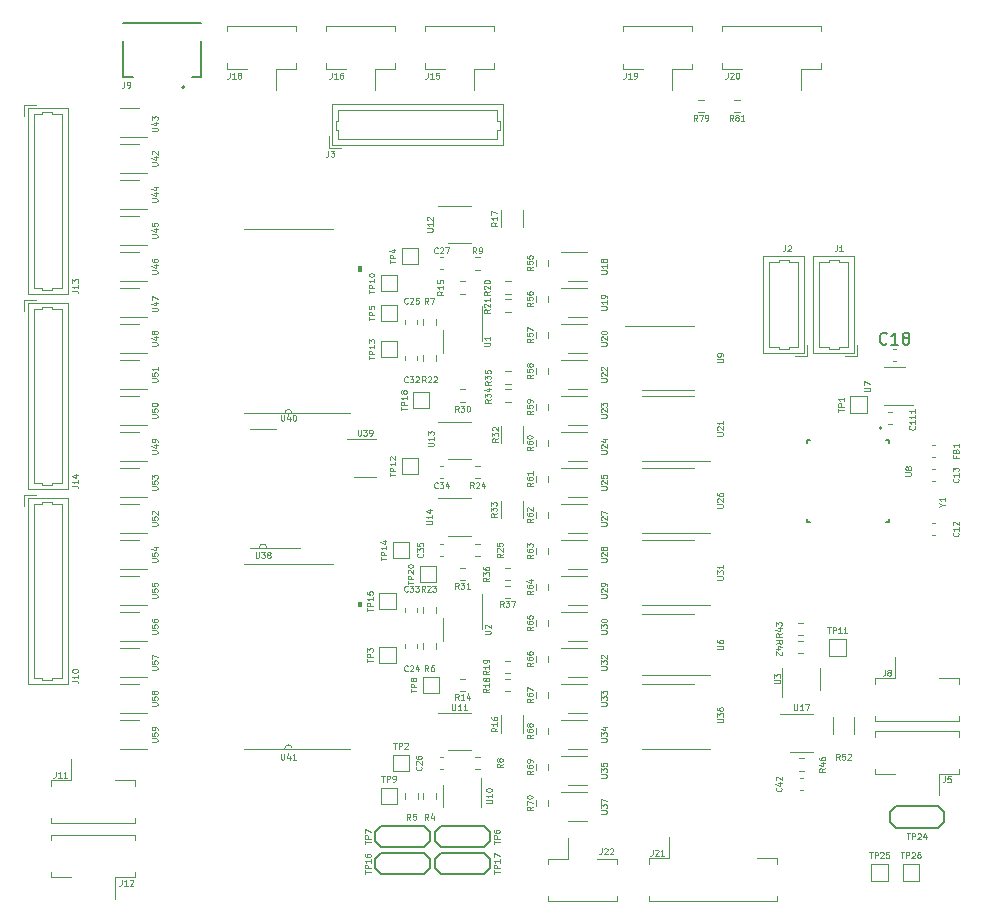
<source format=gbr>
%TF.GenerationSoftware,KiCad,Pcbnew,(5.1.10)-1*%
%TF.CreationDate,2023-08-16T19:47:32-05:00*%
%TF.ProjectId,brs_flight_computer,6272735f-666c-4696-9768-745f636f6d70,rev?*%
%TF.SameCoordinates,Original*%
%TF.FileFunction,Legend,Top*%
%TF.FilePolarity,Positive*%
%FSLAX46Y46*%
G04 Gerber Fmt 4.6, Leading zero omitted, Abs format (unit mm)*
G04 Created by KiCad (PCBNEW (5.1.10)-1) date 2023-08-16 19:47:32*
%MOMM*%
%LPD*%
G01*
G04 APERTURE LIST*
%ADD10C,0.120000*%
%ADD11C,0.150000*%
%ADD12C,0.100000*%
%ADD13C,0.127000*%
%ADD14C,0.200000*%
G04 APERTURE END LIST*
D10*
%TO.C,C18*%
X187592580Y-98808000D02*
X187311420Y-98808000D01*
X187592580Y-97788000D02*
X187311420Y-97788000D01*
%TO.C,TP11*%
X181926000Y-123763000D02*
X181926000Y-122363000D01*
X183326000Y-123763000D02*
X181926000Y-123763000D01*
X183326000Y-122363000D02*
X183326000Y-123763000D01*
X181926000Y-122363000D02*
X183326000Y-122363000D01*
%TO.C,TP9*%
X143953000Y-136336000D02*
X143953000Y-134936000D01*
X145353000Y-136336000D02*
X143953000Y-136336000D01*
X145353000Y-134936000D02*
X145353000Y-136336000D01*
X143953000Y-134936000D02*
X145353000Y-134936000D01*
%TO.C,J3*%
X139868000Y-77088000D02*
X139868000Y-80508000D01*
X139868000Y-80508000D02*
X154338000Y-80508000D01*
X154338000Y-80508000D02*
X154338000Y-77088000D01*
X154338000Y-77088000D02*
X139868000Y-77088000D01*
X147103000Y-79998000D02*
X140378000Y-79998000D01*
X140378000Y-79998000D02*
X140378000Y-79248000D01*
X140378000Y-79248000D02*
X140178000Y-79248000D01*
X140178000Y-79248000D02*
X140178000Y-78448000D01*
X140178000Y-78448000D02*
X140378000Y-78448000D01*
X140378000Y-78448000D02*
X140378000Y-77598000D01*
X140378000Y-77598000D02*
X147103000Y-77598000D01*
X147103000Y-79998000D02*
X153828000Y-79998000D01*
X153828000Y-79998000D02*
X153828000Y-79248000D01*
X153828000Y-79248000D02*
X154028000Y-79248000D01*
X154028000Y-79248000D02*
X154028000Y-78448000D01*
X154028000Y-78448000D02*
X153828000Y-78448000D01*
X153828000Y-78448000D02*
X153828000Y-77598000D01*
X153828000Y-77598000D02*
X147103000Y-77598000D01*
X139578000Y-80798000D02*
X139578000Y-79798000D01*
X139578000Y-80798000D02*
X140578000Y-80798000D01*
D11*
%TO.C,TP24*%
X191157000Y-138314000D02*
X187557000Y-138314000D01*
X187557000Y-138314000D02*
X187057000Y-137814000D01*
X187057000Y-137814000D02*
X187057000Y-137014000D01*
X187057000Y-137014000D02*
X187557000Y-136514000D01*
X187557000Y-136514000D02*
X191157000Y-136514000D01*
X191157000Y-136514000D02*
X191657000Y-137014000D01*
X191657000Y-137014000D02*
X191657000Y-137814000D01*
X191657000Y-137814000D02*
X191157000Y-138314000D01*
%TO.C,TP17*%
X149076000Y-140451000D02*
X152676000Y-140451000D01*
X152676000Y-140451000D02*
X153176000Y-140951000D01*
X153176000Y-140951000D02*
X153176000Y-141751000D01*
X153176000Y-141751000D02*
X152676000Y-142251000D01*
X152676000Y-142251000D02*
X149076000Y-142251000D01*
X149076000Y-142251000D02*
X148576000Y-141751000D01*
X148576000Y-141751000D02*
X148576000Y-140951000D01*
X148576000Y-140951000D02*
X149076000Y-140451000D01*
%TO.C,TP16*%
X143996000Y-140451000D02*
X147596000Y-140451000D01*
X147596000Y-140451000D02*
X148096000Y-140951000D01*
X148096000Y-140951000D02*
X148096000Y-141751000D01*
X148096000Y-141751000D02*
X147596000Y-142251000D01*
X147596000Y-142251000D02*
X143996000Y-142251000D01*
X143996000Y-142251000D02*
X143496000Y-141751000D01*
X143496000Y-141751000D02*
X143496000Y-140951000D01*
X143496000Y-140951000D02*
X143996000Y-140451000D01*
%TO.C,TP7*%
X143996000Y-138165000D02*
X147596000Y-138165000D01*
X147596000Y-138165000D02*
X148096000Y-138665000D01*
X148096000Y-138665000D02*
X148096000Y-139465000D01*
X148096000Y-139465000D02*
X147596000Y-139965000D01*
X147596000Y-139965000D02*
X143996000Y-139965000D01*
X143996000Y-139965000D02*
X143496000Y-139465000D01*
X143496000Y-139465000D02*
X143496000Y-138665000D01*
X143496000Y-138665000D02*
X143996000Y-138165000D01*
%TO.C,TP6*%
X149076000Y-138165000D02*
X152676000Y-138165000D01*
X152676000Y-138165000D02*
X153176000Y-138665000D01*
X153176000Y-138665000D02*
X153176000Y-139465000D01*
X153176000Y-139465000D02*
X152676000Y-139965000D01*
X152676000Y-139965000D02*
X149076000Y-139965000D01*
X149076000Y-139965000D02*
X148576000Y-139465000D01*
X148576000Y-139465000D02*
X148576000Y-138665000D01*
X148576000Y-138665000D02*
X149076000Y-138165000D01*
D10*
%TO.C,TP26*%
X188149000Y-141413000D02*
X189549000Y-141413000D01*
X189549000Y-141413000D02*
X189549000Y-142813000D01*
X189549000Y-142813000D02*
X188149000Y-142813000D01*
X188149000Y-142813000D02*
X188149000Y-141413000D01*
%TO.C,TP25*%
X185482000Y-141413000D02*
X186882000Y-141413000D01*
X186882000Y-141413000D02*
X186882000Y-142813000D01*
X186882000Y-142813000D02*
X185482000Y-142813000D01*
X185482000Y-142813000D02*
X185482000Y-141413000D01*
%TO.C,TP20*%
X147255000Y-117540000D02*
X147255000Y-116140000D01*
X147255000Y-116140000D02*
X148655000Y-116140000D01*
X148655000Y-116140000D02*
X148655000Y-117540000D01*
X148655000Y-117540000D02*
X147255000Y-117540000D01*
%TO.C,TP18*%
X146683500Y-102808000D02*
X146683500Y-101408000D01*
X146683500Y-101408000D02*
X148083500Y-101408000D01*
X148083500Y-101408000D02*
X148083500Y-102808000D01*
X148083500Y-102808000D02*
X146683500Y-102808000D01*
%TO.C,TP15*%
X143826000Y-119826000D02*
X143826000Y-118426000D01*
X143826000Y-118426000D02*
X145226000Y-118426000D01*
X145226000Y-118426000D02*
X145226000Y-119826000D01*
X145226000Y-119826000D02*
X143826000Y-119826000D01*
%TO.C,TP14*%
X144969000Y-115508000D02*
X144969000Y-114108000D01*
X144969000Y-114108000D02*
X146369000Y-114108000D01*
X146369000Y-114108000D02*
X146369000Y-115508000D01*
X146369000Y-115508000D02*
X144969000Y-115508000D01*
%TO.C,TP13*%
X143953000Y-98490000D02*
X143953000Y-97090000D01*
X143953000Y-97090000D02*
X145353000Y-97090000D01*
X145353000Y-97090000D02*
X145353000Y-98490000D01*
X145353000Y-98490000D02*
X143953000Y-98490000D01*
%TO.C,TP12*%
X145731000Y-108396000D02*
X145731000Y-106996000D01*
X145731000Y-106996000D02*
X147131000Y-106996000D01*
X147131000Y-106996000D02*
X147131000Y-108396000D01*
X147131000Y-108396000D02*
X145731000Y-108396000D01*
%TO.C,TP10*%
X143953000Y-92902000D02*
X143953000Y-91502000D01*
X143953000Y-91502000D02*
X145353000Y-91502000D01*
X145353000Y-91502000D02*
X145353000Y-92902000D01*
X145353000Y-92902000D02*
X143953000Y-92902000D01*
%TO.C,TP8*%
X147509000Y-126938000D02*
X147509000Y-125538000D01*
X147509000Y-125538000D02*
X148909000Y-125538000D01*
X148909000Y-125538000D02*
X148909000Y-126938000D01*
X148909000Y-126938000D02*
X147509000Y-126938000D01*
%TO.C,TP5*%
X143953000Y-95442000D02*
X143953000Y-94042000D01*
X143953000Y-94042000D02*
X145353000Y-94042000D01*
X145353000Y-94042000D02*
X145353000Y-95442000D01*
X145353000Y-95442000D02*
X143953000Y-95442000D01*
%TO.C,TP4*%
X145731000Y-90616000D02*
X145731000Y-89216000D01*
X145731000Y-89216000D02*
X147131000Y-89216000D01*
X147131000Y-89216000D02*
X147131000Y-90616000D01*
X147131000Y-90616000D02*
X145731000Y-90616000D01*
%TO.C,TP3*%
X143826000Y-124398000D02*
X143826000Y-122998000D01*
X143826000Y-122998000D02*
X145226000Y-122998000D01*
X145226000Y-122998000D02*
X145226000Y-124398000D01*
X145226000Y-124398000D02*
X143826000Y-124398000D01*
%TO.C,TP2*%
X144969000Y-132142000D02*
X146369000Y-132142000D01*
X146369000Y-132142000D02*
X146369000Y-133542000D01*
X146369000Y-133542000D02*
X144969000Y-133542000D01*
X144969000Y-133542000D02*
X144969000Y-132142000D01*
%TO.C,TP1*%
X183704000Y-103189000D02*
X183704000Y-101789000D01*
X183704000Y-101789000D02*
X185104000Y-101789000D01*
X185104000Y-101789000D02*
X185104000Y-103189000D01*
X185104000Y-103189000D02*
X183704000Y-103189000D01*
%TO.C,U3*%
X181188000Y-126630000D02*
X181188000Y-124830000D01*
X177968000Y-124830000D02*
X177968000Y-127280000D01*
%TO.C,J2*%
X180048500Y-98420000D02*
X180048500Y-97420000D01*
X180048500Y-98420000D02*
X179048500Y-98420000D01*
X176848500Y-90420000D02*
X176848500Y-94020000D01*
X177698500Y-90420000D02*
X176848500Y-90420000D01*
X177698500Y-90220000D02*
X177698500Y-90420000D01*
X178498500Y-90220000D02*
X177698500Y-90220000D01*
X178498500Y-90420000D02*
X178498500Y-90220000D01*
X179248500Y-90420000D02*
X178498500Y-90420000D01*
X179248500Y-94020000D02*
X179248500Y-90420000D01*
X176848500Y-97620000D02*
X176848500Y-94020000D01*
X177698500Y-97620000D02*
X176848500Y-97620000D01*
X177698500Y-97820000D02*
X177698500Y-97620000D01*
X178498500Y-97820000D02*
X177698500Y-97820000D01*
X178498500Y-97620000D02*
X178498500Y-97820000D01*
X179248500Y-97620000D02*
X178498500Y-97620000D01*
X179248500Y-94020000D02*
X179248500Y-97620000D01*
X176338500Y-89910000D02*
X176338500Y-98130000D01*
X179758500Y-89910000D02*
X176338500Y-89910000D01*
X179758500Y-98130000D02*
X179758500Y-89910000D01*
X176338500Y-98130000D02*
X179758500Y-98130000D01*
%TO.C,J1*%
X184303000Y-98420000D02*
X184303000Y-97420000D01*
X184303000Y-98420000D02*
X183303000Y-98420000D01*
X181103000Y-90420000D02*
X181103000Y-94020000D01*
X181953000Y-90420000D02*
X181103000Y-90420000D01*
X181953000Y-90220000D02*
X181953000Y-90420000D01*
X182753000Y-90220000D02*
X181953000Y-90220000D01*
X182753000Y-90420000D02*
X182753000Y-90220000D01*
X183503000Y-90420000D02*
X182753000Y-90420000D01*
X183503000Y-94020000D02*
X183503000Y-90420000D01*
X181103000Y-97620000D02*
X181103000Y-94020000D01*
X181953000Y-97620000D02*
X181103000Y-97620000D01*
X181953000Y-97820000D02*
X181953000Y-97620000D01*
X182753000Y-97820000D02*
X181953000Y-97820000D01*
X182753000Y-97620000D02*
X182753000Y-97820000D01*
X183503000Y-97620000D02*
X182753000Y-97620000D01*
X183503000Y-94020000D02*
X183503000Y-97620000D01*
X180593000Y-89910000D02*
X180593000Y-98130000D01*
X184013000Y-89910000D02*
X180593000Y-89910000D01*
X184013000Y-98130000D02*
X184013000Y-89910000D01*
X180593000Y-98130000D02*
X184013000Y-98130000D01*
%TO.C,C111*%
X187211580Y-103122000D02*
X186930420Y-103122000D01*
X187211580Y-104142000D02*
X186930420Y-104142000D01*
%TO.C,U2*%
X152496000Y-121539000D02*
X152496000Y-118539000D01*
X149256000Y-122539000D02*
X149256000Y-120539000D01*
%TO.C,J8*%
X187497000Y-125688000D02*
X187497000Y-123888000D01*
X192907000Y-129288000D02*
X192907000Y-128848000D01*
X185807000Y-129288000D02*
X192907000Y-129288000D01*
X185807000Y-128848000D02*
X185807000Y-129288000D01*
X192907000Y-125688000D02*
X192907000Y-126128000D01*
X191217000Y-125688000D02*
X192907000Y-125688000D01*
X185807000Y-125688000D02*
X185807000Y-126128000D01*
X187497000Y-125688000D02*
X185807000Y-125688000D01*
%TO.C,J5*%
X191217000Y-133773000D02*
X191217000Y-135573000D01*
X185807000Y-130173000D02*
X185807000Y-130613000D01*
X192907000Y-130173000D02*
X185807000Y-130173000D01*
X192907000Y-130613000D02*
X192907000Y-130173000D01*
X185807000Y-133773000D02*
X185807000Y-133333000D01*
X187497000Y-133773000D02*
X185807000Y-133773000D01*
X192907000Y-133773000D02*
X192907000Y-133333000D01*
X191217000Y-133773000D02*
X192907000Y-133773000D01*
%TO.C,J14*%
X113766000Y-93604000D02*
X113766000Y-94604000D01*
X113766000Y-93604000D02*
X114766000Y-93604000D01*
X116966000Y-109104000D02*
X116966000Y-101754000D01*
X116116000Y-109104000D02*
X116966000Y-109104000D01*
X116116000Y-109304000D02*
X116116000Y-109104000D01*
X115316000Y-109304000D02*
X116116000Y-109304000D01*
X115316000Y-109104000D02*
X115316000Y-109304000D01*
X114566000Y-109104000D02*
X115316000Y-109104000D01*
X114566000Y-101754000D02*
X114566000Y-109104000D01*
X116966000Y-94404000D02*
X116966000Y-101754000D01*
X116116000Y-94404000D02*
X116966000Y-94404000D01*
X116116000Y-94204000D02*
X116116000Y-94404000D01*
X115316000Y-94204000D02*
X116116000Y-94204000D01*
X115316000Y-94404000D02*
X115316000Y-94204000D01*
X114566000Y-94404000D02*
X115316000Y-94404000D01*
X114566000Y-101754000D02*
X114566000Y-94404000D01*
X117476000Y-109614000D02*
X117476000Y-93894000D01*
X114056000Y-109614000D02*
X117476000Y-109614000D01*
X114056000Y-93894000D02*
X114056000Y-109614000D01*
X117476000Y-93894000D02*
X114056000Y-93894000D01*
%TO.C,J13*%
X113766000Y-77094000D02*
X113766000Y-78094000D01*
X113766000Y-77094000D02*
X114766000Y-77094000D01*
X116966000Y-92594000D02*
X116966000Y-85244000D01*
X116116000Y-92594000D02*
X116966000Y-92594000D01*
X116116000Y-92794000D02*
X116116000Y-92594000D01*
X115316000Y-92794000D02*
X116116000Y-92794000D01*
X115316000Y-92594000D02*
X115316000Y-92794000D01*
X114566000Y-92594000D02*
X115316000Y-92594000D01*
X114566000Y-85244000D02*
X114566000Y-92594000D01*
X116966000Y-77894000D02*
X116966000Y-85244000D01*
X116116000Y-77894000D02*
X116966000Y-77894000D01*
X116116000Y-77694000D02*
X116116000Y-77894000D01*
X115316000Y-77694000D02*
X116116000Y-77694000D01*
X115316000Y-77894000D02*
X115316000Y-77694000D01*
X114566000Y-77894000D02*
X115316000Y-77894000D01*
X114566000Y-85244000D02*
X114566000Y-77894000D01*
X117476000Y-93104000D02*
X117476000Y-77384000D01*
X114056000Y-93104000D02*
X117476000Y-93104000D01*
X114056000Y-77384000D02*
X114056000Y-93104000D01*
X117476000Y-77384000D02*
X114056000Y-77384000D01*
%TO.C,J10*%
X113766000Y-110114000D02*
X113766000Y-111114000D01*
X113766000Y-110114000D02*
X114766000Y-110114000D01*
X116966000Y-125614000D02*
X116966000Y-118264000D01*
X116116000Y-125614000D02*
X116966000Y-125614000D01*
X116116000Y-125814000D02*
X116116000Y-125614000D01*
X115316000Y-125814000D02*
X116116000Y-125814000D01*
X115316000Y-125614000D02*
X115316000Y-125814000D01*
X114566000Y-125614000D02*
X115316000Y-125614000D01*
X114566000Y-118264000D02*
X114566000Y-125614000D01*
X116966000Y-110914000D02*
X116966000Y-118264000D01*
X116116000Y-110914000D02*
X116966000Y-110914000D01*
X116116000Y-110714000D02*
X116116000Y-110914000D01*
X115316000Y-110714000D02*
X116116000Y-110714000D01*
X115316000Y-110914000D02*
X115316000Y-110714000D01*
X114566000Y-110914000D02*
X115316000Y-110914000D01*
X114566000Y-118264000D02*
X114566000Y-110914000D01*
X117476000Y-126124000D02*
X117476000Y-110404000D01*
X114056000Y-126124000D02*
X117476000Y-126124000D01*
X114056000Y-110404000D02*
X114056000Y-126124000D01*
X117476000Y-110404000D02*
X114056000Y-110404000D01*
%TO.C,U59*%
X121881900Y-131660900D02*
X124193300Y-131660900D01*
X123482100Y-129197100D02*
X121881900Y-129197100D01*
%TO.C,U58*%
X121881900Y-128612900D02*
X124193300Y-128612900D01*
X123482100Y-126149100D02*
X121881900Y-126149100D01*
%TO.C,U57*%
X121881900Y-125564900D02*
X124193300Y-125564900D01*
X123482100Y-123101100D02*
X121881900Y-123101100D01*
%TO.C,U56*%
X121881900Y-122516900D02*
X124193300Y-122516900D01*
X123482100Y-120053100D02*
X121881900Y-120053100D01*
%TO.C,U55*%
X121881900Y-119468900D02*
X124193300Y-119468900D01*
X123482100Y-117005100D02*
X121881900Y-117005100D01*
%TO.C,U54*%
X121881900Y-116420900D02*
X124193300Y-116420900D01*
X123482100Y-113957100D02*
X121881900Y-113957100D01*
%TO.C,U53*%
X121881900Y-110324900D02*
X124193300Y-110324900D01*
X123482100Y-107861100D02*
X121881900Y-107861100D01*
%TO.C,U52*%
X121881900Y-113372900D02*
X124193300Y-113372900D01*
X123482100Y-110909100D02*
X121881900Y-110909100D01*
%TO.C,U51*%
X121881900Y-101180900D02*
X124193300Y-101180900D01*
X123482100Y-98717100D02*
X121881900Y-98717100D01*
%TO.C,U50*%
X121881900Y-104228900D02*
X124193300Y-104228900D01*
X123482100Y-101765100D02*
X121881900Y-101765100D01*
%TO.C,U49*%
X121881900Y-107276900D02*
X124193300Y-107276900D01*
X123482100Y-104813100D02*
X121881900Y-104813100D01*
%TO.C,U48*%
X121881900Y-98132900D02*
X124193300Y-98132900D01*
X123482100Y-95669100D02*
X121881900Y-95669100D01*
%TO.C,U47*%
X121881900Y-95084900D02*
X124193300Y-95084900D01*
X123482100Y-92621100D02*
X121881900Y-92621100D01*
%TO.C,U46*%
X121881900Y-92036900D02*
X124193300Y-92036900D01*
X123482100Y-89573100D02*
X121881900Y-89573100D01*
%TO.C,U45*%
X121881900Y-88988900D02*
X124193300Y-88988900D01*
X123482100Y-86525100D02*
X121881900Y-86525100D01*
%TO.C,U44*%
X121881900Y-85940900D02*
X124193300Y-85940900D01*
X123482100Y-83477100D02*
X121881900Y-83477100D01*
%TO.C,U43*%
X121881900Y-79844900D02*
X124193300Y-79844900D01*
X123482100Y-77381100D02*
X121881900Y-77381100D01*
%TO.C,U42*%
X121881900Y-82892900D02*
X124193300Y-82892900D01*
X123482100Y-80429100D02*
X121881900Y-80429100D01*
%TO.C,U41*%
X139941300Y-116027200D02*
X132346700Y-116027200D01*
X132346700Y-131622800D02*
X141351000Y-131622800D01*
D12*
G36*
X142328900Y-119570500D02*
G01*
X142328900Y-119189500D01*
X142074900Y-119189500D01*
X142074900Y-119570500D01*
X142328900Y-119570500D01*
G37*
X142328900Y-119570500D02*
X142328900Y-119189500D01*
X142074900Y-119189500D01*
X142074900Y-119570500D01*
X142328900Y-119570500D01*
D10*
X135839200Y-131622800D02*
G75*
G02*
X136448800Y-131622800I304800J0D01*
G01*
%TO.C,U40*%
X139941300Y-87618000D02*
X132346700Y-87618000D01*
X132346700Y-103213600D02*
X141351000Y-103213600D01*
D12*
G36*
X142328900Y-91161300D02*
G01*
X142328900Y-90780300D01*
X142074900Y-90780300D01*
X142074900Y-91161300D01*
X142328900Y-91161300D01*
G37*
X142328900Y-91161300D02*
X142328900Y-90780300D01*
X142074900Y-90780300D01*
X142074900Y-91161300D01*
X142328900Y-91161300D01*
D10*
X135839200Y-103213600D02*
G75*
G02*
X136448800Y-103213600I304800J0D01*
G01*
%TO.C,U39*%
X143521000Y-105451000D02*
X141071000Y-105451000D01*
X141721000Y-108671000D02*
X143521000Y-108671000D01*
%TO.C,U38*%
X135074303Y-104597200D02*
X132895697Y-104597200D01*
X132895697Y-114604800D02*
X137096500Y-114604800D01*
X133680200Y-114604800D02*
G75*
G02*
X134289800Y-114604800I304800J0D01*
G01*
%TO.C,U37*%
X159854900Y-137756900D02*
X161455100Y-137756900D01*
X161455100Y-135293100D02*
X159194500Y-135293100D01*
%TO.C,U36*%
X168275000Y-131640000D02*
X171875000Y-131640000D01*
X168275000Y-131640000D02*
X166075000Y-131640000D01*
X168275000Y-126170000D02*
X170475000Y-126170000D01*
X168275000Y-126170000D02*
X166075000Y-126170000D01*
%TO.C,U35*%
X159854900Y-134708900D02*
X161455100Y-134708900D01*
X161455100Y-132245100D02*
X159194500Y-132245100D01*
%TO.C,U34*%
X159854900Y-131660900D02*
X161455100Y-131660900D01*
X161455100Y-129197100D02*
X159194500Y-129197100D01*
%TO.C,U33*%
X159854900Y-128612900D02*
X161455100Y-128612900D01*
X161455100Y-126149100D02*
X159194500Y-126149100D01*
%TO.C,U32*%
X159854900Y-125564900D02*
X161455100Y-125564900D01*
X161455100Y-123101100D02*
X159194500Y-123101100D01*
%TO.C,U31*%
X168275000Y-119448000D02*
X171875000Y-119448000D01*
X168275000Y-119448000D02*
X166075000Y-119448000D01*
X168275000Y-113978000D02*
X170475000Y-113978000D01*
X168275000Y-113978000D02*
X166075000Y-113978000D01*
%TO.C,U30*%
X159854900Y-122516900D02*
X161455100Y-122516900D01*
X161455100Y-120053100D02*
X159194500Y-120053100D01*
%TO.C,U29*%
X159854900Y-119468900D02*
X161455100Y-119468900D01*
X161455100Y-117005100D02*
X159194500Y-117005100D01*
%TO.C,U28*%
X159854900Y-116420900D02*
X161455100Y-116420900D01*
X161455100Y-113957100D02*
X159194500Y-113957100D01*
%TO.C,U27*%
X159854900Y-113372900D02*
X161455100Y-113372900D01*
X161455100Y-110909100D02*
X159194500Y-110909100D01*
%TO.C,U26*%
X168275000Y-113352000D02*
X171875000Y-113352000D01*
X168275000Y-113352000D02*
X166075000Y-113352000D01*
X168275000Y-107882000D02*
X170475000Y-107882000D01*
X168275000Y-107882000D02*
X166075000Y-107882000D01*
%TO.C,U25*%
X159854900Y-110324900D02*
X161455100Y-110324900D01*
X161455100Y-107861100D02*
X159194500Y-107861100D01*
%TO.C,U24*%
X159854900Y-107276900D02*
X161455100Y-107276900D01*
X161455100Y-104813100D02*
X159194500Y-104813100D01*
%TO.C,U23*%
X159854900Y-104228900D02*
X161455100Y-104228900D01*
X161455100Y-101765100D02*
X159194500Y-101765100D01*
%TO.C,U22*%
X159854900Y-101180900D02*
X161455100Y-101180900D01*
X161455100Y-98717100D02*
X159194500Y-98717100D01*
%TO.C,U21*%
X168275000Y-107256000D02*
X171875000Y-107256000D01*
X168275000Y-107256000D02*
X166075000Y-107256000D01*
X168275000Y-101786000D02*
X170475000Y-101786000D01*
X168275000Y-101786000D02*
X166075000Y-101786000D01*
%TO.C,U20*%
X159854900Y-98132900D02*
X161455100Y-98132900D01*
X161455100Y-95669100D02*
X159194500Y-95669100D01*
%TO.C,U19*%
X159854900Y-95084900D02*
X161455100Y-95084900D01*
X161455100Y-92621100D02*
X159194500Y-92621100D01*
%TO.C,U18*%
X159854900Y-92036900D02*
X161455100Y-92036900D01*
X161455100Y-89573100D02*
X159194500Y-89573100D01*
%TO.C,U17*%
X178625500Y-131904000D02*
X180530500Y-131904000D01*
X180530500Y-128700000D02*
X177800000Y-128700000D01*
%TO.C,U14*%
X149669500Y-113616000D02*
X151574500Y-113616000D01*
X151574500Y-110412000D02*
X148844000Y-110412000D01*
%TO.C,U13*%
X149669500Y-107139000D02*
X151574500Y-107139000D01*
X151574500Y-103935000D02*
X148844000Y-103935000D01*
%TO.C,U12*%
X149669500Y-88851000D02*
X151574500Y-88851000D01*
X151574500Y-85647000D02*
X148844000Y-85647000D01*
%TO.C,U11*%
X149669500Y-131777000D02*
X151574500Y-131777000D01*
X151574500Y-128573000D02*
X148844000Y-128573000D01*
%TO.C,U10*%
X152486000Y-136536000D02*
X152486000Y-134086000D01*
X149266000Y-134736000D02*
X149266000Y-136536000D01*
%TO.C,U9*%
X168275000Y-95817000D02*
X164675000Y-95817000D01*
X168275000Y-95817000D02*
X170475000Y-95817000D01*
X168275000Y-101287000D02*
X166075000Y-101287000D01*
X168275000Y-101287000D02*
X170475000Y-101287000D01*
D13*
%TO.C,U8*%
X187015000Y-105466000D02*
X186715000Y-105466000D01*
X180015000Y-105466000D02*
X180315000Y-105466000D01*
X187015000Y-112466000D02*
X186715000Y-112466000D01*
X180015000Y-112466000D02*
X180315000Y-112466000D01*
X187015000Y-105466000D02*
X187015000Y-105766000D01*
X180015000Y-105466000D02*
X180015000Y-105766000D01*
X187015000Y-112466000D02*
X187015000Y-112166000D01*
X180015000Y-112466000D02*
X180015000Y-112166000D01*
D14*
X186365000Y-104491000D02*
G75*
G03*
X186365000Y-104491000I-100000J0D01*
G01*
D10*
%TO.C,U7*%
X186552000Y-102575000D02*
X189002000Y-102575000D01*
X188352000Y-99355000D02*
X186552000Y-99355000D01*
%TO.C,U6*%
X168275000Y-125419000D02*
X171875000Y-125419000D01*
X168275000Y-125419000D02*
X166075000Y-125419000D01*
X168275000Y-120199000D02*
X170475000Y-120199000D01*
X168275000Y-120199000D02*
X166075000Y-120199000D01*
%TO.C,U1*%
X152496000Y-97155000D02*
X152496000Y-94155000D01*
X149256000Y-98155000D02*
X149256000Y-96155000D01*
%TO.C,R81*%
X173879742Y-77738500D02*
X174354258Y-77738500D01*
X173879742Y-76693500D02*
X174354258Y-76693500D01*
%TO.C,R79*%
X171306258Y-76693500D02*
X170831742Y-76693500D01*
X171306258Y-77738500D02*
X170831742Y-77738500D01*
%TO.C,R70*%
X158129500Y-136444758D02*
X158129500Y-135970242D01*
X157084500Y-136444758D02*
X157084500Y-135970242D01*
%TO.C,R69*%
X158129500Y-133396758D02*
X158129500Y-132922242D01*
X157084500Y-133396758D02*
X157084500Y-132922242D01*
%TO.C,R68*%
X158129500Y-130348758D02*
X158129500Y-129874242D01*
X157084500Y-130348758D02*
X157084500Y-129874242D01*
%TO.C,R67*%
X158129500Y-127300758D02*
X158129500Y-126826242D01*
X157084500Y-127300758D02*
X157084500Y-126826242D01*
%TO.C,R66*%
X158129500Y-124252758D02*
X158129500Y-123778242D01*
X157084500Y-124252758D02*
X157084500Y-123778242D01*
%TO.C,R65*%
X158129500Y-121204758D02*
X158129500Y-120730242D01*
X157084500Y-121204758D02*
X157084500Y-120730242D01*
%TO.C,R64*%
X158129500Y-118156758D02*
X158129500Y-117682242D01*
X157084500Y-118156758D02*
X157084500Y-117682242D01*
%TO.C,R63*%
X158129500Y-115108758D02*
X158129500Y-114634242D01*
X157084500Y-115108758D02*
X157084500Y-114634242D01*
%TO.C,R62*%
X158129500Y-112060758D02*
X158129500Y-111586242D01*
X157084500Y-112060758D02*
X157084500Y-111586242D01*
%TO.C,R61*%
X158129500Y-109012758D02*
X158129500Y-108538242D01*
X157084500Y-109012758D02*
X157084500Y-108538242D01*
%TO.C,R60*%
X158129500Y-105964758D02*
X158129500Y-105490242D01*
X157084500Y-105964758D02*
X157084500Y-105490242D01*
%TO.C,R59*%
X158129500Y-102916758D02*
X158129500Y-102442242D01*
X157084500Y-102916758D02*
X157084500Y-102442242D01*
%TO.C,R58*%
X158129500Y-99868758D02*
X158129500Y-99394242D01*
X157084500Y-99868758D02*
X157084500Y-99394242D01*
%TO.C,R57*%
X158129500Y-96820758D02*
X158129500Y-96346242D01*
X157084500Y-96820758D02*
X157084500Y-96346242D01*
%TO.C,R56*%
X158129500Y-93772758D02*
X158129500Y-93298242D01*
X157084500Y-93772758D02*
X157084500Y-93298242D01*
%TO.C,R55*%
X158129500Y-90724758D02*
X158129500Y-90250242D01*
X157084500Y-90724758D02*
X157084500Y-90250242D01*
%TO.C,R52*%
X182224000Y-128939936D02*
X182224000Y-130394064D01*
X184044000Y-128939936D02*
X184044000Y-130394064D01*
%TO.C,R46*%
X179340742Y-133491500D02*
X179815258Y-133491500D01*
X179340742Y-132446500D02*
X179815258Y-132446500D01*
%TO.C,R43*%
X179751758Y-120953000D02*
X179277242Y-120953000D01*
X179751758Y-121998000D02*
X179277242Y-121998000D01*
%TO.C,R42*%
X179277242Y-123522000D02*
X179751758Y-123522000D01*
X179277242Y-122477000D02*
X179751758Y-122477000D01*
%TO.C,R37*%
X154448742Y-118886500D02*
X154923258Y-118886500D01*
X154448742Y-117841500D02*
X154923258Y-117841500D01*
%TO.C,R36*%
X154448742Y-117362500D02*
X154923258Y-117362500D01*
X154448742Y-116317500D02*
X154923258Y-116317500D01*
%TO.C,R35*%
X154986758Y-99680500D02*
X154512242Y-99680500D01*
X154986758Y-100725500D02*
X154512242Y-100725500D01*
%TO.C,R34*%
X154512242Y-102249500D02*
X154986758Y-102249500D01*
X154512242Y-101204500D02*
X154986758Y-101204500D01*
%TO.C,R33*%
X155977000Y-112106064D02*
X155977000Y-110651936D01*
X154157000Y-112106064D02*
X154157000Y-110651936D01*
%TO.C,R32*%
X154157000Y-104301936D02*
X154157000Y-105756064D01*
X155977000Y-104301936D02*
X155977000Y-105756064D01*
%TO.C,R31*%
X150638742Y-117362500D02*
X151113258Y-117362500D01*
X150638742Y-116317500D02*
X151113258Y-116317500D01*
%TO.C,R30*%
X150638742Y-102249500D02*
X151113258Y-102249500D01*
X150638742Y-101204500D02*
X151113258Y-101204500D01*
%TO.C,R25*%
X151908742Y-115330500D02*
X152383258Y-115330500D01*
X151908742Y-114285500D02*
X152383258Y-114285500D01*
%TO.C,R24*%
X151908742Y-108726500D02*
X152383258Y-108726500D01*
X151908742Y-107681500D02*
X152383258Y-107681500D01*
%TO.C,R23*%
X147559500Y-119650742D02*
X147559500Y-120125258D01*
X148604500Y-119650742D02*
X148604500Y-120125258D01*
%TO.C,R22*%
X148604500Y-98789258D02*
X148604500Y-98314742D01*
X147559500Y-98789258D02*
X147559500Y-98314742D01*
%TO.C,R21*%
X154511742Y-94629500D02*
X154986258Y-94629500D01*
X154511742Y-93584500D02*
X154986258Y-93584500D01*
%TO.C,R20*%
X154511742Y-93105500D02*
X154986258Y-93105500D01*
X154511742Y-92060500D02*
X154986258Y-92060500D01*
%TO.C,R19*%
X154923258Y-124191500D02*
X154448742Y-124191500D01*
X154923258Y-125236500D02*
X154448742Y-125236500D01*
%TO.C,R18*%
X154448742Y-126760500D02*
X154923258Y-126760500D01*
X154448742Y-125715500D02*
X154923258Y-125715500D01*
%TO.C,R17*%
X155977000Y-87468064D02*
X155977000Y-86013936D01*
X154157000Y-87468064D02*
X154157000Y-86013936D01*
%TO.C,R16*%
X154157000Y-128812936D02*
X154157000Y-130267064D01*
X155977000Y-128812936D02*
X155977000Y-130267064D01*
%TO.C,R15*%
X150638742Y-93105500D02*
X151113258Y-93105500D01*
X150638742Y-92060500D02*
X151113258Y-92060500D01*
%TO.C,R14*%
X150638742Y-126760500D02*
X151113258Y-126760500D01*
X150638742Y-125715500D02*
X151113258Y-125715500D01*
%TO.C,R9*%
X151908742Y-91073500D02*
X152383258Y-91073500D01*
X151908742Y-90028500D02*
X152383258Y-90028500D01*
%TO.C,R8*%
X151908742Y-133364500D02*
X152383258Y-133364500D01*
X151908742Y-132319500D02*
X152383258Y-132319500D01*
%TO.C,R7*%
X147559500Y-95266742D02*
X147559500Y-95741258D01*
X148604500Y-95266742D02*
X148604500Y-95741258D01*
%TO.C,R6*%
X148604500Y-123173258D02*
X148604500Y-122698742D01*
X147559500Y-123173258D02*
X147559500Y-122698742D01*
%TO.C,R5*%
X147080500Y-135873258D02*
X147080500Y-135398742D01*
X146035500Y-135873258D02*
X146035500Y-135398742D01*
%TO.C,R4*%
X147559500Y-135398742D02*
X147559500Y-135873258D01*
X148604500Y-135398742D02*
X148604500Y-135873258D01*
%TO.C,J22*%
X159826400Y-140953400D02*
X159826400Y-139153400D01*
X163986400Y-144553400D02*
X163986400Y-144113400D01*
X158136400Y-144553400D02*
X163986400Y-144553400D01*
X158136400Y-144113400D02*
X158136400Y-144553400D01*
X163986400Y-140953400D02*
X163986400Y-141393400D01*
X162296400Y-140953400D02*
X163986400Y-140953400D01*
X158136400Y-140953400D02*
X158136400Y-141393400D01*
X159826400Y-140953400D02*
X158136400Y-140953400D01*
%TO.C,J21*%
X168350000Y-140928000D02*
X168350000Y-139128000D01*
X177510000Y-144528000D02*
X177510000Y-144088000D01*
X166660000Y-144528000D02*
X177510000Y-144528000D01*
X166660000Y-144088000D02*
X166660000Y-144528000D01*
X177510000Y-140928000D02*
X177510000Y-141368000D01*
X175820000Y-140928000D02*
X177510000Y-140928000D01*
X166660000Y-140928000D02*
X166660000Y-141368000D01*
X168350000Y-140928000D02*
X166660000Y-140928000D01*
%TO.C,J20*%
X179523000Y-74057600D02*
X179523000Y-75857600D01*
X172863000Y-70457600D02*
X172863000Y-70897600D01*
X181213000Y-70457600D02*
X172863000Y-70457600D01*
X181213000Y-70897600D02*
X181213000Y-70457600D01*
X172863000Y-74057600D02*
X172863000Y-73617600D01*
X174553000Y-74057600D02*
X172863000Y-74057600D01*
X181213000Y-74057600D02*
X181213000Y-73617600D01*
X179523000Y-74057600D02*
X181213000Y-74057600D01*
%TO.C,J19*%
X168621000Y-74062000D02*
X168621000Y-75862000D01*
X164461000Y-70462000D02*
X164461000Y-70902000D01*
X170311000Y-70462000D02*
X164461000Y-70462000D01*
X170311000Y-70902000D02*
X170311000Y-70462000D01*
X164461000Y-74062000D02*
X164461000Y-73622000D01*
X166151000Y-74062000D02*
X164461000Y-74062000D01*
X170311000Y-74062000D02*
X170311000Y-73622000D01*
X168621000Y-74062000D02*
X170311000Y-74062000D01*
%TO.C,J18*%
X135093000Y-74057600D02*
X135093000Y-75857600D01*
X130933000Y-70457600D02*
X130933000Y-70897600D01*
X136783000Y-70457600D02*
X130933000Y-70457600D01*
X136783000Y-70897600D02*
X136783000Y-70457600D01*
X130933000Y-74057600D02*
X130933000Y-73617600D01*
X132623000Y-74057600D02*
X130933000Y-74057600D01*
X136783000Y-74057600D02*
X136783000Y-73617600D01*
X135093000Y-74057600D02*
X136783000Y-74057600D01*
%TO.C,J16*%
X143449600Y-74057600D02*
X143449600Y-75857600D01*
X139289600Y-70457600D02*
X139289600Y-70897600D01*
X145139600Y-70457600D02*
X139289600Y-70457600D01*
X145139600Y-70897600D02*
X145139600Y-70457600D01*
X139289600Y-74057600D02*
X139289600Y-73617600D01*
X140979600Y-74057600D02*
X139289600Y-74057600D01*
X145139600Y-74057600D02*
X145139600Y-73617600D01*
X143449600Y-74057600D02*
X145139600Y-74057600D01*
%TO.C,J15*%
X151857000Y-74057600D02*
X151857000Y-75857600D01*
X147697000Y-70457600D02*
X147697000Y-70897600D01*
X153547000Y-70457600D02*
X147697000Y-70457600D01*
X153547000Y-70897600D02*
X153547000Y-70457600D01*
X147697000Y-74057600D02*
X147697000Y-73617600D01*
X149387000Y-74057600D02*
X147697000Y-74057600D01*
X153547000Y-74057600D02*
X153547000Y-73617600D01*
X151857000Y-74057600D02*
X153547000Y-74057600D01*
%TO.C,J12*%
X121494000Y-142536000D02*
X121494000Y-144336000D01*
X116084000Y-138936000D02*
X116084000Y-139376000D01*
X123184000Y-138936000D02*
X116084000Y-138936000D01*
X123184000Y-139376000D02*
X123184000Y-138936000D01*
X116084000Y-142536000D02*
X116084000Y-142096000D01*
X117774000Y-142536000D02*
X116084000Y-142536000D01*
X123184000Y-142536000D02*
X123184000Y-142096000D01*
X121494000Y-142536000D02*
X123184000Y-142536000D01*
%TO.C,J11*%
X117774000Y-134324000D02*
X117774000Y-132524000D01*
X123184000Y-137924000D02*
X123184000Y-137484000D01*
X116084000Y-137924000D02*
X123184000Y-137924000D01*
X116084000Y-137484000D02*
X116084000Y-137924000D01*
X123184000Y-134324000D02*
X123184000Y-134764000D01*
X121494000Y-134324000D02*
X123184000Y-134324000D01*
X116084000Y-134324000D02*
X116084000Y-134764000D01*
X117774000Y-134324000D02*
X116084000Y-134324000D01*
D14*
%TO.C,J9*%
X127326000Y-75626000D02*
G75*
G03*
X127326000Y-75626000I-100000J0D01*
G01*
D13*
X122176000Y-74781000D02*
X122176000Y-71676000D01*
X128776000Y-74781000D02*
X128776000Y-71676000D01*
X122976000Y-74781000D02*
X122176000Y-74781000D01*
X127976000Y-74781000D02*
X128776000Y-74781000D01*
X128776000Y-70181000D02*
X122176000Y-70181000D01*
D10*
%TO.C,FB1*%
X190916779Y-105916000D02*
X190591221Y-105916000D01*
X190916779Y-106936000D02*
X190591221Y-106936000D01*
%TO.C,C42*%
X179437420Y-135130000D02*
X179718580Y-135130000D01*
X179437420Y-134110000D02*
X179718580Y-134110000D01*
%TO.C,C35*%
X149251580Y-114298000D02*
X148970420Y-114298000D01*
X149251580Y-115318000D02*
X148970420Y-115318000D01*
%TO.C,C34*%
X149238580Y-107694000D02*
X148957420Y-107694000D01*
X149238580Y-108714000D02*
X148957420Y-108714000D01*
%TO.C,C33*%
X146048000Y-119747420D02*
X146048000Y-120028580D01*
X147068000Y-119747420D02*
X147068000Y-120028580D01*
%TO.C,C32*%
X146048000Y-98411420D02*
X146048000Y-98692580D01*
X147068000Y-98411420D02*
X147068000Y-98692580D01*
%TO.C,C27*%
X149238580Y-90041000D02*
X148957420Y-90041000D01*
X149238580Y-91061000D02*
X148957420Y-91061000D01*
%TO.C,C26*%
X149238580Y-132332000D02*
X148957420Y-132332000D01*
X149238580Y-133352000D02*
X148957420Y-133352000D01*
%TO.C,C25*%
X146048000Y-95363420D02*
X146048000Y-95644580D01*
X147068000Y-95363420D02*
X147068000Y-95644580D01*
%TO.C,C24*%
X147068000Y-123076580D02*
X147068000Y-122795420D01*
X146048000Y-123076580D02*
X146048000Y-122795420D01*
%TO.C,C13*%
X190894580Y-107948000D02*
X190613420Y-107948000D01*
X190894580Y-108968000D02*
X190613420Y-108968000D01*
%TO.C,C12*%
X190613420Y-113540000D02*
X190894580Y-113540000D01*
X190613420Y-112520000D02*
X190894580Y-112520000D01*
%TO.C,C18*%
D11*
X186809142Y-97321642D02*
X186761523Y-97369261D01*
X186618666Y-97416880D01*
X186523428Y-97416880D01*
X186380571Y-97369261D01*
X186285333Y-97274023D01*
X186237714Y-97178785D01*
X186190095Y-96988309D01*
X186190095Y-96845452D01*
X186237714Y-96654976D01*
X186285333Y-96559738D01*
X186380571Y-96464500D01*
X186523428Y-96416880D01*
X186618666Y-96416880D01*
X186761523Y-96464500D01*
X186809142Y-96512119D01*
X187761523Y-97416880D02*
X187190095Y-97416880D01*
X187475809Y-97416880D02*
X187475809Y-96416880D01*
X187380571Y-96559738D01*
X187285333Y-96654976D01*
X187190095Y-96702595D01*
X188332952Y-96845452D02*
X188237714Y-96797833D01*
X188190095Y-96750214D01*
X188142476Y-96654976D01*
X188142476Y-96607357D01*
X188190095Y-96512119D01*
X188237714Y-96464500D01*
X188332952Y-96416880D01*
X188523428Y-96416880D01*
X188618666Y-96464500D01*
X188666285Y-96512119D01*
X188713904Y-96607357D01*
X188713904Y-96654976D01*
X188666285Y-96750214D01*
X188618666Y-96797833D01*
X188523428Y-96845452D01*
X188332952Y-96845452D01*
X188237714Y-96893071D01*
X188190095Y-96940690D01*
X188142476Y-97035928D01*
X188142476Y-97226404D01*
X188190095Y-97321642D01*
X188237714Y-97369261D01*
X188332952Y-97416880D01*
X188523428Y-97416880D01*
X188618666Y-97369261D01*
X188666285Y-97321642D01*
X188713904Y-97226404D01*
X188713904Y-97035928D01*
X188666285Y-96940690D01*
X188618666Y-96893071D01*
X188523428Y-96845452D01*
%TO.C,TP11*%
D12*
X181756952Y-121341190D02*
X182042666Y-121341190D01*
X181899809Y-121841190D02*
X181899809Y-121341190D01*
X182209333Y-121841190D02*
X182209333Y-121341190D01*
X182399809Y-121341190D01*
X182447428Y-121365000D01*
X182471238Y-121388809D01*
X182495047Y-121436428D01*
X182495047Y-121507857D01*
X182471238Y-121555476D01*
X182447428Y-121579285D01*
X182399809Y-121603095D01*
X182209333Y-121603095D01*
X182971238Y-121841190D02*
X182685523Y-121841190D01*
X182828380Y-121841190D02*
X182828380Y-121341190D01*
X182780761Y-121412619D01*
X182733142Y-121460238D01*
X182685523Y-121484047D01*
X183447428Y-121841190D02*
X183161714Y-121841190D01*
X183304571Y-121841190D02*
X183304571Y-121341190D01*
X183256952Y-121412619D01*
X183209333Y-121460238D01*
X183161714Y-121484047D01*
%TO.C,TP9*%
X144022047Y-133914190D02*
X144307761Y-133914190D01*
X144164904Y-134414190D02*
X144164904Y-133914190D01*
X144474428Y-134414190D02*
X144474428Y-133914190D01*
X144664904Y-133914190D01*
X144712523Y-133938000D01*
X144736333Y-133961809D01*
X144760142Y-134009428D01*
X144760142Y-134080857D01*
X144736333Y-134128476D01*
X144712523Y-134152285D01*
X144664904Y-134176095D01*
X144474428Y-134176095D01*
X144998238Y-134414190D02*
X145093476Y-134414190D01*
X145141095Y-134390380D01*
X145164904Y-134366571D01*
X145212523Y-134295142D01*
X145236333Y-134199904D01*
X145236333Y-134009428D01*
X145212523Y-133961809D01*
X145188714Y-133938000D01*
X145141095Y-133914190D01*
X145045857Y-133914190D01*
X144998238Y-133938000D01*
X144974428Y-133961809D01*
X144950619Y-134009428D01*
X144950619Y-134128476D01*
X144974428Y-134176095D01*
X144998238Y-134199904D01*
X145045857Y-134223714D01*
X145141095Y-134223714D01*
X145188714Y-134199904D01*
X145212523Y-134176095D01*
X145236333Y-134128476D01*
%TO.C,J3*%
X139533333Y-81006190D02*
X139533333Y-81363333D01*
X139509523Y-81434761D01*
X139461904Y-81482380D01*
X139390476Y-81506190D01*
X139342857Y-81506190D01*
X139723809Y-81006190D02*
X140033333Y-81006190D01*
X139866666Y-81196666D01*
X139938095Y-81196666D01*
X139985714Y-81220476D01*
X140009523Y-81244285D01*
X140033333Y-81291904D01*
X140033333Y-81410952D01*
X140009523Y-81458571D01*
X139985714Y-81482380D01*
X139938095Y-81506190D01*
X139795238Y-81506190D01*
X139747619Y-81482380D01*
X139723809Y-81458571D01*
%TO.C,TP24*%
X188487952Y-138791190D02*
X188773666Y-138791190D01*
X188630809Y-139291190D02*
X188630809Y-138791190D01*
X188940333Y-139291190D02*
X188940333Y-138791190D01*
X189130809Y-138791190D01*
X189178428Y-138815000D01*
X189202238Y-138838809D01*
X189226047Y-138886428D01*
X189226047Y-138957857D01*
X189202238Y-139005476D01*
X189178428Y-139029285D01*
X189130809Y-139053095D01*
X188940333Y-139053095D01*
X189416523Y-138838809D02*
X189440333Y-138815000D01*
X189487952Y-138791190D01*
X189607000Y-138791190D01*
X189654619Y-138815000D01*
X189678428Y-138838809D01*
X189702238Y-138886428D01*
X189702238Y-138934047D01*
X189678428Y-139005476D01*
X189392714Y-139291190D01*
X189702238Y-139291190D01*
X190130809Y-138957857D02*
X190130809Y-139291190D01*
X190011761Y-138767380D02*
X189892714Y-139124523D01*
X190202238Y-139124523D01*
%TO.C,TP17*%
X153523190Y-142220047D02*
X153523190Y-141934333D01*
X154023190Y-142077190D02*
X153523190Y-142077190D01*
X154023190Y-141767666D02*
X153523190Y-141767666D01*
X153523190Y-141577190D01*
X153547000Y-141529571D01*
X153570809Y-141505761D01*
X153618428Y-141481952D01*
X153689857Y-141481952D01*
X153737476Y-141505761D01*
X153761285Y-141529571D01*
X153785095Y-141577190D01*
X153785095Y-141767666D01*
X154023190Y-141005761D02*
X154023190Y-141291476D01*
X154023190Y-141148619D02*
X153523190Y-141148619D01*
X153594619Y-141196238D01*
X153642238Y-141243857D01*
X153666047Y-141291476D01*
X153523190Y-140839095D02*
X153523190Y-140505761D01*
X154023190Y-140720047D01*
%TO.C,TP16*%
X142601190Y-142220047D02*
X142601190Y-141934333D01*
X143101190Y-142077190D02*
X142601190Y-142077190D01*
X143101190Y-141767666D02*
X142601190Y-141767666D01*
X142601190Y-141577190D01*
X142625000Y-141529571D01*
X142648809Y-141505761D01*
X142696428Y-141481952D01*
X142767857Y-141481952D01*
X142815476Y-141505761D01*
X142839285Y-141529571D01*
X142863095Y-141577190D01*
X142863095Y-141767666D01*
X143101190Y-141005761D02*
X143101190Y-141291476D01*
X143101190Y-141148619D02*
X142601190Y-141148619D01*
X142672619Y-141196238D01*
X142720238Y-141243857D01*
X142744047Y-141291476D01*
X142601190Y-140577190D02*
X142601190Y-140672428D01*
X142625000Y-140720047D01*
X142648809Y-140743857D01*
X142720238Y-140791476D01*
X142815476Y-140815285D01*
X143005952Y-140815285D01*
X143053571Y-140791476D01*
X143077380Y-140767666D01*
X143101190Y-140720047D01*
X143101190Y-140624809D01*
X143077380Y-140577190D01*
X143053571Y-140553380D01*
X143005952Y-140529571D01*
X142886904Y-140529571D01*
X142839285Y-140553380D01*
X142815476Y-140577190D01*
X142791666Y-140624809D01*
X142791666Y-140720047D01*
X142815476Y-140767666D01*
X142839285Y-140791476D01*
X142886904Y-140815285D01*
%TO.C,TP7*%
X142601190Y-139695952D02*
X142601190Y-139410238D01*
X143101190Y-139553095D02*
X142601190Y-139553095D01*
X143101190Y-139243571D02*
X142601190Y-139243571D01*
X142601190Y-139053095D01*
X142625000Y-139005476D01*
X142648809Y-138981666D01*
X142696428Y-138957857D01*
X142767857Y-138957857D01*
X142815476Y-138981666D01*
X142839285Y-139005476D01*
X142863095Y-139053095D01*
X142863095Y-139243571D01*
X142601190Y-138791190D02*
X142601190Y-138457857D01*
X143101190Y-138672142D01*
%TO.C,TP6*%
X153523190Y-139695952D02*
X153523190Y-139410238D01*
X154023190Y-139553095D02*
X153523190Y-139553095D01*
X154023190Y-139243571D02*
X153523190Y-139243571D01*
X153523190Y-139053095D01*
X153547000Y-139005476D01*
X153570809Y-138981666D01*
X153618428Y-138957857D01*
X153689857Y-138957857D01*
X153737476Y-138981666D01*
X153761285Y-139005476D01*
X153785095Y-139053095D01*
X153785095Y-139243571D01*
X153523190Y-138529285D02*
X153523190Y-138624523D01*
X153547000Y-138672142D01*
X153570809Y-138695952D01*
X153642238Y-138743571D01*
X153737476Y-138767380D01*
X153927952Y-138767380D01*
X153975571Y-138743571D01*
X153999380Y-138719761D01*
X154023190Y-138672142D01*
X154023190Y-138576904D01*
X153999380Y-138529285D01*
X153975571Y-138505476D01*
X153927952Y-138481666D01*
X153808904Y-138481666D01*
X153761285Y-138505476D01*
X153737476Y-138529285D01*
X153713666Y-138576904D01*
X153713666Y-138672142D01*
X153737476Y-138719761D01*
X153761285Y-138743571D01*
X153808904Y-138767380D01*
%TO.C,TP26*%
X187979952Y-140391190D02*
X188265666Y-140391190D01*
X188122809Y-140891190D02*
X188122809Y-140391190D01*
X188432333Y-140891190D02*
X188432333Y-140391190D01*
X188622809Y-140391190D01*
X188670428Y-140415000D01*
X188694238Y-140438809D01*
X188718047Y-140486428D01*
X188718047Y-140557857D01*
X188694238Y-140605476D01*
X188670428Y-140629285D01*
X188622809Y-140653095D01*
X188432333Y-140653095D01*
X188908523Y-140438809D02*
X188932333Y-140415000D01*
X188979952Y-140391190D01*
X189099000Y-140391190D01*
X189146619Y-140415000D01*
X189170428Y-140438809D01*
X189194238Y-140486428D01*
X189194238Y-140534047D01*
X189170428Y-140605476D01*
X188884714Y-140891190D01*
X189194238Y-140891190D01*
X189622809Y-140391190D02*
X189527571Y-140391190D01*
X189479952Y-140415000D01*
X189456142Y-140438809D01*
X189408523Y-140510238D01*
X189384714Y-140605476D01*
X189384714Y-140795952D01*
X189408523Y-140843571D01*
X189432333Y-140867380D01*
X189479952Y-140891190D01*
X189575190Y-140891190D01*
X189622809Y-140867380D01*
X189646619Y-140843571D01*
X189670428Y-140795952D01*
X189670428Y-140676904D01*
X189646619Y-140629285D01*
X189622809Y-140605476D01*
X189575190Y-140581666D01*
X189479952Y-140581666D01*
X189432333Y-140605476D01*
X189408523Y-140629285D01*
X189384714Y-140676904D01*
%TO.C,TP25*%
X185312952Y-140391190D02*
X185598666Y-140391190D01*
X185455809Y-140891190D02*
X185455809Y-140391190D01*
X185765333Y-140891190D02*
X185765333Y-140391190D01*
X185955809Y-140391190D01*
X186003428Y-140415000D01*
X186027238Y-140438809D01*
X186051047Y-140486428D01*
X186051047Y-140557857D01*
X186027238Y-140605476D01*
X186003428Y-140629285D01*
X185955809Y-140653095D01*
X185765333Y-140653095D01*
X186241523Y-140438809D02*
X186265333Y-140415000D01*
X186312952Y-140391190D01*
X186432000Y-140391190D01*
X186479619Y-140415000D01*
X186503428Y-140438809D01*
X186527238Y-140486428D01*
X186527238Y-140534047D01*
X186503428Y-140605476D01*
X186217714Y-140891190D01*
X186527238Y-140891190D01*
X186979619Y-140391190D02*
X186741523Y-140391190D01*
X186717714Y-140629285D01*
X186741523Y-140605476D01*
X186789142Y-140581666D01*
X186908190Y-140581666D01*
X186955809Y-140605476D01*
X186979619Y-140629285D01*
X187003428Y-140676904D01*
X187003428Y-140795952D01*
X186979619Y-140843571D01*
X186955809Y-140867380D01*
X186908190Y-140891190D01*
X186789142Y-140891190D01*
X186741523Y-140867380D01*
X186717714Y-140843571D01*
%TO.C,TP20*%
X146233190Y-117709047D02*
X146233190Y-117423333D01*
X146733190Y-117566190D02*
X146233190Y-117566190D01*
X146733190Y-117256666D02*
X146233190Y-117256666D01*
X146233190Y-117066190D01*
X146257000Y-117018571D01*
X146280809Y-116994761D01*
X146328428Y-116970952D01*
X146399857Y-116970952D01*
X146447476Y-116994761D01*
X146471285Y-117018571D01*
X146495095Y-117066190D01*
X146495095Y-117256666D01*
X146280809Y-116780476D02*
X146257000Y-116756666D01*
X146233190Y-116709047D01*
X146233190Y-116590000D01*
X146257000Y-116542380D01*
X146280809Y-116518571D01*
X146328428Y-116494761D01*
X146376047Y-116494761D01*
X146447476Y-116518571D01*
X146733190Y-116804285D01*
X146733190Y-116494761D01*
X146233190Y-116185238D02*
X146233190Y-116137619D01*
X146257000Y-116090000D01*
X146280809Y-116066190D01*
X146328428Y-116042380D01*
X146423666Y-116018571D01*
X146542714Y-116018571D01*
X146637952Y-116042380D01*
X146685571Y-116066190D01*
X146709380Y-116090000D01*
X146733190Y-116137619D01*
X146733190Y-116185238D01*
X146709380Y-116232857D01*
X146685571Y-116256666D01*
X146637952Y-116280476D01*
X146542714Y-116304285D01*
X146423666Y-116304285D01*
X146328428Y-116280476D01*
X146280809Y-116256666D01*
X146257000Y-116232857D01*
X146233190Y-116185238D01*
%TO.C,TP18*%
X145661690Y-102977047D02*
X145661690Y-102691333D01*
X146161690Y-102834190D02*
X145661690Y-102834190D01*
X146161690Y-102524666D02*
X145661690Y-102524666D01*
X145661690Y-102334190D01*
X145685500Y-102286571D01*
X145709309Y-102262761D01*
X145756928Y-102238952D01*
X145828357Y-102238952D01*
X145875976Y-102262761D01*
X145899785Y-102286571D01*
X145923595Y-102334190D01*
X145923595Y-102524666D01*
X146161690Y-101762761D02*
X146161690Y-102048476D01*
X146161690Y-101905619D02*
X145661690Y-101905619D01*
X145733119Y-101953238D01*
X145780738Y-102000857D01*
X145804547Y-102048476D01*
X145875976Y-101477047D02*
X145852166Y-101524666D01*
X145828357Y-101548476D01*
X145780738Y-101572285D01*
X145756928Y-101572285D01*
X145709309Y-101548476D01*
X145685500Y-101524666D01*
X145661690Y-101477047D01*
X145661690Y-101381809D01*
X145685500Y-101334190D01*
X145709309Y-101310380D01*
X145756928Y-101286571D01*
X145780738Y-101286571D01*
X145828357Y-101310380D01*
X145852166Y-101334190D01*
X145875976Y-101381809D01*
X145875976Y-101477047D01*
X145899785Y-101524666D01*
X145923595Y-101548476D01*
X145971214Y-101572285D01*
X146066452Y-101572285D01*
X146114071Y-101548476D01*
X146137880Y-101524666D01*
X146161690Y-101477047D01*
X146161690Y-101381809D01*
X146137880Y-101334190D01*
X146114071Y-101310380D01*
X146066452Y-101286571D01*
X145971214Y-101286571D01*
X145923595Y-101310380D01*
X145899785Y-101334190D01*
X145875976Y-101381809D01*
%TO.C,TP15*%
X142804190Y-119995047D02*
X142804190Y-119709333D01*
X143304190Y-119852190D02*
X142804190Y-119852190D01*
X143304190Y-119542666D02*
X142804190Y-119542666D01*
X142804190Y-119352190D01*
X142828000Y-119304571D01*
X142851809Y-119280761D01*
X142899428Y-119256952D01*
X142970857Y-119256952D01*
X143018476Y-119280761D01*
X143042285Y-119304571D01*
X143066095Y-119352190D01*
X143066095Y-119542666D01*
X143304190Y-118780761D02*
X143304190Y-119066476D01*
X143304190Y-118923619D02*
X142804190Y-118923619D01*
X142875619Y-118971238D01*
X142923238Y-119018857D01*
X142947047Y-119066476D01*
X142804190Y-118328380D02*
X142804190Y-118566476D01*
X143042285Y-118590285D01*
X143018476Y-118566476D01*
X142994666Y-118518857D01*
X142994666Y-118399809D01*
X143018476Y-118352190D01*
X143042285Y-118328380D01*
X143089904Y-118304571D01*
X143208952Y-118304571D01*
X143256571Y-118328380D01*
X143280380Y-118352190D01*
X143304190Y-118399809D01*
X143304190Y-118518857D01*
X143280380Y-118566476D01*
X143256571Y-118590285D01*
%TO.C,TP14*%
X143947190Y-115677047D02*
X143947190Y-115391333D01*
X144447190Y-115534190D02*
X143947190Y-115534190D01*
X144447190Y-115224666D02*
X143947190Y-115224666D01*
X143947190Y-115034190D01*
X143971000Y-114986571D01*
X143994809Y-114962761D01*
X144042428Y-114938952D01*
X144113857Y-114938952D01*
X144161476Y-114962761D01*
X144185285Y-114986571D01*
X144209095Y-115034190D01*
X144209095Y-115224666D01*
X144447190Y-114462761D02*
X144447190Y-114748476D01*
X144447190Y-114605619D02*
X143947190Y-114605619D01*
X144018619Y-114653238D01*
X144066238Y-114700857D01*
X144090047Y-114748476D01*
X144113857Y-114034190D02*
X144447190Y-114034190D01*
X143923380Y-114153238D02*
X144280523Y-114272285D01*
X144280523Y-113962761D01*
%TO.C,TP13*%
X142931190Y-98659047D02*
X142931190Y-98373333D01*
X143431190Y-98516190D02*
X142931190Y-98516190D01*
X143431190Y-98206666D02*
X142931190Y-98206666D01*
X142931190Y-98016190D01*
X142955000Y-97968571D01*
X142978809Y-97944761D01*
X143026428Y-97920952D01*
X143097857Y-97920952D01*
X143145476Y-97944761D01*
X143169285Y-97968571D01*
X143193095Y-98016190D01*
X143193095Y-98206666D01*
X143431190Y-97444761D02*
X143431190Y-97730476D01*
X143431190Y-97587619D02*
X142931190Y-97587619D01*
X143002619Y-97635238D01*
X143050238Y-97682857D01*
X143074047Y-97730476D01*
X142931190Y-97278095D02*
X142931190Y-96968571D01*
X143121666Y-97135238D01*
X143121666Y-97063809D01*
X143145476Y-97016190D01*
X143169285Y-96992380D01*
X143216904Y-96968571D01*
X143335952Y-96968571D01*
X143383571Y-96992380D01*
X143407380Y-97016190D01*
X143431190Y-97063809D01*
X143431190Y-97206666D01*
X143407380Y-97254285D01*
X143383571Y-97278095D01*
%TO.C,TP12*%
X144709190Y-108565047D02*
X144709190Y-108279333D01*
X145209190Y-108422190D02*
X144709190Y-108422190D01*
X145209190Y-108112666D02*
X144709190Y-108112666D01*
X144709190Y-107922190D01*
X144733000Y-107874571D01*
X144756809Y-107850761D01*
X144804428Y-107826952D01*
X144875857Y-107826952D01*
X144923476Y-107850761D01*
X144947285Y-107874571D01*
X144971095Y-107922190D01*
X144971095Y-108112666D01*
X145209190Y-107350761D02*
X145209190Y-107636476D01*
X145209190Y-107493619D02*
X144709190Y-107493619D01*
X144780619Y-107541238D01*
X144828238Y-107588857D01*
X144852047Y-107636476D01*
X144756809Y-107160285D02*
X144733000Y-107136476D01*
X144709190Y-107088857D01*
X144709190Y-106969809D01*
X144733000Y-106922190D01*
X144756809Y-106898380D01*
X144804428Y-106874571D01*
X144852047Y-106874571D01*
X144923476Y-106898380D01*
X145209190Y-107184095D01*
X145209190Y-106874571D01*
%TO.C,TP10*%
X142931190Y-93071047D02*
X142931190Y-92785333D01*
X143431190Y-92928190D02*
X142931190Y-92928190D01*
X143431190Y-92618666D02*
X142931190Y-92618666D01*
X142931190Y-92428190D01*
X142955000Y-92380571D01*
X142978809Y-92356761D01*
X143026428Y-92332952D01*
X143097857Y-92332952D01*
X143145476Y-92356761D01*
X143169285Y-92380571D01*
X143193095Y-92428190D01*
X143193095Y-92618666D01*
X143431190Y-91856761D02*
X143431190Y-92142476D01*
X143431190Y-91999619D02*
X142931190Y-91999619D01*
X143002619Y-92047238D01*
X143050238Y-92094857D01*
X143074047Y-92142476D01*
X142931190Y-91547238D02*
X142931190Y-91499619D01*
X142955000Y-91452000D01*
X142978809Y-91428190D01*
X143026428Y-91404380D01*
X143121666Y-91380571D01*
X143240714Y-91380571D01*
X143335952Y-91404380D01*
X143383571Y-91428190D01*
X143407380Y-91452000D01*
X143431190Y-91499619D01*
X143431190Y-91547238D01*
X143407380Y-91594857D01*
X143383571Y-91618666D01*
X143335952Y-91642476D01*
X143240714Y-91666285D01*
X143121666Y-91666285D01*
X143026428Y-91642476D01*
X142978809Y-91618666D01*
X142955000Y-91594857D01*
X142931190Y-91547238D01*
%TO.C,TP8*%
X146487190Y-126868952D02*
X146487190Y-126583238D01*
X146987190Y-126726095D02*
X146487190Y-126726095D01*
X146987190Y-126416571D02*
X146487190Y-126416571D01*
X146487190Y-126226095D01*
X146511000Y-126178476D01*
X146534809Y-126154666D01*
X146582428Y-126130857D01*
X146653857Y-126130857D01*
X146701476Y-126154666D01*
X146725285Y-126178476D01*
X146749095Y-126226095D01*
X146749095Y-126416571D01*
X146701476Y-125845142D02*
X146677666Y-125892761D01*
X146653857Y-125916571D01*
X146606238Y-125940380D01*
X146582428Y-125940380D01*
X146534809Y-125916571D01*
X146511000Y-125892761D01*
X146487190Y-125845142D01*
X146487190Y-125749904D01*
X146511000Y-125702285D01*
X146534809Y-125678476D01*
X146582428Y-125654666D01*
X146606238Y-125654666D01*
X146653857Y-125678476D01*
X146677666Y-125702285D01*
X146701476Y-125749904D01*
X146701476Y-125845142D01*
X146725285Y-125892761D01*
X146749095Y-125916571D01*
X146796714Y-125940380D01*
X146891952Y-125940380D01*
X146939571Y-125916571D01*
X146963380Y-125892761D01*
X146987190Y-125845142D01*
X146987190Y-125749904D01*
X146963380Y-125702285D01*
X146939571Y-125678476D01*
X146891952Y-125654666D01*
X146796714Y-125654666D01*
X146749095Y-125678476D01*
X146725285Y-125702285D01*
X146701476Y-125749904D01*
%TO.C,TP5*%
X142931190Y-95372952D02*
X142931190Y-95087238D01*
X143431190Y-95230095D02*
X142931190Y-95230095D01*
X143431190Y-94920571D02*
X142931190Y-94920571D01*
X142931190Y-94730095D01*
X142955000Y-94682476D01*
X142978809Y-94658666D01*
X143026428Y-94634857D01*
X143097857Y-94634857D01*
X143145476Y-94658666D01*
X143169285Y-94682476D01*
X143193095Y-94730095D01*
X143193095Y-94920571D01*
X142931190Y-94182476D02*
X142931190Y-94420571D01*
X143169285Y-94444380D01*
X143145476Y-94420571D01*
X143121666Y-94372952D01*
X143121666Y-94253904D01*
X143145476Y-94206285D01*
X143169285Y-94182476D01*
X143216904Y-94158666D01*
X143335952Y-94158666D01*
X143383571Y-94182476D01*
X143407380Y-94206285D01*
X143431190Y-94253904D01*
X143431190Y-94372952D01*
X143407380Y-94420571D01*
X143383571Y-94444380D01*
%TO.C,TP4*%
X144709190Y-90546952D02*
X144709190Y-90261238D01*
X145209190Y-90404095D02*
X144709190Y-90404095D01*
X145209190Y-90094571D02*
X144709190Y-90094571D01*
X144709190Y-89904095D01*
X144733000Y-89856476D01*
X144756809Y-89832666D01*
X144804428Y-89808857D01*
X144875857Y-89808857D01*
X144923476Y-89832666D01*
X144947285Y-89856476D01*
X144971095Y-89904095D01*
X144971095Y-90094571D01*
X144875857Y-89380285D02*
X145209190Y-89380285D01*
X144685380Y-89499333D02*
X145042523Y-89618380D01*
X145042523Y-89308857D01*
%TO.C,TP3*%
X142804190Y-124328952D02*
X142804190Y-124043238D01*
X143304190Y-124186095D02*
X142804190Y-124186095D01*
X143304190Y-123876571D02*
X142804190Y-123876571D01*
X142804190Y-123686095D01*
X142828000Y-123638476D01*
X142851809Y-123614666D01*
X142899428Y-123590857D01*
X142970857Y-123590857D01*
X143018476Y-123614666D01*
X143042285Y-123638476D01*
X143066095Y-123686095D01*
X143066095Y-123876571D01*
X142804190Y-123424190D02*
X142804190Y-123114666D01*
X142994666Y-123281333D01*
X142994666Y-123209904D01*
X143018476Y-123162285D01*
X143042285Y-123138476D01*
X143089904Y-123114666D01*
X143208952Y-123114666D01*
X143256571Y-123138476D01*
X143280380Y-123162285D01*
X143304190Y-123209904D01*
X143304190Y-123352761D01*
X143280380Y-123400380D01*
X143256571Y-123424190D01*
%TO.C,TP2*%
X145038047Y-131120190D02*
X145323761Y-131120190D01*
X145180904Y-131620190D02*
X145180904Y-131120190D01*
X145490428Y-131620190D02*
X145490428Y-131120190D01*
X145680904Y-131120190D01*
X145728523Y-131144000D01*
X145752333Y-131167809D01*
X145776142Y-131215428D01*
X145776142Y-131286857D01*
X145752333Y-131334476D01*
X145728523Y-131358285D01*
X145680904Y-131382095D01*
X145490428Y-131382095D01*
X145966619Y-131167809D02*
X145990428Y-131144000D01*
X146038047Y-131120190D01*
X146157095Y-131120190D01*
X146204714Y-131144000D01*
X146228523Y-131167809D01*
X146252333Y-131215428D01*
X146252333Y-131263047D01*
X146228523Y-131334476D01*
X145942809Y-131620190D01*
X146252333Y-131620190D01*
%TO.C,TP1*%
X182682190Y-103119952D02*
X182682190Y-102834238D01*
X183182190Y-102977095D02*
X182682190Y-102977095D01*
X183182190Y-102667571D02*
X182682190Y-102667571D01*
X182682190Y-102477095D01*
X182706000Y-102429476D01*
X182729809Y-102405666D01*
X182777428Y-102381857D01*
X182848857Y-102381857D01*
X182896476Y-102405666D01*
X182920285Y-102429476D01*
X182944095Y-102477095D01*
X182944095Y-102667571D01*
X183182190Y-101905666D02*
X183182190Y-102191380D01*
X183182190Y-102048523D02*
X182682190Y-102048523D01*
X182753619Y-102096142D01*
X182801238Y-102143761D01*
X182825047Y-102191380D01*
%TO.C,U3*%
X177272190Y-126110952D02*
X177676952Y-126110952D01*
X177724571Y-126087142D01*
X177748380Y-126063333D01*
X177772190Y-126015714D01*
X177772190Y-125920476D01*
X177748380Y-125872857D01*
X177724571Y-125849047D01*
X177676952Y-125825238D01*
X177272190Y-125825238D01*
X177272190Y-125634761D02*
X177272190Y-125325238D01*
X177462666Y-125491904D01*
X177462666Y-125420476D01*
X177486476Y-125372857D01*
X177510285Y-125349047D01*
X177557904Y-125325238D01*
X177676952Y-125325238D01*
X177724571Y-125349047D01*
X177748380Y-125372857D01*
X177772190Y-125420476D01*
X177772190Y-125563333D01*
X177748380Y-125610952D01*
X177724571Y-125634761D01*
%TO.C,J2*%
X178204833Y-89007190D02*
X178204833Y-89364333D01*
X178181023Y-89435761D01*
X178133404Y-89483380D01*
X178061976Y-89507190D01*
X178014357Y-89507190D01*
X178419119Y-89054809D02*
X178442928Y-89031000D01*
X178490547Y-89007190D01*
X178609595Y-89007190D01*
X178657214Y-89031000D01*
X178681023Y-89054809D01*
X178704833Y-89102428D01*
X178704833Y-89150047D01*
X178681023Y-89221476D01*
X178395309Y-89507190D01*
X178704833Y-89507190D01*
%TO.C,J1*%
X182586333Y-89007190D02*
X182586333Y-89364333D01*
X182562523Y-89435761D01*
X182514904Y-89483380D01*
X182443476Y-89507190D01*
X182395857Y-89507190D01*
X183086333Y-89507190D02*
X182800619Y-89507190D01*
X182943476Y-89507190D02*
X182943476Y-89007190D01*
X182895857Y-89078619D01*
X182848238Y-89126238D01*
X182800619Y-89150047D01*
%TO.C,C111*%
X189154571Y-104318523D02*
X189178380Y-104342333D01*
X189202190Y-104413761D01*
X189202190Y-104461380D01*
X189178380Y-104532809D01*
X189130761Y-104580428D01*
X189083142Y-104604238D01*
X188987904Y-104628047D01*
X188916476Y-104628047D01*
X188821238Y-104604238D01*
X188773619Y-104580428D01*
X188726000Y-104532809D01*
X188702190Y-104461380D01*
X188702190Y-104413761D01*
X188726000Y-104342333D01*
X188749809Y-104318523D01*
X189202190Y-103842333D02*
X189202190Y-104128047D01*
X189202190Y-103985190D02*
X188702190Y-103985190D01*
X188773619Y-104032809D01*
X188821238Y-104080428D01*
X188845047Y-104128047D01*
X189202190Y-103366142D02*
X189202190Y-103651857D01*
X189202190Y-103509000D02*
X188702190Y-103509000D01*
X188773619Y-103556619D01*
X188821238Y-103604238D01*
X188845047Y-103651857D01*
X189202190Y-102889952D02*
X189202190Y-103175666D01*
X189202190Y-103032809D02*
X188702190Y-103032809D01*
X188773619Y-103080428D01*
X188821238Y-103128047D01*
X188845047Y-103175666D01*
%TO.C,U2*%
X152761190Y-121919952D02*
X153165952Y-121919952D01*
X153213571Y-121896142D01*
X153237380Y-121872333D01*
X153261190Y-121824714D01*
X153261190Y-121729476D01*
X153237380Y-121681857D01*
X153213571Y-121658047D01*
X153165952Y-121634238D01*
X152761190Y-121634238D01*
X152808809Y-121419952D02*
X152785000Y-121396142D01*
X152761190Y-121348523D01*
X152761190Y-121229476D01*
X152785000Y-121181857D01*
X152808809Y-121158047D01*
X152856428Y-121134238D01*
X152904047Y-121134238D01*
X152975476Y-121158047D01*
X153261190Y-121443761D01*
X153261190Y-121134238D01*
%TO.C,J8*%
X186650333Y-124948190D02*
X186650333Y-125305333D01*
X186626523Y-125376761D01*
X186578904Y-125424380D01*
X186507476Y-125448190D01*
X186459857Y-125448190D01*
X186959857Y-125162476D02*
X186912238Y-125138666D01*
X186888428Y-125114857D01*
X186864619Y-125067238D01*
X186864619Y-125043428D01*
X186888428Y-124995809D01*
X186912238Y-124972000D01*
X186959857Y-124948190D01*
X187055095Y-124948190D01*
X187102714Y-124972000D01*
X187126523Y-124995809D01*
X187150333Y-125043428D01*
X187150333Y-125067238D01*
X187126523Y-125114857D01*
X187102714Y-125138666D01*
X187055095Y-125162476D01*
X186959857Y-125162476D01*
X186912238Y-125186285D01*
X186888428Y-125210095D01*
X186864619Y-125257714D01*
X186864619Y-125352952D01*
X186888428Y-125400571D01*
X186912238Y-125424380D01*
X186959857Y-125448190D01*
X187055095Y-125448190D01*
X187102714Y-125424380D01*
X187126523Y-125400571D01*
X187150333Y-125352952D01*
X187150333Y-125257714D01*
X187126523Y-125210095D01*
X187102714Y-125186285D01*
X187055095Y-125162476D01*
%TO.C,J5*%
X191730333Y-133965190D02*
X191730333Y-134322333D01*
X191706523Y-134393761D01*
X191658904Y-134441380D01*
X191587476Y-134465190D01*
X191539857Y-134465190D01*
X192206523Y-133965190D02*
X191968428Y-133965190D01*
X191944619Y-134203285D01*
X191968428Y-134179476D01*
X192016047Y-134155666D01*
X192135095Y-134155666D01*
X192182714Y-134179476D01*
X192206523Y-134203285D01*
X192230333Y-134250904D01*
X192230333Y-134369952D01*
X192206523Y-134417571D01*
X192182714Y-134441380D01*
X192135095Y-134465190D01*
X192016047Y-134465190D01*
X191968428Y-134441380D01*
X191944619Y-134417571D01*
%TO.C,J14*%
X117836190Y-109370761D02*
X118193333Y-109370761D01*
X118264761Y-109394571D01*
X118312380Y-109442190D01*
X118336190Y-109513619D01*
X118336190Y-109561238D01*
X118336190Y-108870761D02*
X118336190Y-109156476D01*
X118336190Y-109013619D02*
X117836190Y-109013619D01*
X117907619Y-109061238D01*
X117955238Y-109108857D01*
X117979047Y-109156476D01*
X118002857Y-108442190D02*
X118336190Y-108442190D01*
X117812380Y-108561238D02*
X118169523Y-108680285D01*
X118169523Y-108370761D01*
%TO.C,J13*%
X117836190Y-92860761D02*
X118193333Y-92860761D01*
X118264761Y-92884571D01*
X118312380Y-92932190D01*
X118336190Y-93003619D01*
X118336190Y-93051238D01*
X118336190Y-92360761D02*
X118336190Y-92646476D01*
X118336190Y-92503619D02*
X117836190Y-92503619D01*
X117907619Y-92551238D01*
X117955238Y-92598857D01*
X117979047Y-92646476D01*
X117836190Y-92194095D02*
X117836190Y-91884571D01*
X118026666Y-92051238D01*
X118026666Y-91979809D01*
X118050476Y-91932190D01*
X118074285Y-91908380D01*
X118121904Y-91884571D01*
X118240952Y-91884571D01*
X118288571Y-91908380D01*
X118312380Y-91932190D01*
X118336190Y-91979809D01*
X118336190Y-92122666D01*
X118312380Y-92170285D01*
X118288571Y-92194095D01*
%TO.C,J10*%
X117836190Y-125880761D02*
X118193333Y-125880761D01*
X118264761Y-125904571D01*
X118312380Y-125952190D01*
X118336190Y-126023619D01*
X118336190Y-126071238D01*
X118336190Y-125380761D02*
X118336190Y-125666476D01*
X118336190Y-125523619D02*
X117836190Y-125523619D01*
X117907619Y-125571238D01*
X117955238Y-125618857D01*
X117979047Y-125666476D01*
X117836190Y-125071238D02*
X117836190Y-125023619D01*
X117860000Y-124976000D01*
X117883809Y-124952190D01*
X117931428Y-124928380D01*
X118026666Y-124904571D01*
X118145714Y-124904571D01*
X118240952Y-124928380D01*
X118288571Y-124952190D01*
X118312380Y-124976000D01*
X118336190Y-125023619D01*
X118336190Y-125071238D01*
X118312380Y-125118857D01*
X118288571Y-125142666D01*
X118240952Y-125166476D01*
X118145714Y-125190285D01*
X118026666Y-125190285D01*
X117931428Y-125166476D01*
X117883809Y-125142666D01*
X117860000Y-125118857D01*
X117836190Y-125071238D01*
%TO.C,Y1*%
X191504095Y-110982095D02*
X191742190Y-110982095D01*
X191242190Y-111148761D02*
X191504095Y-110982095D01*
X191242190Y-110815428D01*
X191742190Y-110386857D02*
X191742190Y-110672571D01*
X191742190Y-110529714D02*
X191242190Y-110529714D01*
X191313619Y-110577333D01*
X191361238Y-110624952D01*
X191385047Y-110672571D01*
%TO.C,U59*%
X124567190Y-131048047D02*
X124971952Y-131048047D01*
X125019571Y-131024238D01*
X125043380Y-131000428D01*
X125067190Y-130952809D01*
X125067190Y-130857571D01*
X125043380Y-130809952D01*
X125019571Y-130786142D01*
X124971952Y-130762333D01*
X124567190Y-130762333D01*
X124567190Y-130286142D02*
X124567190Y-130524238D01*
X124805285Y-130548047D01*
X124781476Y-130524238D01*
X124757666Y-130476619D01*
X124757666Y-130357571D01*
X124781476Y-130309952D01*
X124805285Y-130286142D01*
X124852904Y-130262333D01*
X124971952Y-130262333D01*
X125019571Y-130286142D01*
X125043380Y-130309952D01*
X125067190Y-130357571D01*
X125067190Y-130476619D01*
X125043380Y-130524238D01*
X125019571Y-130548047D01*
X125067190Y-130024238D02*
X125067190Y-129929000D01*
X125043380Y-129881380D01*
X125019571Y-129857571D01*
X124948142Y-129809952D01*
X124852904Y-129786142D01*
X124662428Y-129786142D01*
X124614809Y-129809952D01*
X124591000Y-129833761D01*
X124567190Y-129881380D01*
X124567190Y-129976619D01*
X124591000Y-130024238D01*
X124614809Y-130048047D01*
X124662428Y-130071857D01*
X124781476Y-130071857D01*
X124829095Y-130048047D01*
X124852904Y-130024238D01*
X124876714Y-129976619D01*
X124876714Y-129881380D01*
X124852904Y-129833761D01*
X124829095Y-129809952D01*
X124781476Y-129786142D01*
%TO.C,U58*%
X124567190Y-128000047D02*
X124971952Y-128000047D01*
X125019571Y-127976238D01*
X125043380Y-127952428D01*
X125067190Y-127904809D01*
X125067190Y-127809571D01*
X125043380Y-127761952D01*
X125019571Y-127738142D01*
X124971952Y-127714333D01*
X124567190Y-127714333D01*
X124567190Y-127238142D02*
X124567190Y-127476238D01*
X124805285Y-127500047D01*
X124781476Y-127476238D01*
X124757666Y-127428619D01*
X124757666Y-127309571D01*
X124781476Y-127261952D01*
X124805285Y-127238142D01*
X124852904Y-127214333D01*
X124971952Y-127214333D01*
X125019571Y-127238142D01*
X125043380Y-127261952D01*
X125067190Y-127309571D01*
X125067190Y-127428619D01*
X125043380Y-127476238D01*
X125019571Y-127500047D01*
X124781476Y-126928619D02*
X124757666Y-126976238D01*
X124733857Y-127000047D01*
X124686238Y-127023857D01*
X124662428Y-127023857D01*
X124614809Y-127000047D01*
X124591000Y-126976238D01*
X124567190Y-126928619D01*
X124567190Y-126833380D01*
X124591000Y-126785761D01*
X124614809Y-126761952D01*
X124662428Y-126738142D01*
X124686238Y-126738142D01*
X124733857Y-126761952D01*
X124757666Y-126785761D01*
X124781476Y-126833380D01*
X124781476Y-126928619D01*
X124805285Y-126976238D01*
X124829095Y-127000047D01*
X124876714Y-127023857D01*
X124971952Y-127023857D01*
X125019571Y-127000047D01*
X125043380Y-126976238D01*
X125067190Y-126928619D01*
X125067190Y-126833380D01*
X125043380Y-126785761D01*
X125019571Y-126761952D01*
X124971952Y-126738142D01*
X124876714Y-126738142D01*
X124829095Y-126761952D01*
X124805285Y-126785761D01*
X124781476Y-126833380D01*
%TO.C,U57*%
X124567190Y-124952047D02*
X124971952Y-124952047D01*
X125019571Y-124928238D01*
X125043380Y-124904428D01*
X125067190Y-124856809D01*
X125067190Y-124761571D01*
X125043380Y-124713952D01*
X125019571Y-124690142D01*
X124971952Y-124666333D01*
X124567190Y-124666333D01*
X124567190Y-124190142D02*
X124567190Y-124428238D01*
X124805285Y-124452047D01*
X124781476Y-124428238D01*
X124757666Y-124380619D01*
X124757666Y-124261571D01*
X124781476Y-124213952D01*
X124805285Y-124190142D01*
X124852904Y-124166333D01*
X124971952Y-124166333D01*
X125019571Y-124190142D01*
X125043380Y-124213952D01*
X125067190Y-124261571D01*
X125067190Y-124380619D01*
X125043380Y-124428238D01*
X125019571Y-124452047D01*
X124567190Y-123999666D02*
X124567190Y-123666333D01*
X125067190Y-123880619D01*
%TO.C,U56*%
X124567190Y-121904047D02*
X124971952Y-121904047D01*
X125019571Y-121880238D01*
X125043380Y-121856428D01*
X125067190Y-121808809D01*
X125067190Y-121713571D01*
X125043380Y-121665952D01*
X125019571Y-121642142D01*
X124971952Y-121618333D01*
X124567190Y-121618333D01*
X124567190Y-121142142D02*
X124567190Y-121380238D01*
X124805285Y-121404047D01*
X124781476Y-121380238D01*
X124757666Y-121332619D01*
X124757666Y-121213571D01*
X124781476Y-121165952D01*
X124805285Y-121142142D01*
X124852904Y-121118333D01*
X124971952Y-121118333D01*
X125019571Y-121142142D01*
X125043380Y-121165952D01*
X125067190Y-121213571D01*
X125067190Y-121332619D01*
X125043380Y-121380238D01*
X125019571Y-121404047D01*
X124567190Y-120689761D02*
X124567190Y-120785000D01*
X124591000Y-120832619D01*
X124614809Y-120856428D01*
X124686238Y-120904047D01*
X124781476Y-120927857D01*
X124971952Y-120927857D01*
X125019571Y-120904047D01*
X125043380Y-120880238D01*
X125067190Y-120832619D01*
X125067190Y-120737380D01*
X125043380Y-120689761D01*
X125019571Y-120665952D01*
X124971952Y-120642142D01*
X124852904Y-120642142D01*
X124805285Y-120665952D01*
X124781476Y-120689761D01*
X124757666Y-120737380D01*
X124757666Y-120832619D01*
X124781476Y-120880238D01*
X124805285Y-120904047D01*
X124852904Y-120927857D01*
%TO.C,U55*%
X124567190Y-118856047D02*
X124971952Y-118856047D01*
X125019571Y-118832238D01*
X125043380Y-118808428D01*
X125067190Y-118760809D01*
X125067190Y-118665571D01*
X125043380Y-118617952D01*
X125019571Y-118594142D01*
X124971952Y-118570333D01*
X124567190Y-118570333D01*
X124567190Y-118094142D02*
X124567190Y-118332238D01*
X124805285Y-118356047D01*
X124781476Y-118332238D01*
X124757666Y-118284619D01*
X124757666Y-118165571D01*
X124781476Y-118117952D01*
X124805285Y-118094142D01*
X124852904Y-118070333D01*
X124971952Y-118070333D01*
X125019571Y-118094142D01*
X125043380Y-118117952D01*
X125067190Y-118165571D01*
X125067190Y-118284619D01*
X125043380Y-118332238D01*
X125019571Y-118356047D01*
X124567190Y-117617952D02*
X124567190Y-117856047D01*
X124805285Y-117879857D01*
X124781476Y-117856047D01*
X124757666Y-117808428D01*
X124757666Y-117689380D01*
X124781476Y-117641761D01*
X124805285Y-117617952D01*
X124852904Y-117594142D01*
X124971952Y-117594142D01*
X125019571Y-117617952D01*
X125043380Y-117641761D01*
X125067190Y-117689380D01*
X125067190Y-117808428D01*
X125043380Y-117856047D01*
X125019571Y-117879857D01*
%TO.C,U54*%
X124567190Y-115808047D02*
X124971952Y-115808047D01*
X125019571Y-115784238D01*
X125043380Y-115760428D01*
X125067190Y-115712809D01*
X125067190Y-115617571D01*
X125043380Y-115569952D01*
X125019571Y-115546142D01*
X124971952Y-115522333D01*
X124567190Y-115522333D01*
X124567190Y-115046142D02*
X124567190Y-115284238D01*
X124805285Y-115308047D01*
X124781476Y-115284238D01*
X124757666Y-115236619D01*
X124757666Y-115117571D01*
X124781476Y-115069952D01*
X124805285Y-115046142D01*
X124852904Y-115022333D01*
X124971952Y-115022333D01*
X125019571Y-115046142D01*
X125043380Y-115069952D01*
X125067190Y-115117571D01*
X125067190Y-115236619D01*
X125043380Y-115284238D01*
X125019571Y-115308047D01*
X124733857Y-114593761D02*
X125067190Y-114593761D01*
X124543380Y-114712809D02*
X124900523Y-114831857D01*
X124900523Y-114522333D01*
%TO.C,U53*%
X124567190Y-109712047D02*
X124971952Y-109712047D01*
X125019571Y-109688238D01*
X125043380Y-109664428D01*
X125067190Y-109616809D01*
X125067190Y-109521571D01*
X125043380Y-109473952D01*
X125019571Y-109450142D01*
X124971952Y-109426333D01*
X124567190Y-109426333D01*
X124567190Y-108950142D02*
X124567190Y-109188238D01*
X124805285Y-109212047D01*
X124781476Y-109188238D01*
X124757666Y-109140619D01*
X124757666Y-109021571D01*
X124781476Y-108973952D01*
X124805285Y-108950142D01*
X124852904Y-108926333D01*
X124971952Y-108926333D01*
X125019571Y-108950142D01*
X125043380Y-108973952D01*
X125067190Y-109021571D01*
X125067190Y-109140619D01*
X125043380Y-109188238D01*
X125019571Y-109212047D01*
X124567190Y-108759666D02*
X124567190Y-108450142D01*
X124757666Y-108616809D01*
X124757666Y-108545380D01*
X124781476Y-108497761D01*
X124805285Y-108473952D01*
X124852904Y-108450142D01*
X124971952Y-108450142D01*
X125019571Y-108473952D01*
X125043380Y-108497761D01*
X125067190Y-108545380D01*
X125067190Y-108688238D01*
X125043380Y-108735857D01*
X125019571Y-108759666D01*
%TO.C,U52*%
X124567190Y-112760047D02*
X124971952Y-112760047D01*
X125019571Y-112736238D01*
X125043380Y-112712428D01*
X125067190Y-112664809D01*
X125067190Y-112569571D01*
X125043380Y-112521952D01*
X125019571Y-112498142D01*
X124971952Y-112474333D01*
X124567190Y-112474333D01*
X124567190Y-111998142D02*
X124567190Y-112236238D01*
X124805285Y-112260047D01*
X124781476Y-112236238D01*
X124757666Y-112188619D01*
X124757666Y-112069571D01*
X124781476Y-112021952D01*
X124805285Y-111998142D01*
X124852904Y-111974333D01*
X124971952Y-111974333D01*
X125019571Y-111998142D01*
X125043380Y-112021952D01*
X125067190Y-112069571D01*
X125067190Y-112188619D01*
X125043380Y-112236238D01*
X125019571Y-112260047D01*
X124614809Y-111783857D02*
X124591000Y-111760047D01*
X124567190Y-111712428D01*
X124567190Y-111593380D01*
X124591000Y-111545761D01*
X124614809Y-111521952D01*
X124662428Y-111498142D01*
X124710047Y-111498142D01*
X124781476Y-111521952D01*
X125067190Y-111807666D01*
X125067190Y-111498142D01*
%TO.C,U51*%
X124567190Y-100568047D02*
X124971952Y-100568047D01*
X125019571Y-100544238D01*
X125043380Y-100520428D01*
X125067190Y-100472809D01*
X125067190Y-100377571D01*
X125043380Y-100329952D01*
X125019571Y-100306142D01*
X124971952Y-100282333D01*
X124567190Y-100282333D01*
X124567190Y-99806142D02*
X124567190Y-100044238D01*
X124805285Y-100068047D01*
X124781476Y-100044238D01*
X124757666Y-99996619D01*
X124757666Y-99877571D01*
X124781476Y-99829952D01*
X124805285Y-99806142D01*
X124852904Y-99782333D01*
X124971952Y-99782333D01*
X125019571Y-99806142D01*
X125043380Y-99829952D01*
X125067190Y-99877571D01*
X125067190Y-99996619D01*
X125043380Y-100044238D01*
X125019571Y-100068047D01*
X125067190Y-99306142D02*
X125067190Y-99591857D01*
X125067190Y-99449000D02*
X124567190Y-99449000D01*
X124638619Y-99496619D01*
X124686238Y-99544238D01*
X124710047Y-99591857D01*
%TO.C,U50*%
X124567190Y-103616047D02*
X124971952Y-103616047D01*
X125019571Y-103592238D01*
X125043380Y-103568428D01*
X125067190Y-103520809D01*
X125067190Y-103425571D01*
X125043380Y-103377952D01*
X125019571Y-103354142D01*
X124971952Y-103330333D01*
X124567190Y-103330333D01*
X124567190Y-102854142D02*
X124567190Y-103092238D01*
X124805285Y-103116047D01*
X124781476Y-103092238D01*
X124757666Y-103044619D01*
X124757666Y-102925571D01*
X124781476Y-102877952D01*
X124805285Y-102854142D01*
X124852904Y-102830333D01*
X124971952Y-102830333D01*
X125019571Y-102854142D01*
X125043380Y-102877952D01*
X125067190Y-102925571D01*
X125067190Y-103044619D01*
X125043380Y-103092238D01*
X125019571Y-103116047D01*
X124567190Y-102520809D02*
X124567190Y-102473190D01*
X124591000Y-102425571D01*
X124614809Y-102401761D01*
X124662428Y-102377952D01*
X124757666Y-102354142D01*
X124876714Y-102354142D01*
X124971952Y-102377952D01*
X125019571Y-102401761D01*
X125043380Y-102425571D01*
X125067190Y-102473190D01*
X125067190Y-102520809D01*
X125043380Y-102568428D01*
X125019571Y-102592238D01*
X124971952Y-102616047D01*
X124876714Y-102639857D01*
X124757666Y-102639857D01*
X124662428Y-102616047D01*
X124614809Y-102592238D01*
X124591000Y-102568428D01*
X124567190Y-102520809D01*
%TO.C,U49*%
X124567190Y-106664047D02*
X124971952Y-106664047D01*
X125019571Y-106640238D01*
X125043380Y-106616428D01*
X125067190Y-106568809D01*
X125067190Y-106473571D01*
X125043380Y-106425952D01*
X125019571Y-106402142D01*
X124971952Y-106378333D01*
X124567190Y-106378333D01*
X124733857Y-105925952D02*
X125067190Y-105925952D01*
X124543380Y-106045000D02*
X124900523Y-106164047D01*
X124900523Y-105854523D01*
X125067190Y-105640238D02*
X125067190Y-105545000D01*
X125043380Y-105497380D01*
X125019571Y-105473571D01*
X124948142Y-105425952D01*
X124852904Y-105402142D01*
X124662428Y-105402142D01*
X124614809Y-105425952D01*
X124591000Y-105449761D01*
X124567190Y-105497380D01*
X124567190Y-105592619D01*
X124591000Y-105640238D01*
X124614809Y-105664047D01*
X124662428Y-105687857D01*
X124781476Y-105687857D01*
X124829095Y-105664047D01*
X124852904Y-105640238D01*
X124876714Y-105592619D01*
X124876714Y-105497380D01*
X124852904Y-105449761D01*
X124829095Y-105425952D01*
X124781476Y-105402142D01*
%TO.C,U48*%
X124567190Y-97520047D02*
X124971952Y-97520047D01*
X125019571Y-97496238D01*
X125043380Y-97472428D01*
X125067190Y-97424809D01*
X125067190Y-97329571D01*
X125043380Y-97281952D01*
X125019571Y-97258142D01*
X124971952Y-97234333D01*
X124567190Y-97234333D01*
X124733857Y-96781952D02*
X125067190Y-96781952D01*
X124543380Y-96901000D02*
X124900523Y-97020047D01*
X124900523Y-96710523D01*
X124781476Y-96448619D02*
X124757666Y-96496238D01*
X124733857Y-96520047D01*
X124686238Y-96543857D01*
X124662428Y-96543857D01*
X124614809Y-96520047D01*
X124591000Y-96496238D01*
X124567190Y-96448619D01*
X124567190Y-96353380D01*
X124591000Y-96305761D01*
X124614809Y-96281952D01*
X124662428Y-96258142D01*
X124686238Y-96258142D01*
X124733857Y-96281952D01*
X124757666Y-96305761D01*
X124781476Y-96353380D01*
X124781476Y-96448619D01*
X124805285Y-96496238D01*
X124829095Y-96520047D01*
X124876714Y-96543857D01*
X124971952Y-96543857D01*
X125019571Y-96520047D01*
X125043380Y-96496238D01*
X125067190Y-96448619D01*
X125067190Y-96353380D01*
X125043380Y-96305761D01*
X125019571Y-96281952D01*
X124971952Y-96258142D01*
X124876714Y-96258142D01*
X124829095Y-96281952D01*
X124805285Y-96305761D01*
X124781476Y-96353380D01*
%TO.C,U47*%
X124567190Y-94599047D02*
X124971952Y-94599047D01*
X125019571Y-94575238D01*
X125043380Y-94551428D01*
X125067190Y-94503809D01*
X125067190Y-94408571D01*
X125043380Y-94360952D01*
X125019571Y-94337142D01*
X124971952Y-94313333D01*
X124567190Y-94313333D01*
X124733857Y-93860952D02*
X125067190Y-93860952D01*
X124543380Y-93980000D02*
X124900523Y-94099047D01*
X124900523Y-93789523D01*
X124567190Y-93646666D02*
X124567190Y-93313333D01*
X125067190Y-93527619D01*
%TO.C,U46*%
X124567190Y-91424047D02*
X124971952Y-91424047D01*
X125019571Y-91400238D01*
X125043380Y-91376428D01*
X125067190Y-91328809D01*
X125067190Y-91233571D01*
X125043380Y-91185952D01*
X125019571Y-91162142D01*
X124971952Y-91138333D01*
X124567190Y-91138333D01*
X124733857Y-90685952D02*
X125067190Y-90685952D01*
X124543380Y-90805000D02*
X124900523Y-90924047D01*
X124900523Y-90614523D01*
X124567190Y-90209761D02*
X124567190Y-90305000D01*
X124591000Y-90352619D01*
X124614809Y-90376428D01*
X124686238Y-90424047D01*
X124781476Y-90447857D01*
X124971952Y-90447857D01*
X125019571Y-90424047D01*
X125043380Y-90400238D01*
X125067190Y-90352619D01*
X125067190Y-90257380D01*
X125043380Y-90209761D01*
X125019571Y-90185952D01*
X124971952Y-90162142D01*
X124852904Y-90162142D01*
X124805285Y-90185952D01*
X124781476Y-90209761D01*
X124757666Y-90257380D01*
X124757666Y-90352619D01*
X124781476Y-90400238D01*
X124805285Y-90424047D01*
X124852904Y-90447857D01*
%TO.C,U45*%
X124567190Y-88376047D02*
X124971952Y-88376047D01*
X125019571Y-88352238D01*
X125043380Y-88328428D01*
X125067190Y-88280809D01*
X125067190Y-88185571D01*
X125043380Y-88137952D01*
X125019571Y-88114142D01*
X124971952Y-88090333D01*
X124567190Y-88090333D01*
X124733857Y-87637952D02*
X125067190Y-87637952D01*
X124543380Y-87757000D02*
X124900523Y-87876047D01*
X124900523Y-87566523D01*
X124567190Y-87137952D02*
X124567190Y-87376047D01*
X124805285Y-87399857D01*
X124781476Y-87376047D01*
X124757666Y-87328428D01*
X124757666Y-87209380D01*
X124781476Y-87161761D01*
X124805285Y-87137952D01*
X124852904Y-87114142D01*
X124971952Y-87114142D01*
X125019571Y-87137952D01*
X125043380Y-87161761D01*
X125067190Y-87209380D01*
X125067190Y-87328428D01*
X125043380Y-87376047D01*
X125019571Y-87399857D01*
%TO.C,U44*%
X124567190Y-85328047D02*
X124971952Y-85328047D01*
X125019571Y-85304238D01*
X125043380Y-85280428D01*
X125067190Y-85232809D01*
X125067190Y-85137571D01*
X125043380Y-85089952D01*
X125019571Y-85066142D01*
X124971952Y-85042333D01*
X124567190Y-85042333D01*
X124733857Y-84589952D02*
X125067190Y-84589952D01*
X124543380Y-84709000D02*
X124900523Y-84828047D01*
X124900523Y-84518523D01*
X124733857Y-84113761D02*
X125067190Y-84113761D01*
X124543380Y-84232809D02*
X124900523Y-84351857D01*
X124900523Y-84042333D01*
%TO.C,U43*%
X124567190Y-79359047D02*
X124971952Y-79359047D01*
X125019571Y-79335238D01*
X125043380Y-79311428D01*
X125067190Y-79263809D01*
X125067190Y-79168571D01*
X125043380Y-79120952D01*
X125019571Y-79097142D01*
X124971952Y-79073333D01*
X124567190Y-79073333D01*
X124733857Y-78620952D02*
X125067190Y-78620952D01*
X124543380Y-78740000D02*
X124900523Y-78859047D01*
X124900523Y-78549523D01*
X124567190Y-78406666D02*
X124567190Y-78097142D01*
X124757666Y-78263809D01*
X124757666Y-78192380D01*
X124781476Y-78144761D01*
X124805285Y-78120952D01*
X124852904Y-78097142D01*
X124971952Y-78097142D01*
X125019571Y-78120952D01*
X125043380Y-78144761D01*
X125067190Y-78192380D01*
X125067190Y-78335238D01*
X125043380Y-78382857D01*
X125019571Y-78406666D01*
%TO.C,U42*%
X124567190Y-82280047D02*
X124971952Y-82280047D01*
X125019571Y-82256238D01*
X125043380Y-82232428D01*
X125067190Y-82184809D01*
X125067190Y-82089571D01*
X125043380Y-82041952D01*
X125019571Y-82018142D01*
X124971952Y-81994333D01*
X124567190Y-81994333D01*
X124733857Y-81541952D02*
X125067190Y-81541952D01*
X124543380Y-81661000D02*
X124900523Y-81780047D01*
X124900523Y-81470523D01*
X124614809Y-81303857D02*
X124591000Y-81280047D01*
X124567190Y-81232428D01*
X124567190Y-81113380D01*
X124591000Y-81065761D01*
X124614809Y-81041952D01*
X124662428Y-81018142D01*
X124710047Y-81018142D01*
X124781476Y-81041952D01*
X125067190Y-81327666D01*
X125067190Y-81018142D01*
%TO.C,U41*%
X135524952Y-132060190D02*
X135524952Y-132464952D01*
X135548761Y-132512571D01*
X135572571Y-132536380D01*
X135620190Y-132560190D01*
X135715428Y-132560190D01*
X135763047Y-132536380D01*
X135786857Y-132512571D01*
X135810666Y-132464952D01*
X135810666Y-132060190D01*
X136263047Y-132226857D02*
X136263047Y-132560190D01*
X136144000Y-132036380D02*
X136024952Y-132393523D01*
X136334476Y-132393523D01*
X136786857Y-132560190D02*
X136501142Y-132560190D01*
X136644000Y-132560190D02*
X136644000Y-132060190D01*
X136596380Y-132131619D01*
X136548761Y-132179238D01*
X136501142Y-132203047D01*
%TO.C,U40*%
X135524952Y-103358190D02*
X135524952Y-103762952D01*
X135548761Y-103810571D01*
X135572571Y-103834380D01*
X135620190Y-103858190D01*
X135715428Y-103858190D01*
X135763047Y-103834380D01*
X135786857Y-103810571D01*
X135810666Y-103762952D01*
X135810666Y-103358190D01*
X136263047Y-103524857D02*
X136263047Y-103858190D01*
X136144000Y-103334380D02*
X136024952Y-103691523D01*
X136334476Y-103691523D01*
X136620190Y-103358190D02*
X136667809Y-103358190D01*
X136715428Y-103382000D01*
X136739238Y-103405809D01*
X136763047Y-103453428D01*
X136786857Y-103548666D01*
X136786857Y-103667714D01*
X136763047Y-103762952D01*
X136739238Y-103810571D01*
X136715428Y-103834380D01*
X136667809Y-103858190D01*
X136620190Y-103858190D01*
X136572571Y-103834380D01*
X136548761Y-103810571D01*
X136524952Y-103762952D01*
X136501142Y-103667714D01*
X136501142Y-103548666D01*
X136524952Y-103453428D01*
X136548761Y-103405809D01*
X136572571Y-103382000D01*
X136620190Y-103358190D01*
%TO.C,U39*%
X142001952Y-104628190D02*
X142001952Y-105032952D01*
X142025761Y-105080571D01*
X142049571Y-105104380D01*
X142097190Y-105128190D01*
X142192428Y-105128190D01*
X142240047Y-105104380D01*
X142263857Y-105080571D01*
X142287666Y-105032952D01*
X142287666Y-104628190D01*
X142478142Y-104628190D02*
X142787666Y-104628190D01*
X142621000Y-104818666D01*
X142692428Y-104818666D01*
X142740047Y-104842476D01*
X142763857Y-104866285D01*
X142787666Y-104913904D01*
X142787666Y-105032952D01*
X142763857Y-105080571D01*
X142740047Y-105104380D01*
X142692428Y-105128190D01*
X142549571Y-105128190D01*
X142501952Y-105104380D01*
X142478142Y-105080571D01*
X143025761Y-105128190D02*
X143121000Y-105128190D01*
X143168619Y-105104380D01*
X143192428Y-105080571D01*
X143240047Y-105009142D01*
X143263857Y-104913904D01*
X143263857Y-104723428D01*
X143240047Y-104675809D01*
X143216238Y-104652000D01*
X143168619Y-104628190D01*
X143073380Y-104628190D01*
X143025761Y-104652000D01*
X143001952Y-104675809D01*
X142978142Y-104723428D01*
X142978142Y-104842476D01*
X143001952Y-104890095D01*
X143025761Y-104913904D01*
X143073380Y-104937714D01*
X143168619Y-104937714D01*
X143216238Y-104913904D01*
X143240047Y-104890095D01*
X143263857Y-104842476D01*
%TO.C,U38*%
X133365952Y-114978690D02*
X133365952Y-115383452D01*
X133389761Y-115431071D01*
X133413571Y-115454880D01*
X133461190Y-115478690D01*
X133556428Y-115478690D01*
X133604047Y-115454880D01*
X133627857Y-115431071D01*
X133651666Y-115383452D01*
X133651666Y-114978690D01*
X133842142Y-114978690D02*
X134151666Y-114978690D01*
X133985000Y-115169166D01*
X134056428Y-115169166D01*
X134104047Y-115192976D01*
X134127857Y-115216785D01*
X134151666Y-115264404D01*
X134151666Y-115383452D01*
X134127857Y-115431071D01*
X134104047Y-115454880D01*
X134056428Y-115478690D01*
X133913571Y-115478690D01*
X133865952Y-115454880D01*
X133842142Y-115431071D01*
X134437380Y-115192976D02*
X134389761Y-115169166D01*
X134365952Y-115145357D01*
X134342142Y-115097738D01*
X134342142Y-115073928D01*
X134365952Y-115026309D01*
X134389761Y-115002500D01*
X134437380Y-114978690D01*
X134532619Y-114978690D01*
X134580238Y-115002500D01*
X134604047Y-115026309D01*
X134627857Y-115073928D01*
X134627857Y-115097738D01*
X134604047Y-115145357D01*
X134580238Y-115169166D01*
X134532619Y-115192976D01*
X134437380Y-115192976D01*
X134389761Y-115216785D01*
X134365952Y-115240595D01*
X134342142Y-115288214D01*
X134342142Y-115383452D01*
X134365952Y-115431071D01*
X134389761Y-115454880D01*
X134437380Y-115478690D01*
X134532619Y-115478690D01*
X134580238Y-115454880D01*
X134604047Y-115431071D01*
X134627857Y-115383452D01*
X134627857Y-115288214D01*
X134604047Y-115240595D01*
X134580238Y-115216785D01*
X134532619Y-115192976D01*
%TO.C,U37*%
X162603690Y-137144047D02*
X163008452Y-137144047D01*
X163056071Y-137120238D01*
X163079880Y-137096428D01*
X163103690Y-137048809D01*
X163103690Y-136953571D01*
X163079880Y-136905952D01*
X163056071Y-136882142D01*
X163008452Y-136858333D01*
X162603690Y-136858333D01*
X162603690Y-136667857D02*
X162603690Y-136358333D01*
X162794166Y-136525000D01*
X162794166Y-136453571D01*
X162817976Y-136405952D01*
X162841785Y-136382142D01*
X162889404Y-136358333D01*
X163008452Y-136358333D01*
X163056071Y-136382142D01*
X163079880Y-136405952D01*
X163103690Y-136453571D01*
X163103690Y-136596428D01*
X163079880Y-136644047D01*
X163056071Y-136667857D01*
X162603690Y-136191666D02*
X162603690Y-135858333D01*
X163103690Y-136072619D01*
%TO.C,U36*%
X172446190Y-129397047D02*
X172850952Y-129397047D01*
X172898571Y-129373238D01*
X172922380Y-129349428D01*
X172946190Y-129301809D01*
X172946190Y-129206571D01*
X172922380Y-129158952D01*
X172898571Y-129135142D01*
X172850952Y-129111333D01*
X172446190Y-129111333D01*
X172446190Y-128920857D02*
X172446190Y-128611333D01*
X172636666Y-128778000D01*
X172636666Y-128706571D01*
X172660476Y-128658952D01*
X172684285Y-128635142D01*
X172731904Y-128611333D01*
X172850952Y-128611333D01*
X172898571Y-128635142D01*
X172922380Y-128658952D01*
X172946190Y-128706571D01*
X172946190Y-128849428D01*
X172922380Y-128897047D01*
X172898571Y-128920857D01*
X172446190Y-128182761D02*
X172446190Y-128278000D01*
X172470000Y-128325619D01*
X172493809Y-128349428D01*
X172565238Y-128397047D01*
X172660476Y-128420857D01*
X172850952Y-128420857D01*
X172898571Y-128397047D01*
X172922380Y-128373238D01*
X172946190Y-128325619D01*
X172946190Y-128230380D01*
X172922380Y-128182761D01*
X172898571Y-128158952D01*
X172850952Y-128135142D01*
X172731904Y-128135142D01*
X172684285Y-128158952D01*
X172660476Y-128182761D01*
X172636666Y-128230380D01*
X172636666Y-128325619D01*
X172660476Y-128373238D01*
X172684285Y-128397047D01*
X172731904Y-128420857D01*
%TO.C,U35*%
X162603690Y-134096047D02*
X163008452Y-134096047D01*
X163056071Y-134072238D01*
X163079880Y-134048428D01*
X163103690Y-134000809D01*
X163103690Y-133905571D01*
X163079880Y-133857952D01*
X163056071Y-133834142D01*
X163008452Y-133810333D01*
X162603690Y-133810333D01*
X162603690Y-133619857D02*
X162603690Y-133310333D01*
X162794166Y-133477000D01*
X162794166Y-133405571D01*
X162817976Y-133357952D01*
X162841785Y-133334142D01*
X162889404Y-133310333D01*
X163008452Y-133310333D01*
X163056071Y-133334142D01*
X163079880Y-133357952D01*
X163103690Y-133405571D01*
X163103690Y-133548428D01*
X163079880Y-133596047D01*
X163056071Y-133619857D01*
X162603690Y-132857952D02*
X162603690Y-133096047D01*
X162841785Y-133119857D01*
X162817976Y-133096047D01*
X162794166Y-133048428D01*
X162794166Y-132929380D01*
X162817976Y-132881761D01*
X162841785Y-132857952D01*
X162889404Y-132834142D01*
X163008452Y-132834142D01*
X163056071Y-132857952D01*
X163079880Y-132881761D01*
X163103690Y-132929380D01*
X163103690Y-133048428D01*
X163079880Y-133096047D01*
X163056071Y-133119857D01*
%TO.C,U34*%
X162603690Y-131048047D02*
X163008452Y-131048047D01*
X163056071Y-131024238D01*
X163079880Y-131000428D01*
X163103690Y-130952809D01*
X163103690Y-130857571D01*
X163079880Y-130809952D01*
X163056071Y-130786142D01*
X163008452Y-130762333D01*
X162603690Y-130762333D01*
X162603690Y-130571857D02*
X162603690Y-130262333D01*
X162794166Y-130429000D01*
X162794166Y-130357571D01*
X162817976Y-130309952D01*
X162841785Y-130286142D01*
X162889404Y-130262333D01*
X163008452Y-130262333D01*
X163056071Y-130286142D01*
X163079880Y-130309952D01*
X163103690Y-130357571D01*
X163103690Y-130500428D01*
X163079880Y-130548047D01*
X163056071Y-130571857D01*
X162770357Y-129833761D02*
X163103690Y-129833761D01*
X162579880Y-129952809D02*
X162937023Y-130071857D01*
X162937023Y-129762333D01*
%TO.C,U33*%
X162603690Y-128000047D02*
X163008452Y-128000047D01*
X163056071Y-127976238D01*
X163079880Y-127952428D01*
X163103690Y-127904809D01*
X163103690Y-127809571D01*
X163079880Y-127761952D01*
X163056071Y-127738142D01*
X163008452Y-127714333D01*
X162603690Y-127714333D01*
X162603690Y-127523857D02*
X162603690Y-127214333D01*
X162794166Y-127381000D01*
X162794166Y-127309571D01*
X162817976Y-127261952D01*
X162841785Y-127238142D01*
X162889404Y-127214333D01*
X163008452Y-127214333D01*
X163056071Y-127238142D01*
X163079880Y-127261952D01*
X163103690Y-127309571D01*
X163103690Y-127452428D01*
X163079880Y-127500047D01*
X163056071Y-127523857D01*
X162603690Y-127047666D02*
X162603690Y-126738142D01*
X162794166Y-126904809D01*
X162794166Y-126833380D01*
X162817976Y-126785761D01*
X162841785Y-126761952D01*
X162889404Y-126738142D01*
X163008452Y-126738142D01*
X163056071Y-126761952D01*
X163079880Y-126785761D01*
X163103690Y-126833380D01*
X163103690Y-126976238D01*
X163079880Y-127023857D01*
X163056071Y-127047666D01*
%TO.C,U32*%
X162603690Y-124952047D02*
X163008452Y-124952047D01*
X163056071Y-124928238D01*
X163079880Y-124904428D01*
X163103690Y-124856809D01*
X163103690Y-124761571D01*
X163079880Y-124713952D01*
X163056071Y-124690142D01*
X163008452Y-124666333D01*
X162603690Y-124666333D01*
X162603690Y-124475857D02*
X162603690Y-124166333D01*
X162794166Y-124333000D01*
X162794166Y-124261571D01*
X162817976Y-124213952D01*
X162841785Y-124190142D01*
X162889404Y-124166333D01*
X163008452Y-124166333D01*
X163056071Y-124190142D01*
X163079880Y-124213952D01*
X163103690Y-124261571D01*
X163103690Y-124404428D01*
X163079880Y-124452047D01*
X163056071Y-124475857D01*
X162651309Y-123975857D02*
X162627500Y-123952047D01*
X162603690Y-123904428D01*
X162603690Y-123785380D01*
X162627500Y-123737761D01*
X162651309Y-123713952D01*
X162698928Y-123690142D01*
X162746547Y-123690142D01*
X162817976Y-123713952D01*
X163103690Y-123999666D01*
X163103690Y-123690142D01*
%TO.C,U31*%
X172446190Y-117332047D02*
X172850952Y-117332047D01*
X172898571Y-117308238D01*
X172922380Y-117284428D01*
X172946190Y-117236809D01*
X172946190Y-117141571D01*
X172922380Y-117093952D01*
X172898571Y-117070142D01*
X172850952Y-117046333D01*
X172446190Y-117046333D01*
X172446190Y-116855857D02*
X172446190Y-116546333D01*
X172636666Y-116713000D01*
X172636666Y-116641571D01*
X172660476Y-116593952D01*
X172684285Y-116570142D01*
X172731904Y-116546333D01*
X172850952Y-116546333D01*
X172898571Y-116570142D01*
X172922380Y-116593952D01*
X172946190Y-116641571D01*
X172946190Y-116784428D01*
X172922380Y-116832047D01*
X172898571Y-116855857D01*
X172946190Y-116070142D02*
X172946190Y-116355857D01*
X172946190Y-116213000D02*
X172446190Y-116213000D01*
X172517619Y-116260619D01*
X172565238Y-116308238D01*
X172589047Y-116355857D01*
%TO.C,U30*%
X162603690Y-121904047D02*
X163008452Y-121904047D01*
X163056071Y-121880238D01*
X163079880Y-121856428D01*
X163103690Y-121808809D01*
X163103690Y-121713571D01*
X163079880Y-121665952D01*
X163056071Y-121642142D01*
X163008452Y-121618333D01*
X162603690Y-121618333D01*
X162603690Y-121427857D02*
X162603690Y-121118333D01*
X162794166Y-121285000D01*
X162794166Y-121213571D01*
X162817976Y-121165952D01*
X162841785Y-121142142D01*
X162889404Y-121118333D01*
X163008452Y-121118333D01*
X163056071Y-121142142D01*
X163079880Y-121165952D01*
X163103690Y-121213571D01*
X163103690Y-121356428D01*
X163079880Y-121404047D01*
X163056071Y-121427857D01*
X162603690Y-120808809D02*
X162603690Y-120761190D01*
X162627500Y-120713571D01*
X162651309Y-120689761D01*
X162698928Y-120665952D01*
X162794166Y-120642142D01*
X162913214Y-120642142D01*
X163008452Y-120665952D01*
X163056071Y-120689761D01*
X163079880Y-120713571D01*
X163103690Y-120761190D01*
X163103690Y-120808809D01*
X163079880Y-120856428D01*
X163056071Y-120880238D01*
X163008452Y-120904047D01*
X162913214Y-120927857D01*
X162794166Y-120927857D01*
X162698928Y-120904047D01*
X162651309Y-120880238D01*
X162627500Y-120856428D01*
X162603690Y-120808809D01*
%TO.C,U29*%
X162603690Y-118856047D02*
X163008452Y-118856047D01*
X163056071Y-118832238D01*
X163079880Y-118808428D01*
X163103690Y-118760809D01*
X163103690Y-118665571D01*
X163079880Y-118617952D01*
X163056071Y-118594142D01*
X163008452Y-118570333D01*
X162603690Y-118570333D01*
X162651309Y-118356047D02*
X162627500Y-118332238D01*
X162603690Y-118284619D01*
X162603690Y-118165571D01*
X162627500Y-118117952D01*
X162651309Y-118094142D01*
X162698928Y-118070333D01*
X162746547Y-118070333D01*
X162817976Y-118094142D01*
X163103690Y-118379857D01*
X163103690Y-118070333D01*
X163103690Y-117832238D02*
X163103690Y-117737000D01*
X163079880Y-117689380D01*
X163056071Y-117665571D01*
X162984642Y-117617952D01*
X162889404Y-117594142D01*
X162698928Y-117594142D01*
X162651309Y-117617952D01*
X162627500Y-117641761D01*
X162603690Y-117689380D01*
X162603690Y-117784619D01*
X162627500Y-117832238D01*
X162651309Y-117856047D01*
X162698928Y-117879857D01*
X162817976Y-117879857D01*
X162865595Y-117856047D01*
X162889404Y-117832238D01*
X162913214Y-117784619D01*
X162913214Y-117689380D01*
X162889404Y-117641761D01*
X162865595Y-117617952D01*
X162817976Y-117594142D01*
%TO.C,U28*%
X162603690Y-115808047D02*
X163008452Y-115808047D01*
X163056071Y-115784238D01*
X163079880Y-115760428D01*
X163103690Y-115712809D01*
X163103690Y-115617571D01*
X163079880Y-115569952D01*
X163056071Y-115546142D01*
X163008452Y-115522333D01*
X162603690Y-115522333D01*
X162651309Y-115308047D02*
X162627500Y-115284238D01*
X162603690Y-115236619D01*
X162603690Y-115117571D01*
X162627500Y-115069952D01*
X162651309Y-115046142D01*
X162698928Y-115022333D01*
X162746547Y-115022333D01*
X162817976Y-115046142D01*
X163103690Y-115331857D01*
X163103690Y-115022333D01*
X162817976Y-114736619D02*
X162794166Y-114784238D01*
X162770357Y-114808047D01*
X162722738Y-114831857D01*
X162698928Y-114831857D01*
X162651309Y-114808047D01*
X162627500Y-114784238D01*
X162603690Y-114736619D01*
X162603690Y-114641380D01*
X162627500Y-114593761D01*
X162651309Y-114569952D01*
X162698928Y-114546142D01*
X162722738Y-114546142D01*
X162770357Y-114569952D01*
X162794166Y-114593761D01*
X162817976Y-114641380D01*
X162817976Y-114736619D01*
X162841785Y-114784238D01*
X162865595Y-114808047D01*
X162913214Y-114831857D01*
X163008452Y-114831857D01*
X163056071Y-114808047D01*
X163079880Y-114784238D01*
X163103690Y-114736619D01*
X163103690Y-114641380D01*
X163079880Y-114593761D01*
X163056071Y-114569952D01*
X163008452Y-114546142D01*
X162913214Y-114546142D01*
X162865595Y-114569952D01*
X162841785Y-114593761D01*
X162817976Y-114641380D01*
%TO.C,U27*%
X162603690Y-112760047D02*
X163008452Y-112760047D01*
X163056071Y-112736238D01*
X163079880Y-112712428D01*
X163103690Y-112664809D01*
X163103690Y-112569571D01*
X163079880Y-112521952D01*
X163056071Y-112498142D01*
X163008452Y-112474333D01*
X162603690Y-112474333D01*
X162651309Y-112260047D02*
X162627500Y-112236238D01*
X162603690Y-112188619D01*
X162603690Y-112069571D01*
X162627500Y-112021952D01*
X162651309Y-111998142D01*
X162698928Y-111974333D01*
X162746547Y-111974333D01*
X162817976Y-111998142D01*
X163103690Y-112283857D01*
X163103690Y-111974333D01*
X162603690Y-111807666D02*
X162603690Y-111474333D01*
X163103690Y-111688619D01*
%TO.C,U26*%
X172446190Y-111236047D02*
X172850952Y-111236047D01*
X172898571Y-111212238D01*
X172922380Y-111188428D01*
X172946190Y-111140809D01*
X172946190Y-111045571D01*
X172922380Y-110997952D01*
X172898571Y-110974142D01*
X172850952Y-110950333D01*
X172446190Y-110950333D01*
X172493809Y-110736047D02*
X172470000Y-110712238D01*
X172446190Y-110664619D01*
X172446190Y-110545571D01*
X172470000Y-110497952D01*
X172493809Y-110474142D01*
X172541428Y-110450333D01*
X172589047Y-110450333D01*
X172660476Y-110474142D01*
X172946190Y-110759857D01*
X172946190Y-110450333D01*
X172446190Y-110021761D02*
X172446190Y-110117000D01*
X172470000Y-110164619D01*
X172493809Y-110188428D01*
X172565238Y-110236047D01*
X172660476Y-110259857D01*
X172850952Y-110259857D01*
X172898571Y-110236047D01*
X172922380Y-110212238D01*
X172946190Y-110164619D01*
X172946190Y-110069380D01*
X172922380Y-110021761D01*
X172898571Y-109997952D01*
X172850952Y-109974142D01*
X172731904Y-109974142D01*
X172684285Y-109997952D01*
X172660476Y-110021761D01*
X172636666Y-110069380D01*
X172636666Y-110164619D01*
X172660476Y-110212238D01*
X172684285Y-110236047D01*
X172731904Y-110259857D01*
%TO.C,U25*%
X162603690Y-109712047D02*
X163008452Y-109712047D01*
X163056071Y-109688238D01*
X163079880Y-109664428D01*
X163103690Y-109616809D01*
X163103690Y-109521571D01*
X163079880Y-109473952D01*
X163056071Y-109450142D01*
X163008452Y-109426333D01*
X162603690Y-109426333D01*
X162651309Y-109212047D02*
X162627500Y-109188238D01*
X162603690Y-109140619D01*
X162603690Y-109021571D01*
X162627500Y-108973952D01*
X162651309Y-108950142D01*
X162698928Y-108926333D01*
X162746547Y-108926333D01*
X162817976Y-108950142D01*
X163103690Y-109235857D01*
X163103690Y-108926333D01*
X162603690Y-108473952D02*
X162603690Y-108712047D01*
X162841785Y-108735857D01*
X162817976Y-108712047D01*
X162794166Y-108664428D01*
X162794166Y-108545380D01*
X162817976Y-108497761D01*
X162841785Y-108473952D01*
X162889404Y-108450142D01*
X163008452Y-108450142D01*
X163056071Y-108473952D01*
X163079880Y-108497761D01*
X163103690Y-108545380D01*
X163103690Y-108664428D01*
X163079880Y-108712047D01*
X163056071Y-108735857D01*
%TO.C,U24*%
X162603690Y-106664047D02*
X163008452Y-106664047D01*
X163056071Y-106640238D01*
X163079880Y-106616428D01*
X163103690Y-106568809D01*
X163103690Y-106473571D01*
X163079880Y-106425952D01*
X163056071Y-106402142D01*
X163008452Y-106378333D01*
X162603690Y-106378333D01*
X162651309Y-106164047D02*
X162627500Y-106140238D01*
X162603690Y-106092619D01*
X162603690Y-105973571D01*
X162627500Y-105925952D01*
X162651309Y-105902142D01*
X162698928Y-105878333D01*
X162746547Y-105878333D01*
X162817976Y-105902142D01*
X163103690Y-106187857D01*
X163103690Y-105878333D01*
X162770357Y-105449761D02*
X163103690Y-105449761D01*
X162579880Y-105568809D02*
X162937023Y-105687857D01*
X162937023Y-105378333D01*
%TO.C,U23*%
X162603690Y-103616047D02*
X163008452Y-103616047D01*
X163056071Y-103592238D01*
X163079880Y-103568428D01*
X163103690Y-103520809D01*
X163103690Y-103425571D01*
X163079880Y-103377952D01*
X163056071Y-103354142D01*
X163008452Y-103330333D01*
X162603690Y-103330333D01*
X162651309Y-103116047D02*
X162627500Y-103092238D01*
X162603690Y-103044619D01*
X162603690Y-102925571D01*
X162627500Y-102877952D01*
X162651309Y-102854142D01*
X162698928Y-102830333D01*
X162746547Y-102830333D01*
X162817976Y-102854142D01*
X163103690Y-103139857D01*
X163103690Y-102830333D01*
X162603690Y-102663666D02*
X162603690Y-102354142D01*
X162794166Y-102520809D01*
X162794166Y-102449380D01*
X162817976Y-102401761D01*
X162841785Y-102377952D01*
X162889404Y-102354142D01*
X163008452Y-102354142D01*
X163056071Y-102377952D01*
X163079880Y-102401761D01*
X163103690Y-102449380D01*
X163103690Y-102592238D01*
X163079880Y-102639857D01*
X163056071Y-102663666D01*
%TO.C,U22*%
X162603690Y-100568047D02*
X163008452Y-100568047D01*
X163056071Y-100544238D01*
X163079880Y-100520428D01*
X163103690Y-100472809D01*
X163103690Y-100377571D01*
X163079880Y-100329952D01*
X163056071Y-100306142D01*
X163008452Y-100282333D01*
X162603690Y-100282333D01*
X162651309Y-100068047D02*
X162627500Y-100044238D01*
X162603690Y-99996619D01*
X162603690Y-99877571D01*
X162627500Y-99829952D01*
X162651309Y-99806142D01*
X162698928Y-99782333D01*
X162746547Y-99782333D01*
X162817976Y-99806142D01*
X163103690Y-100091857D01*
X163103690Y-99782333D01*
X162651309Y-99591857D02*
X162627500Y-99568047D01*
X162603690Y-99520428D01*
X162603690Y-99401380D01*
X162627500Y-99353761D01*
X162651309Y-99329952D01*
X162698928Y-99306142D01*
X162746547Y-99306142D01*
X162817976Y-99329952D01*
X163103690Y-99615666D01*
X163103690Y-99306142D01*
%TO.C,U21*%
X172446190Y-105140047D02*
X172850952Y-105140047D01*
X172898571Y-105116238D01*
X172922380Y-105092428D01*
X172946190Y-105044809D01*
X172946190Y-104949571D01*
X172922380Y-104901952D01*
X172898571Y-104878142D01*
X172850952Y-104854333D01*
X172446190Y-104854333D01*
X172493809Y-104640047D02*
X172470000Y-104616238D01*
X172446190Y-104568619D01*
X172446190Y-104449571D01*
X172470000Y-104401952D01*
X172493809Y-104378142D01*
X172541428Y-104354333D01*
X172589047Y-104354333D01*
X172660476Y-104378142D01*
X172946190Y-104663857D01*
X172946190Y-104354333D01*
X172946190Y-103878142D02*
X172946190Y-104163857D01*
X172946190Y-104021000D02*
X172446190Y-104021000D01*
X172517619Y-104068619D01*
X172565238Y-104116238D01*
X172589047Y-104163857D01*
%TO.C,U20*%
X162603690Y-97520047D02*
X163008452Y-97520047D01*
X163056071Y-97496238D01*
X163079880Y-97472428D01*
X163103690Y-97424809D01*
X163103690Y-97329571D01*
X163079880Y-97281952D01*
X163056071Y-97258142D01*
X163008452Y-97234333D01*
X162603690Y-97234333D01*
X162651309Y-97020047D02*
X162627500Y-96996238D01*
X162603690Y-96948619D01*
X162603690Y-96829571D01*
X162627500Y-96781952D01*
X162651309Y-96758142D01*
X162698928Y-96734333D01*
X162746547Y-96734333D01*
X162817976Y-96758142D01*
X163103690Y-97043857D01*
X163103690Y-96734333D01*
X162603690Y-96424809D02*
X162603690Y-96377190D01*
X162627500Y-96329571D01*
X162651309Y-96305761D01*
X162698928Y-96281952D01*
X162794166Y-96258142D01*
X162913214Y-96258142D01*
X163008452Y-96281952D01*
X163056071Y-96305761D01*
X163079880Y-96329571D01*
X163103690Y-96377190D01*
X163103690Y-96424809D01*
X163079880Y-96472428D01*
X163056071Y-96496238D01*
X163008452Y-96520047D01*
X162913214Y-96543857D01*
X162794166Y-96543857D01*
X162698928Y-96520047D01*
X162651309Y-96496238D01*
X162627500Y-96472428D01*
X162603690Y-96424809D01*
%TO.C,U19*%
X162603690Y-94472047D02*
X163008452Y-94472047D01*
X163056071Y-94448238D01*
X163079880Y-94424428D01*
X163103690Y-94376809D01*
X163103690Y-94281571D01*
X163079880Y-94233952D01*
X163056071Y-94210142D01*
X163008452Y-94186333D01*
X162603690Y-94186333D01*
X163103690Y-93686333D02*
X163103690Y-93972047D01*
X163103690Y-93829190D02*
X162603690Y-93829190D01*
X162675119Y-93876809D01*
X162722738Y-93924428D01*
X162746547Y-93972047D01*
X163103690Y-93448238D02*
X163103690Y-93353000D01*
X163079880Y-93305380D01*
X163056071Y-93281571D01*
X162984642Y-93233952D01*
X162889404Y-93210142D01*
X162698928Y-93210142D01*
X162651309Y-93233952D01*
X162627500Y-93257761D01*
X162603690Y-93305380D01*
X162603690Y-93400619D01*
X162627500Y-93448238D01*
X162651309Y-93472047D01*
X162698928Y-93495857D01*
X162817976Y-93495857D01*
X162865595Y-93472047D01*
X162889404Y-93448238D01*
X162913214Y-93400619D01*
X162913214Y-93305380D01*
X162889404Y-93257761D01*
X162865595Y-93233952D01*
X162817976Y-93210142D01*
%TO.C,U18*%
X162603690Y-91424047D02*
X163008452Y-91424047D01*
X163056071Y-91400238D01*
X163079880Y-91376428D01*
X163103690Y-91328809D01*
X163103690Y-91233571D01*
X163079880Y-91185952D01*
X163056071Y-91162142D01*
X163008452Y-91138333D01*
X162603690Y-91138333D01*
X163103690Y-90638333D02*
X163103690Y-90924047D01*
X163103690Y-90781190D02*
X162603690Y-90781190D01*
X162675119Y-90828809D01*
X162722738Y-90876428D01*
X162746547Y-90924047D01*
X162817976Y-90352619D02*
X162794166Y-90400238D01*
X162770357Y-90424047D01*
X162722738Y-90447857D01*
X162698928Y-90447857D01*
X162651309Y-90424047D01*
X162627500Y-90400238D01*
X162603690Y-90352619D01*
X162603690Y-90257380D01*
X162627500Y-90209761D01*
X162651309Y-90185952D01*
X162698928Y-90162142D01*
X162722738Y-90162142D01*
X162770357Y-90185952D01*
X162794166Y-90209761D01*
X162817976Y-90257380D01*
X162817976Y-90352619D01*
X162841785Y-90400238D01*
X162865595Y-90424047D01*
X162913214Y-90447857D01*
X163008452Y-90447857D01*
X163056071Y-90424047D01*
X163079880Y-90400238D01*
X163103690Y-90352619D01*
X163103690Y-90257380D01*
X163079880Y-90209761D01*
X163056071Y-90185952D01*
X163008452Y-90162142D01*
X162913214Y-90162142D01*
X162865595Y-90185952D01*
X162841785Y-90209761D01*
X162817976Y-90257380D01*
%TO.C,U17*%
X178958952Y-127869190D02*
X178958952Y-128273952D01*
X178982761Y-128321571D01*
X179006571Y-128345380D01*
X179054190Y-128369190D01*
X179149428Y-128369190D01*
X179197047Y-128345380D01*
X179220857Y-128321571D01*
X179244666Y-128273952D01*
X179244666Y-127869190D01*
X179744666Y-128369190D02*
X179458952Y-128369190D01*
X179601809Y-128369190D02*
X179601809Y-127869190D01*
X179554190Y-127940619D01*
X179506571Y-127988238D01*
X179458952Y-128012047D01*
X179911333Y-127869190D02*
X180244666Y-127869190D01*
X180030380Y-128369190D01*
%TO.C,U14*%
X147808190Y-112633047D02*
X148212952Y-112633047D01*
X148260571Y-112609238D01*
X148284380Y-112585428D01*
X148308190Y-112537809D01*
X148308190Y-112442571D01*
X148284380Y-112394952D01*
X148260571Y-112371142D01*
X148212952Y-112347333D01*
X147808190Y-112347333D01*
X148308190Y-111847333D02*
X148308190Y-112133047D01*
X148308190Y-111990190D02*
X147808190Y-111990190D01*
X147879619Y-112037809D01*
X147927238Y-112085428D01*
X147951047Y-112133047D01*
X147974857Y-111418761D02*
X148308190Y-111418761D01*
X147784380Y-111537809D02*
X148141523Y-111656857D01*
X148141523Y-111347333D01*
%TO.C,U13*%
X147935190Y-106029047D02*
X148339952Y-106029047D01*
X148387571Y-106005238D01*
X148411380Y-105981428D01*
X148435190Y-105933809D01*
X148435190Y-105838571D01*
X148411380Y-105790952D01*
X148387571Y-105767142D01*
X148339952Y-105743333D01*
X147935190Y-105743333D01*
X148435190Y-105243333D02*
X148435190Y-105529047D01*
X148435190Y-105386190D02*
X147935190Y-105386190D01*
X148006619Y-105433809D01*
X148054238Y-105481428D01*
X148078047Y-105529047D01*
X147935190Y-105076666D02*
X147935190Y-104767142D01*
X148125666Y-104933809D01*
X148125666Y-104862380D01*
X148149476Y-104814761D01*
X148173285Y-104790952D01*
X148220904Y-104767142D01*
X148339952Y-104767142D01*
X148387571Y-104790952D01*
X148411380Y-104814761D01*
X148435190Y-104862380D01*
X148435190Y-105005238D01*
X148411380Y-105052857D01*
X148387571Y-105076666D01*
%TO.C,U12*%
X147871690Y-87868047D02*
X148276452Y-87868047D01*
X148324071Y-87844238D01*
X148347880Y-87820428D01*
X148371690Y-87772809D01*
X148371690Y-87677571D01*
X148347880Y-87629952D01*
X148324071Y-87606142D01*
X148276452Y-87582333D01*
X147871690Y-87582333D01*
X148371690Y-87082333D02*
X148371690Y-87368047D01*
X148371690Y-87225190D02*
X147871690Y-87225190D01*
X147943119Y-87272809D01*
X147990738Y-87320428D01*
X148014547Y-87368047D01*
X147919309Y-86891857D02*
X147895500Y-86868047D01*
X147871690Y-86820428D01*
X147871690Y-86701380D01*
X147895500Y-86653761D01*
X147919309Y-86629952D01*
X147966928Y-86606142D01*
X148014547Y-86606142D01*
X148085976Y-86629952D01*
X148371690Y-86915666D01*
X148371690Y-86606142D01*
%TO.C,U11*%
X150002952Y-127869190D02*
X150002952Y-128273952D01*
X150026761Y-128321571D01*
X150050571Y-128345380D01*
X150098190Y-128369190D01*
X150193428Y-128369190D01*
X150241047Y-128345380D01*
X150264857Y-128321571D01*
X150288666Y-128273952D01*
X150288666Y-127869190D01*
X150788666Y-128369190D02*
X150502952Y-128369190D01*
X150645809Y-128369190D02*
X150645809Y-127869190D01*
X150598190Y-127940619D01*
X150550571Y-127988238D01*
X150502952Y-128012047D01*
X151264857Y-128369190D02*
X150979142Y-128369190D01*
X151122000Y-128369190D02*
X151122000Y-127869190D01*
X151074380Y-127940619D01*
X151026761Y-127988238D01*
X150979142Y-128012047D01*
%TO.C,U10*%
X152888190Y-136255047D02*
X153292952Y-136255047D01*
X153340571Y-136231238D01*
X153364380Y-136207428D01*
X153388190Y-136159809D01*
X153388190Y-136064571D01*
X153364380Y-136016952D01*
X153340571Y-135993142D01*
X153292952Y-135969333D01*
X152888190Y-135969333D01*
X153388190Y-135469333D02*
X153388190Y-135755047D01*
X153388190Y-135612190D02*
X152888190Y-135612190D01*
X152959619Y-135659809D01*
X153007238Y-135707428D01*
X153031047Y-135755047D01*
X152888190Y-135159809D02*
X152888190Y-135112190D01*
X152912000Y-135064571D01*
X152935809Y-135040761D01*
X152983428Y-135016952D01*
X153078666Y-134993142D01*
X153197714Y-134993142D01*
X153292952Y-135016952D01*
X153340571Y-135040761D01*
X153364380Y-135064571D01*
X153388190Y-135112190D01*
X153388190Y-135159809D01*
X153364380Y-135207428D01*
X153340571Y-135231238D01*
X153292952Y-135255047D01*
X153197714Y-135278857D01*
X153078666Y-135278857D01*
X152983428Y-135255047D01*
X152935809Y-135231238D01*
X152912000Y-135207428D01*
X152888190Y-135159809D01*
%TO.C,U9*%
X172446190Y-98932952D02*
X172850952Y-98932952D01*
X172898571Y-98909142D01*
X172922380Y-98885333D01*
X172946190Y-98837714D01*
X172946190Y-98742476D01*
X172922380Y-98694857D01*
X172898571Y-98671047D01*
X172850952Y-98647238D01*
X172446190Y-98647238D01*
X172946190Y-98385333D02*
X172946190Y-98290095D01*
X172922380Y-98242476D01*
X172898571Y-98218666D01*
X172827142Y-98171047D01*
X172731904Y-98147238D01*
X172541428Y-98147238D01*
X172493809Y-98171047D01*
X172470000Y-98194857D01*
X172446190Y-98242476D01*
X172446190Y-98337714D01*
X172470000Y-98385333D01*
X172493809Y-98409142D01*
X172541428Y-98432952D01*
X172660476Y-98432952D01*
X172708095Y-98409142D01*
X172731904Y-98385333D01*
X172755714Y-98337714D01*
X172755714Y-98242476D01*
X172731904Y-98194857D01*
X172708095Y-98171047D01*
X172660476Y-98147238D01*
%TO.C,U8*%
X188376190Y-108521952D02*
X188780952Y-108521952D01*
X188828571Y-108498142D01*
X188852380Y-108474333D01*
X188876190Y-108426714D01*
X188876190Y-108331476D01*
X188852380Y-108283857D01*
X188828571Y-108260047D01*
X188780952Y-108236238D01*
X188376190Y-108236238D01*
X188590476Y-107926714D02*
X188566666Y-107974333D01*
X188542857Y-107998142D01*
X188495238Y-108021952D01*
X188471428Y-108021952D01*
X188423809Y-107998142D01*
X188400000Y-107974333D01*
X188376190Y-107926714D01*
X188376190Y-107831476D01*
X188400000Y-107783857D01*
X188423809Y-107760047D01*
X188471428Y-107736238D01*
X188495238Y-107736238D01*
X188542857Y-107760047D01*
X188566666Y-107783857D01*
X188590476Y-107831476D01*
X188590476Y-107926714D01*
X188614285Y-107974333D01*
X188638095Y-107998142D01*
X188685714Y-108021952D01*
X188780952Y-108021952D01*
X188828571Y-107998142D01*
X188852380Y-107974333D01*
X188876190Y-107926714D01*
X188876190Y-107831476D01*
X188852380Y-107783857D01*
X188828571Y-107760047D01*
X188780952Y-107736238D01*
X188685714Y-107736238D01*
X188638095Y-107760047D01*
X188614285Y-107783857D01*
X188590476Y-107831476D01*
%TO.C,U7*%
X184892190Y-101345952D02*
X185296952Y-101345952D01*
X185344571Y-101322142D01*
X185368380Y-101298333D01*
X185392190Y-101250714D01*
X185392190Y-101155476D01*
X185368380Y-101107857D01*
X185344571Y-101084047D01*
X185296952Y-101060238D01*
X184892190Y-101060238D01*
X184892190Y-100869761D02*
X184892190Y-100536428D01*
X185392190Y-100750714D01*
%TO.C,U6*%
X172446190Y-123189952D02*
X172850952Y-123189952D01*
X172898571Y-123166142D01*
X172922380Y-123142333D01*
X172946190Y-123094714D01*
X172946190Y-122999476D01*
X172922380Y-122951857D01*
X172898571Y-122928047D01*
X172850952Y-122904238D01*
X172446190Y-122904238D01*
X172446190Y-122451857D02*
X172446190Y-122547095D01*
X172470000Y-122594714D01*
X172493809Y-122618523D01*
X172565238Y-122666142D01*
X172660476Y-122689952D01*
X172850952Y-122689952D01*
X172898571Y-122666142D01*
X172922380Y-122642333D01*
X172946190Y-122594714D01*
X172946190Y-122499476D01*
X172922380Y-122451857D01*
X172898571Y-122428047D01*
X172850952Y-122404238D01*
X172731904Y-122404238D01*
X172684285Y-122428047D01*
X172660476Y-122451857D01*
X172636666Y-122499476D01*
X172636666Y-122594714D01*
X172660476Y-122642333D01*
X172684285Y-122666142D01*
X172731904Y-122689952D01*
%TO.C,U1*%
X152697690Y-97535952D02*
X153102452Y-97535952D01*
X153150071Y-97512142D01*
X153173880Y-97488333D01*
X153197690Y-97440714D01*
X153197690Y-97345476D01*
X153173880Y-97297857D01*
X153150071Y-97274047D01*
X153102452Y-97250238D01*
X152697690Y-97250238D01*
X153197690Y-96750238D02*
X153197690Y-97035952D01*
X153197690Y-96893095D02*
X152697690Y-96893095D01*
X152769119Y-96940714D01*
X152816738Y-96988333D01*
X152840547Y-97035952D01*
%TO.C,R81*%
X173795571Y-78458190D02*
X173628904Y-78220095D01*
X173509857Y-78458190D02*
X173509857Y-77958190D01*
X173700333Y-77958190D01*
X173747952Y-77982000D01*
X173771761Y-78005809D01*
X173795571Y-78053428D01*
X173795571Y-78124857D01*
X173771761Y-78172476D01*
X173747952Y-78196285D01*
X173700333Y-78220095D01*
X173509857Y-78220095D01*
X174081285Y-78172476D02*
X174033666Y-78148666D01*
X174009857Y-78124857D01*
X173986047Y-78077238D01*
X173986047Y-78053428D01*
X174009857Y-78005809D01*
X174033666Y-77982000D01*
X174081285Y-77958190D01*
X174176523Y-77958190D01*
X174224142Y-77982000D01*
X174247952Y-78005809D01*
X174271761Y-78053428D01*
X174271761Y-78077238D01*
X174247952Y-78124857D01*
X174224142Y-78148666D01*
X174176523Y-78172476D01*
X174081285Y-78172476D01*
X174033666Y-78196285D01*
X174009857Y-78220095D01*
X173986047Y-78267714D01*
X173986047Y-78362952D01*
X174009857Y-78410571D01*
X174033666Y-78434380D01*
X174081285Y-78458190D01*
X174176523Y-78458190D01*
X174224142Y-78434380D01*
X174247952Y-78410571D01*
X174271761Y-78362952D01*
X174271761Y-78267714D01*
X174247952Y-78220095D01*
X174224142Y-78196285D01*
X174176523Y-78172476D01*
X174747952Y-78458190D02*
X174462238Y-78458190D01*
X174605095Y-78458190D02*
X174605095Y-77958190D01*
X174557476Y-78029619D01*
X174509857Y-78077238D01*
X174462238Y-78101047D01*
%TO.C,R79*%
X170747571Y-78458190D02*
X170580904Y-78220095D01*
X170461857Y-78458190D02*
X170461857Y-77958190D01*
X170652333Y-77958190D01*
X170699952Y-77982000D01*
X170723761Y-78005809D01*
X170747571Y-78053428D01*
X170747571Y-78124857D01*
X170723761Y-78172476D01*
X170699952Y-78196285D01*
X170652333Y-78220095D01*
X170461857Y-78220095D01*
X170914238Y-77958190D02*
X171247571Y-77958190D01*
X171033285Y-78458190D01*
X171461857Y-78458190D02*
X171557095Y-78458190D01*
X171604714Y-78434380D01*
X171628523Y-78410571D01*
X171676142Y-78339142D01*
X171699952Y-78243904D01*
X171699952Y-78053428D01*
X171676142Y-78005809D01*
X171652333Y-77982000D01*
X171604714Y-77958190D01*
X171509476Y-77958190D01*
X171461857Y-77982000D01*
X171438047Y-78005809D01*
X171414238Y-78053428D01*
X171414238Y-78172476D01*
X171438047Y-78220095D01*
X171461857Y-78243904D01*
X171509476Y-78267714D01*
X171604714Y-78267714D01*
X171652333Y-78243904D01*
X171676142Y-78220095D01*
X171699952Y-78172476D01*
%TO.C,R70*%
X156817190Y-136528928D02*
X156579095Y-136695595D01*
X156817190Y-136814642D02*
X156317190Y-136814642D01*
X156317190Y-136624166D01*
X156341000Y-136576547D01*
X156364809Y-136552738D01*
X156412428Y-136528928D01*
X156483857Y-136528928D01*
X156531476Y-136552738D01*
X156555285Y-136576547D01*
X156579095Y-136624166D01*
X156579095Y-136814642D01*
X156317190Y-136362261D02*
X156317190Y-136028928D01*
X156817190Y-136243214D01*
X156317190Y-135743214D02*
X156317190Y-135695595D01*
X156341000Y-135647976D01*
X156364809Y-135624166D01*
X156412428Y-135600357D01*
X156507666Y-135576547D01*
X156626714Y-135576547D01*
X156721952Y-135600357D01*
X156769571Y-135624166D01*
X156793380Y-135647976D01*
X156817190Y-135695595D01*
X156817190Y-135743214D01*
X156793380Y-135790833D01*
X156769571Y-135814642D01*
X156721952Y-135838452D01*
X156626714Y-135862261D01*
X156507666Y-135862261D01*
X156412428Y-135838452D01*
X156364809Y-135814642D01*
X156341000Y-135790833D01*
X156317190Y-135743214D01*
%TO.C,R69*%
X156817190Y-133480928D02*
X156579095Y-133647595D01*
X156817190Y-133766642D02*
X156317190Y-133766642D01*
X156317190Y-133576166D01*
X156341000Y-133528547D01*
X156364809Y-133504738D01*
X156412428Y-133480928D01*
X156483857Y-133480928D01*
X156531476Y-133504738D01*
X156555285Y-133528547D01*
X156579095Y-133576166D01*
X156579095Y-133766642D01*
X156317190Y-133052357D02*
X156317190Y-133147595D01*
X156341000Y-133195214D01*
X156364809Y-133219023D01*
X156436238Y-133266642D01*
X156531476Y-133290452D01*
X156721952Y-133290452D01*
X156769571Y-133266642D01*
X156793380Y-133242833D01*
X156817190Y-133195214D01*
X156817190Y-133099976D01*
X156793380Y-133052357D01*
X156769571Y-133028547D01*
X156721952Y-133004738D01*
X156602904Y-133004738D01*
X156555285Y-133028547D01*
X156531476Y-133052357D01*
X156507666Y-133099976D01*
X156507666Y-133195214D01*
X156531476Y-133242833D01*
X156555285Y-133266642D01*
X156602904Y-133290452D01*
X156817190Y-132766642D02*
X156817190Y-132671404D01*
X156793380Y-132623785D01*
X156769571Y-132599976D01*
X156698142Y-132552357D01*
X156602904Y-132528547D01*
X156412428Y-132528547D01*
X156364809Y-132552357D01*
X156341000Y-132576166D01*
X156317190Y-132623785D01*
X156317190Y-132719023D01*
X156341000Y-132766642D01*
X156364809Y-132790452D01*
X156412428Y-132814261D01*
X156531476Y-132814261D01*
X156579095Y-132790452D01*
X156602904Y-132766642D01*
X156626714Y-132719023D01*
X156626714Y-132623785D01*
X156602904Y-132576166D01*
X156579095Y-132552357D01*
X156531476Y-132528547D01*
%TO.C,R68*%
X156817190Y-130432928D02*
X156579095Y-130599595D01*
X156817190Y-130718642D02*
X156317190Y-130718642D01*
X156317190Y-130528166D01*
X156341000Y-130480547D01*
X156364809Y-130456738D01*
X156412428Y-130432928D01*
X156483857Y-130432928D01*
X156531476Y-130456738D01*
X156555285Y-130480547D01*
X156579095Y-130528166D01*
X156579095Y-130718642D01*
X156317190Y-130004357D02*
X156317190Y-130099595D01*
X156341000Y-130147214D01*
X156364809Y-130171023D01*
X156436238Y-130218642D01*
X156531476Y-130242452D01*
X156721952Y-130242452D01*
X156769571Y-130218642D01*
X156793380Y-130194833D01*
X156817190Y-130147214D01*
X156817190Y-130051976D01*
X156793380Y-130004357D01*
X156769571Y-129980547D01*
X156721952Y-129956738D01*
X156602904Y-129956738D01*
X156555285Y-129980547D01*
X156531476Y-130004357D01*
X156507666Y-130051976D01*
X156507666Y-130147214D01*
X156531476Y-130194833D01*
X156555285Y-130218642D01*
X156602904Y-130242452D01*
X156531476Y-129671023D02*
X156507666Y-129718642D01*
X156483857Y-129742452D01*
X156436238Y-129766261D01*
X156412428Y-129766261D01*
X156364809Y-129742452D01*
X156341000Y-129718642D01*
X156317190Y-129671023D01*
X156317190Y-129575785D01*
X156341000Y-129528166D01*
X156364809Y-129504357D01*
X156412428Y-129480547D01*
X156436238Y-129480547D01*
X156483857Y-129504357D01*
X156507666Y-129528166D01*
X156531476Y-129575785D01*
X156531476Y-129671023D01*
X156555285Y-129718642D01*
X156579095Y-129742452D01*
X156626714Y-129766261D01*
X156721952Y-129766261D01*
X156769571Y-129742452D01*
X156793380Y-129718642D01*
X156817190Y-129671023D01*
X156817190Y-129575785D01*
X156793380Y-129528166D01*
X156769571Y-129504357D01*
X156721952Y-129480547D01*
X156626714Y-129480547D01*
X156579095Y-129504357D01*
X156555285Y-129528166D01*
X156531476Y-129575785D01*
%TO.C,R67*%
X156817190Y-127384928D02*
X156579095Y-127551595D01*
X156817190Y-127670642D02*
X156317190Y-127670642D01*
X156317190Y-127480166D01*
X156341000Y-127432547D01*
X156364809Y-127408738D01*
X156412428Y-127384928D01*
X156483857Y-127384928D01*
X156531476Y-127408738D01*
X156555285Y-127432547D01*
X156579095Y-127480166D01*
X156579095Y-127670642D01*
X156317190Y-126956357D02*
X156317190Y-127051595D01*
X156341000Y-127099214D01*
X156364809Y-127123023D01*
X156436238Y-127170642D01*
X156531476Y-127194452D01*
X156721952Y-127194452D01*
X156769571Y-127170642D01*
X156793380Y-127146833D01*
X156817190Y-127099214D01*
X156817190Y-127003976D01*
X156793380Y-126956357D01*
X156769571Y-126932547D01*
X156721952Y-126908738D01*
X156602904Y-126908738D01*
X156555285Y-126932547D01*
X156531476Y-126956357D01*
X156507666Y-127003976D01*
X156507666Y-127099214D01*
X156531476Y-127146833D01*
X156555285Y-127170642D01*
X156602904Y-127194452D01*
X156317190Y-126742071D02*
X156317190Y-126408738D01*
X156817190Y-126623023D01*
%TO.C,R66*%
X156817190Y-124336928D02*
X156579095Y-124503595D01*
X156817190Y-124622642D02*
X156317190Y-124622642D01*
X156317190Y-124432166D01*
X156341000Y-124384547D01*
X156364809Y-124360738D01*
X156412428Y-124336928D01*
X156483857Y-124336928D01*
X156531476Y-124360738D01*
X156555285Y-124384547D01*
X156579095Y-124432166D01*
X156579095Y-124622642D01*
X156317190Y-123908357D02*
X156317190Y-124003595D01*
X156341000Y-124051214D01*
X156364809Y-124075023D01*
X156436238Y-124122642D01*
X156531476Y-124146452D01*
X156721952Y-124146452D01*
X156769571Y-124122642D01*
X156793380Y-124098833D01*
X156817190Y-124051214D01*
X156817190Y-123955976D01*
X156793380Y-123908357D01*
X156769571Y-123884547D01*
X156721952Y-123860738D01*
X156602904Y-123860738D01*
X156555285Y-123884547D01*
X156531476Y-123908357D01*
X156507666Y-123955976D01*
X156507666Y-124051214D01*
X156531476Y-124098833D01*
X156555285Y-124122642D01*
X156602904Y-124146452D01*
X156317190Y-123432166D02*
X156317190Y-123527404D01*
X156341000Y-123575023D01*
X156364809Y-123598833D01*
X156436238Y-123646452D01*
X156531476Y-123670261D01*
X156721952Y-123670261D01*
X156769571Y-123646452D01*
X156793380Y-123622642D01*
X156817190Y-123575023D01*
X156817190Y-123479785D01*
X156793380Y-123432166D01*
X156769571Y-123408357D01*
X156721952Y-123384547D01*
X156602904Y-123384547D01*
X156555285Y-123408357D01*
X156531476Y-123432166D01*
X156507666Y-123479785D01*
X156507666Y-123575023D01*
X156531476Y-123622642D01*
X156555285Y-123646452D01*
X156602904Y-123670261D01*
%TO.C,R65*%
X156817190Y-121288928D02*
X156579095Y-121455595D01*
X156817190Y-121574642D02*
X156317190Y-121574642D01*
X156317190Y-121384166D01*
X156341000Y-121336547D01*
X156364809Y-121312738D01*
X156412428Y-121288928D01*
X156483857Y-121288928D01*
X156531476Y-121312738D01*
X156555285Y-121336547D01*
X156579095Y-121384166D01*
X156579095Y-121574642D01*
X156317190Y-120860357D02*
X156317190Y-120955595D01*
X156341000Y-121003214D01*
X156364809Y-121027023D01*
X156436238Y-121074642D01*
X156531476Y-121098452D01*
X156721952Y-121098452D01*
X156769571Y-121074642D01*
X156793380Y-121050833D01*
X156817190Y-121003214D01*
X156817190Y-120907976D01*
X156793380Y-120860357D01*
X156769571Y-120836547D01*
X156721952Y-120812738D01*
X156602904Y-120812738D01*
X156555285Y-120836547D01*
X156531476Y-120860357D01*
X156507666Y-120907976D01*
X156507666Y-121003214D01*
X156531476Y-121050833D01*
X156555285Y-121074642D01*
X156602904Y-121098452D01*
X156317190Y-120360357D02*
X156317190Y-120598452D01*
X156555285Y-120622261D01*
X156531476Y-120598452D01*
X156507666Y-120550833D01*
X156507666Y-120431785D01*
X156531476Y-120384166D01*
X156555285Y-120360357D01*
X156602904Y-120336547D01*
X156721952Y-120336547D01*
X156769571Y-120360357D01*
X156793380Y-120384166D01*
X156817190Y-120431785D01*
X156817190Y-120550833D01*
X156793380Y-120598452D01*
X156769571Y-120622261D01*
%TO.C,R64*%
X156817190Y-118240928D02*
X156579095Y-118407595D01*
X156817190Y-118526642D02*
X156317190Y-118526642D01*
X156317190Y-118336166D01*
X156341000Y-118288547D01*
X156364809Y-118264738D01*
X156412428Y-118240928D01*
X156483857Y-118240928D01*
X156531476Y-118264738D01*
X156555285Y-118288547D01*
X156579095Y-118336166D01*
X156579095Y-118526642D01*
X156317190Y-117812357D02*
X156317190Y-117907595D01*
X156341000Y-117955214D01*
X156364809Y-117979023D01*
X156436238Y-118026642D01*
X156531476Y-118050452D01*
X156721952Y-118050452D01*
X156769571Y-118026642D01*
X156793380Y-118002833D01*
X156817190Y-117955214D01*
X156817190Y-117859976D01*
X156793380Y-117812357D01*
X156769571Y-117788547D01*
X156721952Y-117764738D01*
X156602904Y-117764738D01*
X156555285Y-117788547D01*
X156531476Y-117812357D01*
X156507666Y-117859976D01*
X156507666Y-117955214D01*
X156531476Y-118002833D01*
X156555285Y-118026642D01*
X156602904Y-118050452D01*
X156483857Y-117336166D02*
X156817190Y-117336166D01*
X156293380Y-117455214D02*
X156650523Y-117574261D01*
X156650523Y-117264738D01*
%TO.C,R63*%
X156817190Y-115192928D02*
X156579095Y-115359595D01*
X156817190Y-115478642D02*
X156317190Y-115478642D01*
X156317190Y-115288166D01*
X156341000Y-115240547D01*
X156364809Y-115216738D01*
X156412428Y-115192928D01*
X156483857Y-115192928D01*
X156531476Y-115216738D01*
X156555285Y-115240547D01*
X156579095Y-115288166D01*
X156579095Y-115478642D01*
X156317190Y-114764357D02*
X156317190Y-114859595D01*
X156341000Y-114907214D01*
X156364809Y-114931023D01*
X156436238Y-114978642D01*
X156531476Y-115002452D01*
X156721952Y-115002452D01*
X156769571Y-114978642D01*
X156793380Y-114954833D01*
X156817190Y-114907214D01*
X156817190Y-114811976D01*
X156793380Y-114764357D01*
X156769571Y-114740547D01*
X156721952Y-114716738D01*
X156602904Y-114716738D01*
X156555285Y-114740547D01*
X156531476Y-114764357D01*
X156507666Y-114811976D01*
X156507666Y-114907214D01*
X156531476Y-114954833D01*
X156555285Y-114978642D01*
X156602904Y-115002452D01*
X156317190Y-114550071D02*
X156317190Y-114240547D01*
X156507666Y-114407214D01*
X156507666Y-114335785D01*
X156531476Y-114288166D01*
X156555285Y-114264357D01*
X156602904Y-114240547D01*
X156721952Y-114240547D01*
X156769571Y-114264357D01*
X156793380Y-114288166D01*
X156817190Y-114335785D01*
X156817190Y-114478642D01*
X156793380Y-114526261D01*
X156769571Y-114550071D01*
%TO.C,R62*%
X156817190Y-112144928D02*
X156579095Y-112311595D01*
X156817190Y-112430642D02*
X156317190Y-112430642D01*
X156317190Y-112240166D01*
X156341000Y-112192547D01*
X156364809Y-112168738D01*
X156412428Y-112144928D01*
X156483857Y-112144928D01*
X156531476Y-112168738D01*
X156555285Y-112192547D01*
X156579095Y-112240166D01*
X156579095Y-112430642D01*
X156317190Y-111716357D02*
X156317190Y-111811595D01*
X156341000Y-111859214D01*
X156364809Y-111883023D01*
X156436238Y-111930642D01*
X156531476Y-111954452D01*
X156721952Y-111954452D01*
X156769571Y-111930642D01*
X156793380Y-111906833D01*
X156817190Y-111859214D01*
X156817190Y-111763976D01*
X156793380Y-111716357D01*
X156769571Y-111692547D01*
X156721952Y-111668738D01*
X156602904Y-111668738D01*
X156555285Y-111692547D01*
X156531476Y-111716357D01*
X156507666Y-111763976D01*
X156507666Y-111859214D01*
X156531476Y-111906833D01*
X156555285Y-111930642D01*
X156602904Y-111954452D01*
X156364809Y-111478261D02*
X156341000Y-111454452D01*
X156317190Y-111406833D01*
X156317190Y-111287785D01*
X156341000Y-111240166D01*
X156364809Y-111216357D01*
X156412428Y-111192547D01*
X156460047Y-111192547D01*
X156531476Y-111216357D01*
X156817190Y-111502071D01*
X156817190Y-111192547D01*
%TO.C,R61*%
X156817190Y-109096928D02*
X156579095Y-109263595D01*
X156817190Y-109382642D02*
X156317190Y-109382642D01*
X156317190Y-109192166D01*
X156341000Y-109144547D01*
X156364809Y-109120738D01*
X156412428Y-109096928D01*
X156483857Y-109096928D01*
X156531476Y-109120738D01*
X156555285Y-109144547D01*
X156579095Y-109192166D01*
X156579095Y-109382642D01*
X156317190Y-108668357D02*
X156317190Y-108763595D01*
X156341000Y-108811214D01*
X156364809Y-108835023D01*
X156436238Y-108882642D01*
X156531476Y-108906452D01*
X156721952Y-108906452D01*
X156769571Y-108882642D01*
X156793380Y-108858833D01*
X156817190Y-108811214D01*
X156817190Y-108715976D01*
X156793380Y-108668357D01*
X156769571Y-108644547D01*
X156721952Y-108620738D01*
X156602904Y-108620738D01*
X156555285Y-108644547D01*
X156531476Y-108668357D01*
X156507666Y-108715976D01*
X156507666Y-108811214D01*
X156531476Y-108858833D01*
X156555285Y-108882642D01*
X156602904Y-108906452D01*
X156817190Y-108144547D02*
X156817190Y-108430261D01*
X156817190Y-108287404D02*
X156317190Y-108287404D01*
X156388619Y-108335023D01*
X156436238Y-108382642D01*
X156460047Y-108430261D01*
%TO.C,R60*%
X156817190Y-106048928D02*
X156579095Y-106215595D01*
X156817190Y-106334642D02*
X156317190Y-106334642D01*
X156317190Y-106144166D01*
X156341000Y-106096547D01*
X156364809Y-106072738D01*
X156412428Y-106048928D01*
X156483857Y-106048928D01*
X156531476Y-106072738D01*
X156555285Y-106096547D01*
X156579095Y-106144166D01*
X156579095Y-106334642D01*
X156317190Y-105620357D02*
X156317190Y-105715595D01*
X156341000Y-105763214D01*
X156364809Y-105787023D01*
X156436238Y-105834642D01*
X156531476Y-105858452D01*
X156721952Y-105858452D01*
X156769571Y-105834642D01*
X156793380Y-105810833D01*
X156817190Y-105763214D01*
X156817190Y-105667976D01*
X156793380Y-105620357D01*
X156769571Y-105596547D01*
X156721952Y-105572738D01*
X156602904Y-105572738D01*
X156555285Y-105596547D01*
X156531476Y-105620357D01*
X156507666Y-105667976D01*
X156507666Y-105763214D01*
X156531476Y-105810833D01*
X156555285Y-105834642D01*
X156602904Y-105858452D01*
X156317190Y-105263214D02*
X156317190Y-105215595D01*
X156341000Y-105167976D01*
X156364809Y-105144166D01*
X156412428Y-105120357D01*
X156507666Y-105096547D01*
X156626714Y-105096547D01*
X156721952Y-105120357D01*
X156769571Y-105144166D01*
X156793380Y-105167976D01*
X156817190Y-105215595D01*
X156817190Y-105263214D01*
X156793380Y-105310833D01*
X156769571Y-105334642D01*
X156721952Y-105358452D01*
X156626714Y-105382261D01*
X156507666Y-105382261D01*
X156412428Y-105358452D01*
X156364809Y-105334642D01*
X156341000Y-105310833D01*
X156317190Y-105263214D01*
%TO.C,R59*%
X156817190Y-103000928D02*
X156579095Y-103167595D01*
X156817190Y-103286642D02*
X156317190Y-103286642D01*
X156317190Y-103096166D01*
X156341000Y-103048547D01*
X156364809Y-103024738D01*
X156412428Y-103000928D01*
X156483857Y-103000928D01*
X156531476Y-103024738D01*
X156555285Y-103048547D01*
X156579095Y-103096166D01*
X156579095Y-103286642D01*
X156317190Y-102548547D02*
X156317190Y-102786642D01*
X156555285Y-102810452D01*
X156531476Y-102786642D01*
X156507666Y-102739023D01*
X156507666Y-102619976D01*
X156531476Y-102572357D01*
X156555285Y-102548547D01*
X156602904Y-102524738D01*
X156721952Y-102524738D01*
X156769571Y-102548547D01*
X156793380Y-102572357D01*
X156817190Y-102619976D01*
X156817190Y-102739023D01*
X156793380Y-102786642D01*
X156769571Y-102810452D01*
X156817190Y-102286642D02*
X156817190Y-102191404D01*
X156793380Y-102143785D01*
X156769571Y-102119976D01*
X156698142Y-102072357D01*
X156602904Y-102048547D01*
X156412428Y-102048547D01*
X156364809Y-102072357D01*
X156341000Y-102096166D01*
X156317190Y-102143785D01*
X156317190Y-102239023D01*
X156341000Y-102286642D01*
X156364809Y-102310452D01*
X156412428Y-102334261D01*
X156531476Y-102334261D01*
X156579095Y-102310452D01*
X156602904Y-102286642D01*
X156626714Y-102239023D01*
X156626714Y-102143785D01*
X156602904Y-102096166D01*
X156579095Y-102072357D01*
X156531476Y-102048547D01*
%TO.C,R58*%
X156817190Y-99952928D02*
X156579095Y-100119595D01*
X156817190Y-100238642D02*
X156317190Y-100238642D01*
X156317190Y-100048166D01*
X156341000Y-100000547D01*
X156364809Y-99976738D01*
X156412428Y-99952928D01*
X156483857Y-99952928D01*
X156531476Y-99976738D01*
X156555285Y-100000547D01*
X156579095Y-100048166D01*
X156579095Y-100238642D01*
X156317190Y-99500547D02*
X156317190Y-99738642D01*
X156555285Y-99762452D01*
X156531476Y-99738642D01*
X156507666Y-99691023D01*
X156507666Y-99571976D01*
X156531476Y-99524357D01*
X156555285Y-99500547D01*
X156602904Y-99476738D01*
X156721952Y-99476738D01*
X156769571Y-99500547D01*
X156793380Y-99524357D01*
X156817190Y-99571976D01*
X156817190Y-99691023D01*
X156793380Y-99738642D01*
X156769571Y-99762452D01*
X156531476Y-99191023D02*
X156507666Y-99238642D01*
X156483857Y-99262452D01*
X156436238Y-99286261D01*
X156412428Y-99286261D01*
X156364809Y-99262452D01*
X156341000Y-99238642D01*
X156317190Y-99191023D01*
X156317190Y-99095785D01*
X156341000Y-99048166D01*
X156364809Y-99024357D01*
X156412428Y-99000547D01*
X156436238Y-99000547D01*
X156483857Y-99024357D01*
X156507666Y-99048166D01*
X156531476Y-99095785D01*
X156531476Y-99191023D01*
X156555285Y-99238642D01*
X156579095Y-99262452D01*
X156626714Y-99286261D01*
X156721952Y-99286261D01*
X156769571Y-99262452D01*
X156793380Y-99238642D01*
X156817190Y-99191023D01*
X156817190Y-99095785D01*
X156793380Y-99048166D01*
X156769571Y-99024357D01*
X156721952Y-99000547D01*
X156626714Y-99000547D01*
X156579095Y-99024357D01*
X156555285Y-99048166D01*
X156531476Y-99095785D01*
%TO.C,R57*%
X156817190Y-96904928D02*
X156579095Y-97071595D01*
X156817190Y-97190642D02*
X156317190Y-97190642D01*
X156317190Y-97000166D01*
X156341000Y-96952547D01*
X156364809Y-96928738D01*
X156412428Y-96904928D01*
X156483857Y-96904928D01*
X156531476Y-96928738D01*
X156555285Y-96952547D01*
X156579095Y-97000166D01*
X156579095Y-97190642D01*
X156317190Y-96452547D02*
X156317190Y-96690642D01*
X156555285Y-96714452D01*
X156531476Y-96690642D01*
X156507666Y-96643023D01*
X156507666Y-96523976D01*
X156531476Y-96476357D01*
X156555285Y-96452547D01*
X156602904Y-96428738D01*
X156721952Y-96428738D01*
X156769571Y-96452547D01*
X156793380Y-96476357D01*
X156817190Y-96523976D01*
X156817190Y-96643023D01*
X156793380Y-96690642D01*
X156769571Y-96714452D01*
X156317190Y-96262071D02*
X156317190Y-95928738D01*
X156817190Y-96143023D01*
%TO.C,R56*%
X156817190Y-93856928D02*
X156579095Y-94023595D01*
X156817190Y-94142642D02*
X156317190Y-94142642D01*
X156317190Y-93952166D01*
X156341000Y-93904547D01*
X156364809Y-93880738D01*
X156412428Y-93856928D01*
X156483857Y-93856928D01*
X156531476Y-93880738D01*
X156555285Y-93904547D01*
X156579095Y-93952166D01*
X156579095Y-94142642D01*
X156317190Y-93404547D02*
X156317190Y-93642642D01*
X156555285Y-93666452D01*
X156531476Y-93642642D01*
X156507666Y-93595023D01*
X156507666Y-93475976D01*
X156531476Y-93428357D01*
X156555285Y-93404547D01*
X156602904Y-93380738D01*
X156721952Y-93380738D01*
X156769571Y-93404547D01*
X156793380Y-93428357D01*
X156817190Y-93475976D01*
X156817190Y-93595023D01*
X156793380Y-93642642D01*
X156769571Y-93666452D01*
X156317190Y-92952166D02*
X156317190Y-93047404D01*
X156341000Y-93095023D01*
X156364809Y-93118833D01*
X156436238Y-93166452D01*
X156531476Y-93190261D01*
X156721952Y-93190261D01*
X156769571Y-93166452D01*
X156793380Y-93142642D01*
X156817190Y-93095023D01*
X156817190Y-92999785D01*
X156793380Y-92952166D01*
X156769571Y-92928357D01*
X156721952Y-92904547D01*
X156602904Y-92904547D01*
X156555285Y-92928357D01*
X156531476Y-92952166D01*
X156507666Y-92999785D01*
X156507666Y-93095023D01*
X156531476Y-93142642D01*
X156555285Y-93166452D01*
X156602904Y-93190261D01*
%TO.C,R55*%
X156817190Y-90808928D02*
X156579095Y-90975595D01*
X156817190Y-91094642D02*
X156317190Y-91094642D01*
X156317190Y-90904166D01*
X156341000Y-90856547D01*
X156364809Y-90832738D01*
X156412428Y-90808928D01*
X156483857Y-90808928D01*
X156531476Y-90832738D01*
X156555285Y-90856547D01*
X156579095Y-90904166D01*
X156579095Y-91094642D01*
X156317190Y-90356547D02*
X156317190Y-90594642D01*
X156555285Y-90618452D01*
X156531476Y-90594642D01*
X156507666Y-90547023D01*
X156507666Y-90427976D01*
X156531476Y-90380357D01*
X156555285Y-90356547D01*
X156602904Y-90332738D01*
X156721952Y-90332738D01*
X156769571Y-90356547D01*
X156793380Y-90380357D01*
X156817190Y-90427976D01*
X156817190Y-90547023D01*
X156793380Y-90594642D01*
X156769571Y-90618452D01*
X156317190Y-89880357D02*
X156317190Y-90118452D01*
X156555285Y-90142261D01*
X156531476Y-90118452D01*
X156507666Y-90070833D01*
X156507666Y-89951785D01*
X156531476Y-89904166D01*
X156555285Y-89880357D01*
X156602904Y-89856547D01*
X156721952Y-89856547D01*
X156769571Y-89880357D01*
X156793380Y-89904166D01*
X156817190Y-89951785D01*
X156817190Y-90070833D01*
X156793380Y-90118452D01*
X156769571Y-90142261D01*
%TO.C,R52*%
X182812571Y-132560190D02*
X182645904Y-132322095D01*
X182526857Y-132560190D02*
X182526857Y-132060190D01*
X182717333Y-132060190D01*
X182764952Y-132084000D01*
X182788761Y-132107809D01*
X182812571Y-132155428D01*
X182812571Y-132226857D01*
X182788761Y-132274476D01*
X182764952Y-132298285D01*
X182717333Y-132322095D01*
X182526857Y-132322095D01*
X183264952Y-132060190D02*
X183026857Y-132060190D01*
X183003047Y-132298285D01*
X183026857Y-132274476D01*
X183074476Y-132250666D01*
X183193523Y-132250666D01*
X183241142Y-132274476D01*
X183264952Y-132298285D01*
X183288761Y-132345904D01*
X183288761Y-132464952D01*
X183264952Y-132512571D01*
X183241142Y-132536380D01*
X183193523Y-132560190D01*
X183074476Y-132560190D01*
X183026857Y-132536380D01*
X183003047Y-132512571D01*
X183479238Y-132107809D02*
X183503047Y-132084000D01*
X183550666Y-132060190D01*
X183669714Y-132060190D01*
X183717333Y-132084000D01*
X183741142Y-132107809D01*
X183764952Y-132155428D01*
X183764952Y-132203047D01*
X183741142Y-132274476D01*
X183455428Y-132560190D01*
X183764952Y-132560190D01*
%TO.C,R46*%
X181582190Y-133290428D02*
X181344095Y-133457095D01*
X181582190Y-133576142D02*
X181082190Y-133576142D01*
X181082190Y-133385666D01*
X181106000Y-133338047D01*
X181129809Y-133314238D01*
X181177428Y-133290428D01*
X181248857Y-133290428D01*
X181296476Y-133314238D01*
X181320285Y-133338047D01*
X181344095Y-133385666D01*
X181344095Y-133576142D01*
X181248857Y-132861857D02*
X181582190Y-132861857D01*
X181058380Y-132980904D02*
X181415523Y-133099952D01*
X181415523Y-132790428D01*
X181082190Y-132385666D02*
X181082190Y-132480904D01*
X181106000Y-132528523D01*
X181129809Y-132552333D01*
X181201238Y-132599952D01*
X181296476Y-132623761D01*
X181486952Y-132623761D01*
X181534571Y-132599952D01*
X181558380Y-132576142D01*
X181582190Y-132528523D01*
X181582190Y-132433285D01*
X181558380Y-132385666D01*
X181534571Y-132361857D01*
X181486952Y-132338047D01*
X181367904Y-132338047D01*
X181320285Y-132361857D01*
X181296476Y-132385666D01*
X181272666Y-132433285D01*
X181272666Y-132528523D01*
X181296476Y-132576142D01*
X181320285Y-132599952D01*
X181367904Y-132623761D01*
%TO.C,R43*%
X177899190Y-121860428D02*
X177661095Y-122027095D01*
X177899190Y-122146142D02*
X177399190Y-122146142D01*
X177399190Y-121955666D01*
X177423000Y-121908047D01*
X177446809Y-121884238D01*
X177494428Y-121860428D01*
X177565857Y-121860428D01*
X177613476Y-121884238D01*
X177637285Y-121908047D01*
X177661095Y-121955666D01*
X177661095Y-122146142D01*
X177565857Y-121431857D02*
X177899190Y-121431857D01*
X177375380Y-121550904D02*
X177732523Y-121669952D01*
X177732523Y-121360428D01*
X177399190Y-121217571D02*
X177399190Y-120908047D01*
X177589666Y-121074714D01*
X177589666Y-121003285D01*
X177613476Y-120955666D01*
X177637285Y-120931857D01*
X177684904Y-120908047D01*
X177803952Y-120908047D01*
X177851571Y-120931857D01*
X177875380Y-120955666D01*
X177899190Y-121003285D01*
X177899190Y-121146142D01*
X177875380Y-121193761D01*
X177851571Y-121217571D01*
%TO.C,R42*%
X177446809Y-122741571D02*
X177684904Y-122574904D01*
X177446809Y-122455857D02*
X177946809Y-122455857D01*
X177946809Y-122646333D01*
X177923000Y-122693952D01*
X177899190Y-122717761D01*
X177851571Y-122741571D01*
X177780142Y-122741571D01*
X177732523Y-122717761D01*
X177708714Y-122693952D01*
X177684904Y-122646333D01*
X177684904Y-122455857D01*
X177780142Y-123170142D02*
X177446809Y-123170142D01*
X177970619Y-123051095D02*
X177613476Y-122932047D01*
X177613476Y-123241571D01*
X177899190Y-123408238D02*
X177923000Y-123432047D01*
X177946809Y-123479666D01*
X177946809Y-123598714D01*
X177923000Y-123646333D01*
X177899190Y-123670142D01*
X177851571Y-123693952D01*
X177803952Y-123693952D01*
X177732523Y-123670142D01*
X177446809Y-123384428D01*
X177446809Y-123693952D01*
%TO.C,R37*%
X154364571Y-119606190D02*
X154197904Y-119368095D01*
X154078857Y-119606190D02*
X154078857Y-119106190D01*
X154269333Y-119106190D01*
X154316952Y-119130000D01*
X154340761Y-119153809D01*
X154364571Y-119201428D01*
X154364571Y-119272857D01*
X154340761Y-119320476D01*
X154316952Y-119344285D01*
X154269333Y-119368095D01*
X154078857Y-119368095D01*
X154531238Y-119106190D02*
X154840761Y-119106190D01*
X154674095Y-119296666D01*
X154745523Y-119296666D01*
X154793142Y-119320476D01*
X154816952Y-119344285D01*
X154840761Y-119391904D01*
X154840761Y-119510952D01*
X154816952Y-119558571D01*
X154793142Y-119582380D01*
X154745523Y-119606190D01*
X154602666Y-119606190D01*
X154555047Y-119582380D01*
X154531238Y-119558571D01*
X155007428Y-119106190D02*
X155340761Y-119106190D01*
X155126476Y-119606190D01*
%TO.C,R36*%
X153134190Y-117161428D02*
X152896095Y-117328095D01*
X153134190Y-117447142D02*
X152634190Y-117447142D01*
X152634190Y-117256666D01*
X152658000Y-117209047D01*
X152681809Y-117185238D01*
X152729428Y-117161428D01*
X152800857Y-117161428D01*
X152848476Y-117185238D01*
X152872285Y-117209047D01*
X152896095Y-117256666D01*
X152896095Y-117447142D01*
X152634190Y-116994761D02*
X152634190Y-116685238D01*
X152824666Y-116851904D01*
X152824666Y-116780476D01*
X152848476Y-116732857D01*
X152872285Y-116709047D01*
X152919904Y-116685238D01*
X153038952Y-116685238D01*
X153086571Y-116709047D01*
X153110380Y-116732857D01*
X153134190Y-116780476D01*
X153134190Y-116923333D01*
X153110380Y-116970952D01*
X153086571Y-116994761D01*
X152634190Y-116256666D02*
X152634190Y-116351904D01*
X152658000Y-116399523D01*
X152681809Y-116423333D01*
X152753238Y-116470952D01*
X152848476Y-116494761D01*
X153038952Y-116494761D01*
X153086571Y-116470952D01*
X153110380Y-116447142D01*
X153134190Y-116399523D01*
X153134190Y-116304285D01*
X153110380Y-116256666D01*
X153086571Y-116232857D01*
X153038952Y-116209047D01*
X152919904Y-116209047D01*
X152872285Y-116232857D01*
X152848476Y-116256666D01*
X152824666Y-116304285D01*
X152824666Y-116399523D01*
X152848476Y-116447142D01*
X152872285Y-116470952D01*
X152919904Y-116494761D01*
%TO.C,R35*%
X153261190Y-100524428D02*
X153023095Y-100691095D01*
X153261190Y-100810142D02*
X152761190Y-100810142D01*
X152761190Y-100619666D01*
X152785000Y-100572047D01*
X152808809Y-100548238D01*
X152856428Y-100524428D01*
X152927857Y-100524428D01*
X152975476Y-100548238D01*
X152999285Y-100572047D01*
X153023095Y-100619666D01*
X153023095Y-100810142D01*
X152761190Y-100357761D02*
X152761190Y-100048238D01*
X152951666Y-100214904D01*
X152951666Y-100143476D01*
X152975476Y-100095857D01*
X152999285Y-100072047D01*
X153046904Y-100048238D01*
X153165952Y-100048238D01*
X153213571Y-100072047D01*
X153237380Y-100095857D01*
X153261190Y-100143476D01*
X153261190Y-100286333D01*
X153237380Y-100333952D01*
X153213571Y-100357761D01*
X152761190Y-99595857D02*
X152761190Y-99833952D01*
X152999285Y-99857761D01*
X152975476Y-99833952D01*
X152951666Y-99786333D01*
X152951666Y-99667285D01*
X152975476Y-99619666D01*
X152999285Y-99595857D01*
X153046904Y-99572047D01*
X153165952Y-99572047D01*
X153213571Y-99595857D01*
X153237380Y-99619666D01*
X153261190Y-99667285D01*
X153261190Y-99786333D01*
X153237380Y-99833952D01*
X153213571Y-99857761D01*
%TO.C,R34*%
X153261190Y-102048428D02*
X153023095Y-102215095D01*
X153261190Y-102334142D02*
X152761190Y-102334142D01*
X152761190Y-102143666D01*
X152785000Y-102096047D01*
X152808809Y-102072238D01*
X152856428Y-102048428D01*
X152927857Y-102048428D01*
X152975476Y-102072238D01*
X152999285Y-102096047D01*
X153023095Y-102143666D01*
X153023095Y-102334142D01*
X152761190Y-101881761D02*
X152761190Y-101572238D01*
X152951666Y-101738904D01*
X152951666Y-101667476D01*
X152975476Y-101619857D01*
X152999285Y-101596047D01*
X153046904Y-101572238D01*
X153165952Y-101572238D01*
X153213571Y-101596047D01*
X153237380Y-101619857D01*
X153261190Y-101667476D01*
X153261190Y-101810333D01*
X153237380Y-101857952D01*
X153213571Y-101881761D01*
X152927857Y-101143666D02*
X153261190Y-101143666D01*
X152737380Y-101262714D02*
X153094523Y-101381761D01*
X153094523Y-101072238D01*
%TO.C,R33*%
X153769190Y-111700428D02*
X153531095Y-111867095D01*
X153769190Y-111986142D02*
X153269190Y-111986142D01*
X153269190Y-111795666D01*
X153293000Y-111748047D01*
X153316809Y-111724238D01*
X153364428Y-111700428D01*
X153435857Y-111700428D01*
X153483476Y-111724238D01*
X153507285Y-111748047D01*
X153531095Y-111795666D01*
X153531095Y-111986142D01*
X153269190Y-111533761D02*
X153269190Y-111224238D01*
X153459666Y-111390904D01*
X153459666Y-111319476D01*
X153483476Y-111271857D01*
X153507285Y-111248047D01*
X153554904Y-111224238D01*
X153673952Y-111224238D01*
X153721571Y-111248047D01*
X153745380Y-111271857D01*
X153769190Y-111319476D01*
X153769190Y-111462333D01*
X153745380Y-111509952D01*
X153721571Y-111533761D01*
X153269190Y-111057571D02*
X153269190Y-110748047D01*
X153459666Y-110914714D01*
X153459666Y-110843285D01*
X153483476Y-110795666D01*
X153507285Y-110771857D01*
X153554904Y-110748047D01*
X153673952Y-110748047D01*
X153721571Y-110771857D01*
X153745380Y-110795666D01*
X153769190Y-110843285D01*
X153769190Y-110986142D01*
X153745380Y-111033761D01*
X153721571Y-111057571D01*
%TO.C,R32*%
X153896190Y-105350428D02*
X153658095Y-105517095D01*
X153896190Y-105636142D02*
X153396190Y-105636142D01*
X153396190Y-105445666D01*
X153420000Y-105398047D01*
X153443809Y-105374238D01*
X153491428Y-105350428D01*
X153562857Y-105350428D01*
X153610476Y-105374238D01*
X153634285Y-105398047D01*
X153658095Y-105445666D01*
X153658095Y-105636142D01*
X153396190Y-105183761D02*
X153396190Y-104874238D01*
X153586666Y-105040904D01*
X153586666Y-104969476D01*
X153610476Y-104921857D01*
X153634285Y-104898047D01*
X153681904Y-104874238D01*
X153800952Y-104874238D01*
X153848571Y-104898047D01*
X153872380Y-104921857D01*
X153896190Y-104969476D01*
X153896190Y-105112333D01*
X153872380Y-105159952D01*
X153848571Y-105183761D01*
X153443809Y-104683761D02*
X153420000Y-104659952D01*
X153396190Y-104612333D01*
X153396190Y-104493285D01*
X153420000Y-104445666D01*
X153443809Y-104421857D01*
X153491428Y-104398047D01*
X153539047Y-104398047D01*
X153610476Y-104421857D01*
X153896190Y-104707571D01*
X153896190Y-104398047D01*
%TO.C,R31*%
X150554571Y-118082190D02*
X150387904Y-117844095D01*
X150268857Y-118082190D02*
X150268857Y-117582190D01*
X150459333Y-117582190D01*
X150506952Y-117606000D01*
X150530761Y-117629809D01*
X150554571Y-117677428D01*
X150554571Y-117748857D01*
X150530761Y-117796476D01*
X150506952Y-117820285D01*
X150459333Y-117844095D01*
X150268857Y-117844095D01*
X150721238Y-117582190D02*
X151030761Y-117582190D01*
X150864095Y-117772666D01*
X150935523Y-117772666D01*
X150983142Y-117796476D01*
X151006952Y-117820285D01*
X151030761Y-117867904D01*
X151030761Y-117986952D01*
X151006952Y-118034571D01*
X150983142Y-118058380D01*
X150935523Y-118082190D01*
X150792666Y-118082190D01*
X150745047Y-118058380D01*
X150721238Y-118034571D01*
X151506952Y-118082190D02*
X151221238Y-118082190D01*
X151364095Y-118082190D02*
X151364095Y-117582190D01*
X151316476Y-117653619D01*
X151268857Y-117701238D01*
X151221238Y-117725047D01*
%TO.C,R30*%
X150554571Y-103096190D02*
X150387904Y-102858095D01*
X150268857Y-103096190D02*
X150268857Y-102596190D01*
X150459333Y-102596190D01*
X150506952Y-102620000D01*
X150530761Y-102643809D01*
X150554571Y-102691428D01*
X150554571Y-102762857D01*
X150530761Y-102810476D01*
X150506952Y-102834285D01*
X150459333Y-102858095D01*
X150268857Y-102858095D01*
X150721238Y-102596190D02*
X151030761Y-102596190D01*
X150864095Y-102786666D01*
X150935523Y-102786666D01*
X150983142Y-102810476D01*
X151006952Y-102834285D01*
X151030761Y-102881904D01*
X151030761Y-103000952D01*
X151006952Y-103048571D01*
X150983142Y-103072380D01*
X150935523Y-103096190D01*
X150792666Y-103096190D01*
X150745047Y-103072380D01*
X150721238Y-103048571D01*
X151340285Y-102596190D02*
X151387904Y-102596190D01*
X151435523Y-102620000D01*
X151459333Y-102643809D01*
X151483142Y-102691428D01*
X151506952Y-102786666D01*
X151506952Y-102905714D01*
X151483142Y-103000952D01*
X151459333Y-103048571D01*
X151435523Y-103072380D01*
X151387904Y-103096190D01*
X151340285Y-103096190D01*
X151292666Y-103072380D01*
X151268857Y-103048571D01*
X151245047Y-103000952D01*
X151221238Y-102905714D01*
X151221238Y-102786666D01*
X151245047Y-102691428D01*
X151268857Y-102643809D01*
X151292666Y-102620000D01*
X151340285Y-102596190D01*
%TO.C,R25*%
X154277190Y-115129428D02*
X154039095Y-115296095D01*
X154277190Y-115415142D02*
X153777190Y-115415142D01*
X153777190Y-115224666D01*
X153801000Y-115177047D01*
X153824809Y-115153238D01*
X153872428Y-115129428D01*
X153943857Y-115129428D01*
X153991476Y-115153238D01*
X154015285Y-115177047D01*
X154039095Y-115224666D01*
X154039095Y-115415142D01*
X153824809Y-114938952D02*
X153801000Y-114915142D01*
X153777190Y-114867523D01*
X153777190Y-114748476D01*
X153801000Y-114700857D01*
X153824809Y-114677047D01*
X153872428Y-114653238D01*
X153920047Y-114653238D01*
X153991476Y-114677047D01*
X154277190Y-114962761D01*
X154277190Y-114653238D01*
X153777190Y-114200857D02*
X153777190Y-114438952D01*
X154015285Y-114462761D01*
X153991476Y-114438952D01*
X153967666Y-114391333D01*
X153967666Y-114272285D01*
X153991476Y-114224666D01*
X154015285Y-114200857D01*
X154062904Y-114177047D01*
X154181952Y-114177047D01*
X154229571Y-114200857D01*
X154253380Y-114224666D01*
X154277190Y-114272285D01*
X154277190Y-114391333D01*
X154253380Y-114438952D01*
X154229571Y-114462761D01*
%TO.C,R24*%
X151824571Y-109573190D02*
X151657904Y-109335095D01*
X151538857Y-109573190D02*
X151538857Y-109073190D01*
X151729333Y-109073190D01*
X151776952Y-109097000D01*
X151800761Y-109120809D01*
X151824571Y-109168428D01*
X151824571Y-109239857D01*
X151800761Y-109287476D01*
X151776952Y-109311285D01*
X151729333Y-109335095D01*
X151538857Y-109335095D01*
X152015047Y-109120809D02*
X152038857Y-109097000D01*
X152086476Y-109073190D01*
X152205523Y-109073190D01*
X152253142Y-109097000D01*
X152276952Y-109120809D01*
X152300761Y-109168428D01*
X152300761Y-109216047D01*
X152276952Y-109287476D01*
X151991238Y-109573190D01*
X152300761Y-109573190D01*
X152729333Y-109239857D02*
X152729333Y-109573190D01*
X152610285Y-109049380D02*
X152491238Y-109406523D01*
X152800761Y-109406523D01*
%TO.C,R23*%
X147697071Y-118336190D02*
X147530404Y-118098095D01*
X147411357Y-118336190D02*
X147411357Y-117836190D01*
X147601833Y-117836190D01*
X147649452Y-117860000D01*
X147673261Y-117883809D01*
X147697071Y-117931428D01*
X147697071Y-118002857D01*
X147673261Y-118050476D01*
X147649452Y-118074285D01*
X147601833Y-118098095D01*
X147411357Y-118098095D01*
X147887547Y-117883809D02*
X147911357Y-117860000D01*
X147958976Y-117836190D01*
X148078023Y-117836190D01*
X148125642Y-117860000D01*
X148149452Y-117883809D01*
X148173261Y-117931428D01*
X148173261Y-117979047D01*
X148149452Y-118050476D01*
X147863738Y-118336190D01*
X148173261Y-118336190D01*
X148339928Y-117836190D02*
X148649452Y-117836190D01*
X148482785Y-118026666D01*
X148554214Y-118026666D01*
X148601833Y-118050476D01*
X148625642Y-118074285D01*
X148649452Y-118121904D01*
X148649452Y-118240952D01*
X148625642Y-118288571D01*
X148601833Y-118312380D01*
X148554214Y-118336190D01*
X148411357Y-118336190D01*
X148363738Y-118312380D01*
X148339928Y-118288571D01*
%TO.C,R22*%
X147760571Y-100619690D02*
X147593904Y-100381595D01*
X147474857Y-100619690D02*
X147474857Y-100119690D01*
X147665333Y-100119690D01*
X147712952Y-100143500D01*
X147736761Y-100167309D01*
X147760571Y-100214928D01*
X147760571Y-100286357D01*
X147736761Y-100333976D01*
X147712952Y-100357785D01*
X147665333Y-100381595D01*
X147474857Y-100381595D01*
X147951047Y-100167309D02*
X147974857Y-100143500D01*
X148022476Y-100119690D01*
X148141523Y-100119690D01*
X148189142Y-100143500D01*
X148212952Y-100167309D01*
X148236761Y-100214928D01*
X148236761Y-100262547D01*
X148212952Y-100333976D01*
X147927238Y-100619690D01*
X148236761Y-100619690D01*
X148427238Y-100167309D02*
X148451047Y-100143500D01*
X148498666Y-100119690D01*
X148617714Y-100119690D01*
X148665333Y-100143500D01*
X148689142Y-100167309D01*
X148712952Y-100214928D01*
X148712952Y-100262547D01*
X148689142Y-100333976D01*
X148403428Y-100619690D01*
X148712952Y-100619690D01*
%TO.C,R21*%
X153197690Y-94428428D02*
X152959595Y-94595095D01*
X153197690Y-94714142D02*
X152697690Y-94714142D01*
X152697690Y-94523666D01*
X152721500Y-94476047D01*
X152745309Y-94452238D01*
X152792928Y-94428428D01*
X152864357Y-94428428D01*
X152911976Y-94452238D01*
X152935785Y-94476047D01*
X152959595Y-94523666D01*
X152959595Y-94714142D01*
X152745309Y-94237952D02*
X152721500Y-94214142D01*
X152697690Y-94166523D01*
X152697690Y-94047476D01*
X152721500Y-93999857D01*
X152745309Y-93976047D01*
X152792928Y-93952238D01*
X152840547Y-93952238D01*
X152911976Y-93976047D01*
X153197690Y-94261761D01*
X153197690Y-93952238D01*
X153197690Y-93476047D02*
X153197690Y-93761761D01*
X153197690Y-93618904D02*
X152697690Y-93618904D01*
X152769119Y-93666523D01*
X152816738Y-93714142D01*
X152840547Y-93761761D01*
%TO.C,R20*%
X153197690Y-92904428D02*
X152959595Y-93071095D01*
X153197690Y-93190142D02*
X152697690Y-93190142D01*
X152697690Y-92999666D01*
X152721500Y-92952047D01*
X152745309Y-92928238D01*
X152792928Y-92904428D01*
X152864357Y-92904428D01*
X152911976Y-92928238D01*
X152935785Y-92952047D01*
X152959595Y-92999666D01*
X152959595Y-93190142D01*
X152745309Y-92713952D02*
X152721500Y-92690142D01*
X152697690Y-92642523D01*
X152697690Y-92523476D01*
X152721500Y-92475857D01*
X152745309Y-92452047D01*
X152792928Y-92428238D01*
X152840547Y-92428238D01*
X152911976Y-92452047D01*
X153197690Y-92737761D01*
X153197690Y-92428238D01*
X152697690Y-92118714D02*
X152697690Y-92071095D01*
X152721500Y-92023476D01*
X152745309Y-91999666D01*
X152792928Y-91975857D01*
X152888166Y-91952047D01*
X153007214Y-91952047D01*
X153102452Y-91975857D01*
X153150071Y-91999666D01*
X153173880Y-92023476D01*
X153197690Y-92071095D01*
X153197690Y-92118714D01*
X153173880Y-92166333D01*
X153150071Y-92190142D01*
X153102452Y-92213952D01*
X153007214Y-92237761D01*
X152888166Y-92237761D01*
X152792928Y-92213952D01*
X152745309Y-92190142D01*
X152721500Y-92166333D01*
X152697690Y-92118714D01*
%TO.C,R19*%
X153134190Y-125035428D02*
X152896095Y-125202095D01*
X153134190Y-125321142D02*
X152634190Y-125321142D01*
X152634190Y-125130666D01*
X152658000Y-125083047D01*
X152681809Y-125059238D01*
X152729428Y-125035428D01*
X152800857Y-125035428D01*
X152848476Y-125059238D01*
X152872285Y-125083047D01*
X152896095Y-125130666D01*
X152896095Y-125321142D01*
X153134190Y-124559238D02*
X153134190Y-124844952D01*
X153134190Y-124702095D02*
X152634190Y-124702095D01*
X152705619Y-124749714D01*
X152753238Y-124797333D01*
X152777047Y-124844952D01*
X153134190Y-124321142D02*
X153134190Y-124225904D01*
X153110380Y-124178285D01*
X153086571Y-124154476D01*
X153015142Y-124106857D01*
X152919904Y-124083047D01*
X152729428Y-124083047D01*
X152681809Y-124106857D01*
X152658000Y-124130666D01*
X152634190Y-124178285D01*
X152634190Y-124273523D01*
X152658000Y-124321142D01*
X152681809Y-124344952D01*
X152729428Y-124368761D01*
X152848476Y-124368761D01*
X152896095Y-124344952D01*
X152919904Y-124321142D01*
X152943714Y-124273523D01*
X152943714Y-124178285D01*
X152919904Y-124130666D01*
X152896095Y-124106857D01*
X152848476Y-124083047D01*
%TO.C,R18*%
X153134190Y-126559428D02*
X152896095Y-126726095D01*
X153134190Y-126845142D02*
X152634190Y-126845142D01*
X152634190Y-126654666D01*
X152658000Y-126607047D01*
X152681809Y-126583238D01*
X152729428Y-126559428D01*
X152800857Y-126559428D01*
X152848476Y-126583238D01*
X152872285Y-126607047D01*
X152896095Y-126654666D01*
X152896095Y-126845142D01*
X153134190Y-126083238D02*
X153134190Y-126368952D01*
X153134190Y-126226095D02*
X152634190Y-126226095D01*
X152705619Y-126273714D01*
X152753238Y-126321333D01*
X152777047Y-126368952D01*
X152848476Y-125797523D02*
X152824666Y-125845142D01*
X152800857Y-125868952D01*
X152753238Y-125892761D01*
X152729428Y-125892761D01*
X152681809Y-125868952D01*
X152658000Y-125845142D01*
X152634190Y-125797523D01*
X152634190Y-125702285D01*
X152658000Y-125654666D01*
X152681809Y-125630857D01*
X152729428Y-125607047D01*
X152753238Y-125607047D01*
X152800857Y-125630857D01*
X152824666Y-125654666D01*
X152848476Y-125702285D01*
X152848476Y-125797523D01*
X152872285Y-125845142D01*
X152896095Y-125868952D01*
X152943714Y-125892761D01*
X153038952Y-125892761D01*
X153086571Y-125868952D01*
X153110380Y-125845142D01*
X153134190Y-125797523D01*
X153134190Y-125702285D01*
X153110380Y-125654666D01*
X153086571Y-125630857D01*
X153038952Y-125607047D01*
X152943714Y-125607047D01*
X152896095Y-125630857D01*
X152872285Y-125654666D01*
X152848476Y-125702285D01*
%TO.C,R17*%
X153832690Y-87062428D02*
X153594595Y-87229095D01*
X153832690Y-87348142D02*
X153332690Y-87348142D01*
X153332690Y-87157666D01*
X153356500Y-87110047D01*
X153380309Y-87086238D01*
X153427928Y-87062428D01*
X153499357Y-87062428D01*
X153546976Y-87086238D01*
X153570785Y-87110047D01*
X153594595Y-87157666D01*
X153594595Y-87348142D01*
X153832690Y-86586238D02*
X153832690Y-86871952D01*
X153832690Y-86729095D02*
X153332690Y-86729095D01*
X153404119Y-86776714D01*
X153451738Y-86824333D01*
X153475547Y-86871952D01*
X153332690Y-86419571D02*
X153332690Y-86086238D01*
X153832690Y-86300523D01*
%TO.C,R16*%
X153832690Y-129861428D02*
X153594595Y-130028095D01*
X153832690Y-130147142D02*
X153332690Y-130147142D01*
X153332690Y-129956666D01*
X153356500Y-129909047D01*
X153380309Y-129885238D01*
X153427928Y-129861428D01*
X153499357Y-129861428D01*
X153546976Y-129885238D01*
X153570785Y-129909047D01*
X153594595Y-129956666D01*
X153594595Y-130147142D01*
X153832690Y-129385238D02*
X153832690Y-129670952D01*
X153832690Y-129528095D02*
X153332690Y-129528095D01*
X153404119Y-129575714D01*
X153451738Y-129623333D01*
X153475547Y-129670952D01*
X153332690Y-128956666D02*
X153332690Y-129051904D01*
X153356500Y-129099523D01*
X153380309Y-129123333D01*
X153451738Y-129170952D01*
X153546976Y-129194761D01*
X153737452Y-129194761D01*
X153785071Y-129170952D01*
X153808880Y-129147142D01*
X153832690Y-129099523D01*
X153832690Y-129004285D01*
X153808880Y-128956666D01*
X153785071Y-128932857D01*
X153737452Y-128909047D01*
X153618404Y-128909047D01*
X153570785Y-128932857D01*
X153546976Y-128956666D01*
X153523166Y-129004285D01*
X153523166Y-129099523D01*
X153546976Y-129147142D01*
X153570785Y-129170952D01*
X153618404Y-129194761D01*
%TO.C,R15*%
X149260690Y-92904428D02*
X149022595Y-93071095D01*
X149260690Y-93190142D02*
X148760690Y-93190142D01*
X148760690Y-92999666D01*
X148784500Y-92952047D01*
X148808309Y-92928238D01*
X148855928Y-92904428D01*
X148927357Y-92904428D01*
X148974976Y-92928238D01*
X148998785Y-92952047D01*
X149022595Y-92999666D01*
X149022595Y-93190142D01*
X149260690Y-92428238D02*
X149260690Y-92713952D01*
X149260690Y-92571095D02*
X148760690Y-92571095D01*
X148832119Y-92618714D01*
X148879738Y-92666333D01*
X148903547Y-92713952D01*
X148760690Y-91975857D02*
X148760690Y-92213952D01*
X148998785Y-92237761D01*
X148974976Y-92213952D01*
X148951166Y-92166333D01*
X148951166Y-92047285D01*
X148974976Y-91999666D01*
X148998785Y-91975857D01*
X149046404Y-91952047D01*
X149165452Y-91952047D01*
X149213071Y-91975857D01*
X149236880Y-91999666D01*
X149260690Y-92047285D01*
X149260690Y-92166333D01*
X149236880Y-92213952D01*
X149213071Y-92237761D01*
%TO.C,R14*%
X150554571Y-127480190D02*
X150387904Y-127242095D01*
X150268857Y-127480190D02*
X150268857Y-126980190D01*
X150459333Y-126980190D01*
X150506952Y-127004000D01*
X150530761Y-127027809D01*
X150554571Y-127075428D01*
X150554571Y-127146857D01*
X150530761Y-127194476D01*
X150506952Y-127218285D01*
X150459333Y-127242095D01*
X150268857Y-127242095D01*
X151030761Y-127480190D02*
X150745047Y-127480190D01*
X150887904Y-127480190D02*
X150887904Y-126980190D01*
X150840285Y-127051619D01*
X150792666Y-127099238D01*
X150745047Y-127123047D01*
X151459333Y-127146857D02*
X151459333Y-127480190D01*
X151340285Y-126956380D02*
X151221238Y-127313523D01*
X151530761Y-127313523D01*
%TO.C,R9*%
X152062666Y-89697690D02*
X151896000Y-89459595D01*
X151776952Y-89697690D02*
X151776952Y-89197690D01*
X151967428Y-89197690D01*
X152015047Y-89221500D01*
X152038857Y-89245309D01*
X152062666Y-89292928D01*
X152062666Y-89364357D01*
X152038857Y-89411976D01*
X152015047Y-89435785D01*
X151967428Y-89459595D01*
X151776952Y-89459595D01*
X152300761Y-89697690D02*
X152396000Y-89697690D01*
X152443619Y-89673880D01*
X152467428Y-89650071D01*
X152515047Y-89578642D01*
X152538857Y-89483404D01*
X152538857Y-89292928D01*
X152515047Y-89245309D01*
X152491238Y-89221500D01*
X152443619Y-89197690D01*
X152348380Y-89197690D01*
X152300761Y-89221500D01*
X152276952Y-89245309D01*
X152253142Y-89292928D01*
X152253142Y-89411976D01*
X152276952Y-89459595D01*
X152300761Y-89483404D01*
X152348380Y-89507214D01*
X152443619Y-89507214D01*
X152491238Y-89483404D01*
X152515047Y-89459595D01*
X152538857Y-89411976D01*
%TO.C,R8*%
X154277190Y-132925333D02*
X154039095Y-133092000D01*
X154277190Y-133211047D02*
X153777190Y-133211047D01*
X153777190Y-133020571D01*
X153801000Y-132972952D01*
X153824809Y-132949142D01*
X153872428Y-132925333D01*
X153943857Y-132925333D01*
X153991476Y-132949142D01*
X154015285Y-132972952D01*
X154039095Y-133020571D01*
X154039095Y-133211047D01*
X153991476Y-132639619D02*
X153967666Y-132687238D01*
X153943857Y-132711047D01*
X153896238Y-132734857D01*
X153872428Y-132734857D01*
X153824809Y-132711047D01*
X153801000Y-132687238D01*
X153777190Y-132639619D01*
X153777190Y-132544380D01*
X153801000Y-132496761D01*
X153824809Y-132472952D01*
X153872428Y-132449142D01*
X153896238Y-132449142D01*
X153943857Y-132472952D01*
X153967666Y-132496761D01*
X153991476Y-132544380D01*
X153991476Y-132639619D01*
X154015285Y-132687238D01*
X154039095Y-132711047D01*
X154086714Y-132734857D01*
X154181952Y-132734857D01*
X154229571Y-132711047D01*
X154253380Y-132687238D01*
X154277190Y-132639619D01*
X154277190Y-132544380D01*
X154253380Y-132496761D01*
X154229571Y-132472952D01*
X154181952Y-132449142D01*
X154086714Y-132449142D01*
X154039095Y-132472952D01*
X154015285Y-132496761D01*
X153991476Y-132544380D01*
%TO.C,R7*%
X147998666Y-93952190D02*
X147832000Y-93714095D01*
X147712952Y-93952190D02*
X147712952Y-93452190D01*
X147903428Y-93452190D01*
X147951047Y-93476000D01*
X147974857Y-93499809D01*
X147998666Y-93547428D01*
X147998666Y-93618857D01*
X147974857Y-93666476D01*
X147951047Y-93690285D01*
X147903428Y-93714095D01*
X147712952Y-93714095D01*
X148165333Y-93452190D02*
X148498666Y-93452190D01*
X148284380Y-93952190D01*
%TO.C,R6*%
X147998666Y-125067190D02*
X147832000Y-124829095D01*
X147712952Y-125067190D02*
X147712952Y-124567190D01*
X147903428Y-124567190D01*
X147951047Y-124591000D01*
X147974857Y-124614809D01*
X147998666Y-124662428D01*
X147998666Y-124733857D01*
X147974857Y-124781476D01*
X147951047Y-124805285D01*
X147903428Y-124829095D01*
X147712952Y-124829095D01*
X148427238Y-124567190D02*
X148332000Y-124567190D01*
X148284380Y-124591000D01*
X148260571Y-124614809D01*
X148212952Y-124686238D01*
X148189142Y-124781476D01*
X148189142Y-124971952D01*
X148212952Y-125019571D01*
X148236761Y-125043380D01*
X148284380Y-125067190D01*
X148379619Y-125067190D01*
X148427238Y-125043380D01*
X148451047Y-125019571D01*
X148474857Y-124971952D01*
X148474857Y-124852904D01*
X148451047Y-124805285D01*
X148427238Y-124781476D01*
X148379619Y-124757666D01*
X148284380Y-124757666D01*
X148236761Y-124781476D01*
X148212952Y-124805285D01*
X148189142Y-124852904D01*
%TO.C,R5*%
X146474666Y-137640190D02*
X146308000Y-137402095D01*
X146188952Y-137640190D02*
X146188952Y-137140190D01*
X146379428Y-137140190D01*
X146427047Y-137164000D01*
X146450857Y-137187809D01*
X146474666Y-137235428D01*
X146474666Y-137306857D01*
X146450857Y-137354476D01*
X146427047Y-137378285D01*
X146379428Y-137402095D01*
X146188952Y-137402095D01*
X146927047Y-137140190D02*
X146688952Y-137140190D01*
X146665142Y-137378285D01*
X146688952Y-137354476D01*
X146736571Y-137330666D01*
X146855619Y-137330666D01*
X146903238Y-137354476D01*
X146927047Y-137378285D01*
X146950857Y-137425904D01*
X146950857Y-137544952D01*
X146927047Y-137592571D01*
X146903238Y-137616380D01*
X146855619Y-137640190D01*
X146736571Y-137640190D01*
X146688952Y-137616380D01*
X146665142Y-137592571D01*
%TO.C,R4*%
X147998666Y-137640190D02*
X147832000Y-137402095D01*
X147712952Y-137640190D02*
X147712952Y-137140190D01*
X147903428Y-137140190D01*
X147951047Y-137164000D01*
X147974857Y-137187809D01*
X147998666Y-137235428D01*
X147998666Y-137306857D01*
X147974857Y-137354476D01*
X147951047Y-137378285D01*
X147903428Y-137402095D01*
X147712952Y-137402095D01*
X148427238Y-137306857D02*
X148427238Y-137640190D01*
X148308190Y-137116380D02*
X148189142Y-137473523D01*
X148498666Y-137473523D01*
%TO.C,J22*%
X162663238Y-140061190D02*
X162663238Y-140418333D01*
X162639428Y-140489761D01*
X162591809Y-140537380D01*
X162520380Y-140561190D01*
X162472761Y-140561190D01*
X162877523Y-140108809D02*
X162901333Y-140085000D01*
X162948952Y-140061190D01*
X163068000Y-140061190D01*
X163115619Y-140085000D01*
X163139428Y-140108809D01*
X163163238Y-140156428D01*
X163163238Y-140204047D01*
X163139428Y-140275476D01*
X162853714Y-140561190D01*
X163163238Y-140561190D01*
X163353714Y-140108809D02*
X163377523Y-140085000D01*
X163425142Y-140061190D01*
X163544190Y-140061190D01*
X163591809Y-140085000D01*
X163615619Y-140108809D01*
X163639428Y-140156428D01*
X163639428Y-140204047D01*
X163615619Y-140275476D01*
X163329904Y-140561190D01*
X163639428Y-140561190D01*
%TO.C,J21*%
X166981238Y-140188190D02*
X166981238Y-140545333D01*
X166957428Y-140616761D01*
X166909809Y-140664380D01*
X166838380Y-140688190D01*
X166790761Y-140688190D01*
X167195523Y-140235809D02*
X167219333Y-140212000D01*
X167266952Y-140188190D01*
X167386000Y-140188190D01*
X167433619Y-140212000D01*
X167457428Y-140235809D01*
X167481238Y-140283428D01*
X167481238Y-140331047D01*
X167457428Y-140402476D01*
X167171714Y-140688190D01*
X167481238Y-140688190D01*
X167957428Y-140688190D02*
X167671714Y-140688190D01*
X167814571Y-140688190D02*
X167814571Y-140188190D01*
X167766952Y-140259619D01*
X167719333Y-140307238D01*
X167671714Y-140331047D01*
%TO.C,J20*%
X173331238Y-74402190D02*
X173331238Y-74759333D01*
X173307428Y-74830761D01*
X173259809Y-74878380D01*
X173188380Y-74902190D01*
X173140761Y-74902190D01*
X173545523Y-74449809D02*
X173569333Y-74426000D01*
X173616952Y-74402190D01*
X173736000Y-74402190D01*
X173783619Y-74426000D01*
X173807428Y-74449809D01*
X173831238Y-74497428D01*
X173831238Y-74545047D01*
X173807428Y-74616476D01*
X173521714Y-74902190D01*
X173831238Y-74902190D01*
X174140761Y-74402190D02*
X174188380Y-74402190D01*
X174236000Y-74426000D01*
X174259809Y-74449809D01*
X174283619Y-74497428D01*
X174307428Y-74592666D01*
X174307428Y-74711714D01*
X174283619Y-74806952D01*
X174259809Y-74854571D01*
X174236000Y-74878380D01*
X174188380Y-74902190D01*
X174140761Y-74902190D01*
X174093142Y-74878380D01*
X174069333Y-74854571D01*
X174045523Y-74806952D01*
X174021714Y-74711714D01*
X174021714Y-74592666D01*
X174045523Y-74497428D01*
X174069333Y-74449809D01*
X174093142Y-74426000D01*
X174140761Y-74402190D01*
%TO.C,J19*%
X164695238Y-74402190D02*
X164695238Y-74759333D01*
X164671428Y-74830761D01*
X164623809Y-74878380D01*
X164552380Y-74902190D01*
X164504761Y-74902190D01*
X165195238Y-74902190D02*
X164909523Y-74902190D01*
X165052380Y-74902190D02*
X165052380Y-74402190D01*
X165004761Y-74473619D01*
X164957142Y-74521238D01*
X164909523Y-74545047D01*
X165433333Y-74902190D02*
X165528571Y-74902190D01*
X165576190Y-74878380D01*
X165600000Y-74854571D01*
X165647619Y-74783142D01*
X165671428Y-74687904D01*
X165671428Y-74497428D01*
X165647619Y-74449809D01*
X165623809Y-74426000D01*
X165576190Y-74402190D01*
X165480952Y-74402190D01*
X165433333Y-74426000D01*
X165409523Y-74449809D01*
X165385714Y-74497428D01*
X165385714Y-74616476D01*
X165409523Y-74664095D01*
X165433333Y-74687904D01*
X165480952Y-74711714D01*
X165576190Y-74711714D01*
X165623809Y-74687904D01*
X165647619Y-74664095D01*
X165671428Y-74616476D01*
%TO.C,J18*%
X131167238Y-74402190D02*
X131167238Y-74759333D01*
X131143428Y-74830761D01*
X131095809Y-74878380D01*
X131024380Y-74902190D01*
X130976761Y-74902190D01*
X131667238Y-74902190D02*
X131381523Y-74902190D01*
X131524380Y-74902190D02*
X131524380Y-74402190D01*
X131476761Y-74473619D01*
X131429142Y-74521238D01*
X131381523Y-74545047D01*
X131952952Y-74616476D02*
X131905333Y-74592666D01*
X131881523Y-74568857D01*
X131857714Y-74521238D01*
X131857714Y-74497428D01*
X131881523Y-74449809D01*
X131905333Y-74426000D01*
X131952952Y-74402190D01*
X132048190Y-74402190D01*
X132095809Y-74426000D01*
X132119619Y-74449809D01*
X132143428Y-74497428D01*
X132143428Y-74521238D01*
X132119619Y-74568857D01*
X132095809Y-74592666D01*
X132048190Y-74616476D01*
X131952952Y-74616476D01*
X131905333Y-74640285D01*
X131881523Y-74664095D01*
X131857714Y-74711714D01*
X131857714Y-74806952D01*
X131881523Y-74854571D01*
X131905333Y-74878380D01*
X131952952Y-74902190D01*
X132048190Y-74902190D01*
X132095809Y-74878380D01*
X132119619Y-74854571D01*
X132143428Y-74806952D01*
X132143428Y-74711714D01*
X132119619Y-74664095D01*
X132095809Y-74640285D01*
X132048190Y-74616476D01*
%TO.C,J16*%
X139803238Y-74402190D02*
X139803238Y-74759333D01*
X139779428Y-74830761D01*
X139731809Y-74878380D01*
X139660380Y-74902190D01*
X139612761Y-74902190D01*
X140303238Y-74902190D02*
X140017523Y-74902190D01*
X140160380Y-74902190D02*
X140160380Y-74402190D01*
X140112761Y-74473619D01*
X140065142Y-74521238D01*
X140017523Y-74545047D01*
X140731809Y-74402190D02*
X140636571Y-74402190D01*
X140588952Y-74426000D01*
X140565142Y-74449809D01*
X140517523Y-74521238D01*
X140493714Y-74616476D01*
X140493714Y-74806952D01*
X140517523Y-74854571D01*
X140541333Y-74878380D01*
X140588952Y-74902190D01*
X140684190Y-74902190D01*
X140731809Y-74878380D01*
X140755619Y-74854571D01*
X140779428Y-74806952D01*
X140779428Y-74687904D01*
X140755619Y-74640285D01*
X140731809Y-74616476D01*
X140684190Y-74592666D01*
X140588952Y-74592666D01*
X140541333Y-74616476D01*
X140517523Y-74640285D01*
X140493714Y-74687904D01*
%TO.C,J15*%
X147931238Y-74402190D02*
X147931238Y-74759333D01*
X147907428Y-74830761D01*
X147859809Y-74878380D01*
X147788380Y-74902190D01*
X147740761Y-74902190D01*
X148431238Y-74902190D02*
X148145523Y-74902190D01*
X148288380Y-74902190D02*
X148288380Y-74402190D01*
X148240761Y-74473619D01*
X148193142Y-74521238D01*
X148145523Y-74545047D01*
X148883619Y-74402190D02*
X148645523Y-74402190D01*
X148621714Y-74640285D01*
X148645523Y-74616476D01*
X148693142Y-74592666D01*
X148812190Y-74592666D01*
X148859809Y-74616476D01*
X148883619Y-74640285D01*
X148907428Y-74687904D01*
X148907428Y-74806952D01*
X148883619Y-74854571D01*
X148859809Y-74878380D01*
X148812190Y-74902190D01*
X148693142Y-74902190D01*
X148645523Y-74878380D01*
X148621714Y-74854571D01*
%TO.C,J12*%
X122023238Y-142728190D02*
X122023238Y-143085333D01*
X121999428Y-143156761D01*
X121951809Y-143204380D01*
X121880380Y-143228190D01*
X121832761Y-143228190D01*
X122523238Y-143228190D02*
X122237523Y-143228190D01*
X122380380Y-143228190D02*
X122380380Y-142728190D01*
X122332761Y-142799619D01*
X122285142Y-142847238D01*
X122237523Y-142871047D01*
X122713714Y-142775809D02*
X122737523Y-142752000D01*
X122785142Y-142728190D01*
X122904190Y-142728190D01*
X122951809Y-142752000D01*
X122975619Y-142775809D01*
X122999428Y-142823428D01*
X122999428Y-142871047D01*
X122975619Y-142942476D01*
X122689904Y-143228190D01*
X122999428Y-143228190D01*
%TO.C,J11*%
X116435238Y-133584190D02*
X116435238Y-133941333D01*
X116411428Y-134012761D01*
X116363809Y-134060380D01*
X116292380Y-134084190D01*
X116244761Y-134084190D01*
X116935238Y-134084190D02*
X116649523Y-134084190D01*
X116792380Y-134084190D02*
X116792380Y-133584190D01*
X116744761Y-133655619D01*
X116697142Y-133703238D01*
X116649523Y-133727047D01*
X117411428Y-134084190D02*
X117125714Y-134084190D01*
X117268571Y-134084190D02*
X117268571Y-133584190D01*
X117220952Y-133655619D01*
X117173333Y-133703238D01*
X117125714Y-133727047D01*
%TO.C,J9*%
X122261333Y-75164190D02*
X122261333Y-75521333D01*
X122237523Y-75592761D01*
X122189904Y-75640380D01*
X122118476Y-75664190D01*
X122070857Y-75664190D01*
X122523238Y-75664190D02*
X122618476Y-75664190D01*
X122666095Y-75640380D01*
X122689904Y-75616571D01*
X122737523Y-75545142D01*
X122761333Y-75449904D01*
X122761333Y-75259428D01*
X122737523Y-75211809D01*
X122713714Y-75188000D01*
X122666095Y-75164190D01*
X122570857Y-75164190D01*
X122523238Y-75188000D01*
X122499428Y-75211809D01*
X122475619Y-75259428D01*
X122475619Y-75378476D01*
X122499428Y-75426095D01*
X122523238Y-75449904D01*
X122570857Y-75473714D01*
X122666095Y-75473714D01*
X122713714Y-75449904D01*
X122737523Y-75426095D01*
X122761333Y-75378476D01*
%TO.C,FB1*%
X192623285Y-106842666D02*
X192623285Y-107009333D01*
X192885190Y-107009333D02*
X192385190Y-107009333D01*
X192385190Y-106771238D01*
X192623285Y-106414095D02*
X192647095Y-106342666D01*
X192670904Y-106318857D01*
X192718523Y-106295047D01*
X192789952Y-106295047D01*
X192837571Y-106318857D01*
X192861380Y-106342666D01*
X192885190Y-106390285D01*
X192885190Y-106580761D01*
X192385190Y-106580761D01*
X192385190Y-106414095D01*
X192409000Y-106366476D01*
X192432809Y-106342666D01*
X192480428Y-106318857D01*
X192528047Y-106318857D01*
X192575666Y-106342666D01*
X192599476Y-106366476D01*
X192623285Y-106414095D01*
X192623285Y-106580761D01*
X192885190Y-105818857D02*
X192885190Y-106104571D01*
X192885190Y-105961714D02*
X192385190Y-105961714D01*
X192456619Y-106009333D01*
X192504238Y-106056952D01*
X192528047Y-106104571D01*
%TO.C,C42*%
X177851571Y-134941428D02*
X177875380Y-134965238D01*
X177899190Y-135036666D01*
X177899190Y-135084285D01*
X177875380Y-135155714D01*
X177827761Y-135203333D01*
X177780142Y-135227142D01*
X177684904Y-135250952D01*
X177613476Y-135250952D01*
X177518238Y-135227142D01*
X177470619Y-135203333D01*
X177423000Y-135155714D01*
X177399190Y-135084285D01*
X177399190Y-135036666D01*
X177423000Y-134965238D01*
X177446809Y-134941428D01*
X177565857Y-134512857D02*
X177899190Y-134512857D01*
X177375380Y-134631904D02*
X177732523Y-134750952D01*
X177732523Y-134441428D01*
X177446809Y-134274761D02*
X177423000Y-134250952D01*
X177399190Y-134203333D01*
X177399190Y-134084285D01*
X177423000Y-134036666D01*
X177446809Y-134012857D01*
X177494428Y-133989047D01*
X177542047Y-133989047D01*
X177613476Y-134012857D01*
X177899190Y-134298571D01*
X177899190Y-133989047D01*
%TO.C,C35*%
X147498571Y-115129428D02*
X147522380Y-115153238D01*
X147546190Y-115224666D01*
X147546190Y-115272285D01*
X147522380Y-115343714D01*
X147474761Y-115391333D01*
X147427142Y-115415142D01*
X147331904Y-115438952D01*
X147260476Y-115438952D01*
X147165238Y-115415142D01*
X147117619Y-115391333D01*
X147070000Y-115343714D01*
X147046190Y-115272285D01*
X147046190Y-115224666D01*
X147070000Y-115153238D01*
X147093809Y-115129428D01*
X147046190Y-114962761D02*
X147046190Y-114653238D01*
X147236666Y-114819904D01*
X147236666Y-114748476D01*
X147260476Y-114700857D01*
X147284285Y-114677047D01*
X147331904Y-114653238D01*
X147450952Y-114653238D01*
X147498571Y-114677047D01*
X147522380Y-114700857D01*
X147546190Y-114748476D01*
X147546190Y-114891333D01*
X147522380Y-114938952D01*
X147498571Y-114962761D01*
X147046190Y-114200857D02*
X147046190Y-114438952D01*
X147284285Y-114462761D01*
X147260476Y-114438952D01*
X147236666Y-114391333D01*
X147236666Y-114272285D01*
X147260476Y-114224666D01*
X147284285Y-114200857D01*
X147331904Y-114177047D01*
X147450952Y-114177047D01*
X147498571Y-114200857D01*
X147522380Y-114224666D01*
X147546190Y-114272285D01*
X147546190Y-114391333D01*
X147522380Y-114438952D01*
X147498571Y-114462761D01*
%TO.C,C34*%
X148776571Y-109525571D02*
X148752761Y-109549380D01*
X148681333Y-109573190D01*
X148633714Y-109573190D01*
X148562285Y-109549380D01*
X148514666Y-109501761D01*
X148490857Y-109454142D01*
X148467047Y-109358904D01*
X148467047Y-109287476D01*
X148490857Y-109192238D01*
X148514666Y-109144619D01*
X148562285Y-109097000D01*
X148633714Y-109073190D01*
X148681333Y-109073190D01*
X148752761Y-109097000D01*
X148776571Y-109120809D01*
X148943238Y-109073190D02*
X149252761Y-109073190D01*
X149086095Y-109263666D01*
X149157523Y-109263666D01*
X149205142Y-109287476D01*
X149228952Y-109311285D01*
X149252761Y-109358904D01*
X149252761Y-109477952D01*
X149228952Y-109525571D01*
X149205142Y-109549380D01*
X149157523Y-109573190D01*
X149014666Y-109573190D01*
X148967047Y-109549380D01*
X148943238Y-109525571D01*
X149681333Y-109239857D02*
X149681333Y-109573190D01*
X149562285Y-109049380D02*
X149443238Y-109406523D01*
X149752761Y-109406523D01*
%TO.C,C33*%
X146236571Y-118288571D02*
X146212761Y-118312380D01*
X146141333Y-118336190D01*
X146093714Y-118336190D01*
X146022285Y-118312380D01*
X145974666Y-118264761D01*
X145950857Y-118217142D01*
X145927047Y-118121904D01*
X145927047Y-118050476D01*
X145950857Y-117955238D01*
X145974666Y-117907619D01*
X146022285Y-117860000D01*
X146093714Y-117836190D01*
X146141333Y-117836190D01*
X146212761Y-117860000D01*
X146236571Y-117883809D01*
X146403238Y-117836190D02*
X146712761Y-117836190D01*
X146546095Y-118026666D01*
X146617523Y-118026666D01*
X146665142Y-118050476D01*
X146688952Y-118074285D01*
X146712761Y-118121904D01*
X146712761Y-118240952D01*
X146688952Y-118288571D01*
X146665142Y-118312380D01*
X146617523Y-118336190D01*
X146474666Y-118336190D01*
X146427047Y-118312380D01*
X146403238Y-118288571D01*
X146879428Y-117836190D02*
X147188952Y-117836190D01*
X147022285Y-118026666D01*
X147093714Y-118026666D01*
X147141333Y-118050476D01*
X147165142Y-118074285D01*
X147188952Y-118121904D01*
X147188952Y-118240952D01*
X147165142Y-118288571D01*
X147141333Y-118312380D01*
X147093714Y-118336190D01*
X146950857Y-118336190D01*
X146903238Y-118312380D01*
X146879428Y-118288571D01*
%TO.C,C32*%
X146236571Y-100572071D02*
X146212761Y-100595880D01*
X146141333Y-100619690D01*
X146093714Y-100619690D01*
X146022285Y-100595880D01*
X145974666Y-100548261D01*
X145950857Y-100500642D01*
X145927047Y-100405404D01*
X145927047Y-100333976D01*
X145950857Y-100238738D01*
X145974666Y-100191119D01*
X146022285Y-100143500D01*
X146093714Y-100119690D01*
X146141333Y-100119690D01*
X146212761Y-100143500D01*
X146236571Y-100167309D01*
X146403238Y-100119690D02*
X146712761Y-100119690D01*
X146546095Y-100310166D01*
X146617523Y-100310166D01*
X146665142Y-100333976D01*
X146688952Y-100357785D01*
X146712761Y-100405404D01*
X146712761Y-100524452D01*
X146688952Y-100572071D01*
X146665142Y-100595880D01*
X146617523Y-100619690D01*
X146474666Y-100619690D01*
X146427047Y-100595880D01*
X146403238Y-100572071D01*
X146903238Y-100167309D02*
X146927047Y-100143500D01*
X146974666Y-100119690D01*
X147093714Y-100119690D01*
X147141333Y-100143500D01*
X147165142Y-100167309D01*
X147188952Y-100214928D01*
X147188952Y-100262547D01*
X147165142Y-100333976D01*
X146879428Y-100619690D01*
X147188952Y-100619690D01*
%TO.C,C27*%
X148776571Y-89650071D02*
X148752761Y-89673880D01*
X148681333Y-89697690D01*
X148633714Y-89697690D01*
X148562285Y-89673880D01*
X148514666Y-89626261D01*
X148490857Y-89578642D01*
X148467047Y-89483404D01*
X148467047Y-89411976D01*
X148490857Y-89316738D01*
X148514666Y-89269119D01*
X148562285Y-89221500D01*
X148633714Y-89197690D01*
X148681333Y-89197690D01*
X148752761Y-89221500D01*
X148776571Y-89245309D01*
X148967047Y-89245309D02*
X148990857Y-89221500D01*
X149038476Y-89197690D01*
X149157523Y-89197690D01*
X149205142Y-89221500D01*
X149228952Y-89245309D01*
X149252761Y-89292928D01*
X149252761Y-89340547D01*
X149228952Y-89411976D01*
X148943238Y-89697690D01*
X149252761Y-89697690D01*
X149419428Y-89197690D02*
X149752761Y-89197690D01*
X149538476Y-89697690D01*
%TO.C,C26*%
X147371571Y-133163428D02*
X147395380Y-133187238D01*
X147419190Y-133258666D01*
X147419190Y-133306285D01*
X147395380Y-133377714D01*
X147347761Y-133425333D01*
X147300142Y-133449142D01*
X147204904Y-133472952D01*
X147133476Y-133472952D01*
X147038238Y-133449142D01*
X146990619Y-133425333D01*
X146943000Y-133377714D01*
X146919190Y-133306285D01*
X146919190Y-133258666D01*
X146943000Y-133187238D01*
X146966809Y-133163428D01*
X146966809Y-132972952D02*
X146943000Y-132949142D01*
X146919190Y-132901523D01*
X146919190Y-132782476D01*
X146943000Y-132734857D01*
X146966809Y-132711047D01*
X147014428Y-132687238D01*
X147062047Y-132687238D01*
X147133476Y-132711047D01*
X147419190Y-132996761D01*
X147419190Y-132687238D01*
X146919190Y-132258666D02*
X146919190Y-132353904D01*
X146943000Y-132401523D01*
X146966809Y-132425333D01*
X147038238Y-132472952D01*
X147133476Y-132496761D01*
X147323952Y-132496761D01*
X147371571Y-132472952D01*
X147395380Y-132449142D01*
X147419190Y-132401523D01*
X147419190Y-132306285D01*
X147395380Y-132258666D01*
X147371571Y-132234857D01*
X147323952Y-132211047D01*
X147204904Y-132211047D01*
X147157285Y-132234857D01*
X147133476Y-132258666D01*
X147109666Y-132306285D01*
X147109666Y-132401523D01*
X147133476Y-132449142D01*
X147157285Y-132472952D01*
X147204904Y-132496761D01*
%TO.C,C25*%
X146236571Y-93904571D02*
X146212761Y-93928380D01*
X146141333Y-93952190D01*
X146093714Y-93952190D01*
X146022285Y-93928380D01*
X145974666Y-93880761D01*
X145950857Y-93833142D01*
X145927047Y-93737904D01*
X145927047Y-93666476D01*
X145950857Y-93571238D01*
X145974666Y-93523619D01*
X146022285Y-93476000D01*
X146093714Y-93452190D01*
X146141333Y-93452190D01*
X146212761Y-93476000D01*
X146236571Y-93499809D01*
X146427047Y-93499809D02*
X146450857Y-93476000D01*
X146498476Y-93452190D01*
X146617523Y-93452190D01*
X146665142Y-93476000D01*
X146688952Y-93499809D01*
X146712761Y-93547428D01*
X146712761Y-93595047D01*
X146688952Y-93666476D01*
X146403238Y-93952190D01*
X146712761Y-93952190D01*
X147165142Y-93452190D02*
X146927047Y-93452190D01*
X146903238Y-93690285D01*
X146927047Y-93666476D01*
X146974666Y-93642666D01*
X147093714Y-93642666D01*
X147141333Y-93666476D01*
X147165142Y-93690285D01*
X147188952Y-93737904D01*
X147188952Y-93856952D01*
X147165142Y-93904571D01*
X147141333Y-93928380D01*
X147093714Y-93952190D01*
X146974666Y-93952190D01*
X146927047Y-93928380D01*
X146903238Y-93904571D01*
%TO.C,C24*%
X146236571Y-125019571D02*
X146212761Y-125043380D01*
X146141333Y-125067190D01*
X146093714Y-125067190D01*
X146022285Y-125043380D01*
X145974666Y-124995761D01*
X145950857Y-124948142D01*
X145927047Y-124852904D01*
X145927047Y-124781476D01*
X145950857Y-124686238D01*
X145974666Y-124638619D01*
X146022285Y-124591000D01*
X146093714Y-124567190D01*
X146141333Y-124567190D01*
X146212761Y-124591000D01*
X146236571Y-124614809D01*
X146427047Y-124614809D02*
X146450857Y-124591000D01*
X146498476Y-124567190D01*
X146617523Y-124567190D01*
X146665142Y-124591000D01*
X146688952Y-124614809D01*
X146712761Y-124662428D01*
X146712761Y-124710047D01*
X146688952Y-124781476D01*
X146403238Y-125067190D01*
X146712761Y-125067190D01*
X147141333Y-124733857D02*
X147141333Y-125067190D01*
X147022285Y-124543380D02*
X146903238Y-124900523D01*
X147212761Y-124900523D01*
%TO.C,C13*%
X192837571Y-108779428D02*
X192861380Y-108803238D01*
X192885190Y-108874666D01*
X192885190Y-108922285D01*
X192861380Y-108993714D01*
X192813761Y-109041333D01*
X192766142Y-109065142D01*
X192670904Y-109088952D01*
X192599476Y-109088952D01*
X192504238Y-109065142D01*
X192456619Y-109041333D01*
X192409000Y-108993714D01*
X192385190Y-108922285D01*
X192385190Y-108874666D01*
X192409000Y-108803238D01*
X192432809Y-108779428D01*
X192885190Y-108303238D02*
X192885190Y-108588952D01*
X192885190Y-108446095D02*
X192385190Y-108446095D01*
X192456619Y-108493714D01*
X192504238Y-108541333D01*
X192528047Y-108588952D01*
X192385190Y-108136571D02*
X192385190Y-107827047D01*
X192575666Y-107993714D01*
X192575666Y-107922285D01*
X192599476Y-107874666D01*
X192623285Y-107850857D01*
X192670904Y-107827047D01*
X192789952Y-107827047D01*
X192837571Y-107850857D01*
X192861380Y-107874666D01*
X192885190Y-107922285D01*
X192885190Y-108065142D01*
X192861380Y-108112761D01*
X192837571Y-108136571D01*
%TO.C,C12*%
X192837571Y-113351428D02*
X192861380Y-113375238D01*
X192885190Y-113446666D01*
X192885190Y-113494285D01*
X192861380Y-113565714D01*
X192813761Y-113613333D01*
X192766142Y-113637142D01*
X192670904Y-113660952D01*
X192599476Y-113660952D01*
X192504238Y-113637142D01*
X192456619Y-113613333D01*
X192409000Y-113565714D01*
X192385190Y-113494285D01*
X192385190Y-113446666D01*
X192409000Y-113375238D01*
X192432809Y-113351428D01*
X192885190Y-112875238D02*
X192885190Y-113160952D01*
X192885190Y-113018095D02*
X192385190Y-113018095D01*
X192456619Y-113065714D01*
X192504238Y-113113333D01*
X192528047Y-113160952D01*
X192432809Y-112684761D02*
X192409000Y-112660952D01*
X192385190Y-112613333D01*
X192385190Y-112494285D01*
X192409000Y-112446666D01*
X192432809Y-112422857D01*
X192480428Y-112399047D01*
X192528047Y-112399047D01*
X192599476Y-112422857D01*
X192885190Y-112708571D01*
X192885190Y-112399047D01*
%TD*%
M02*

</source>
